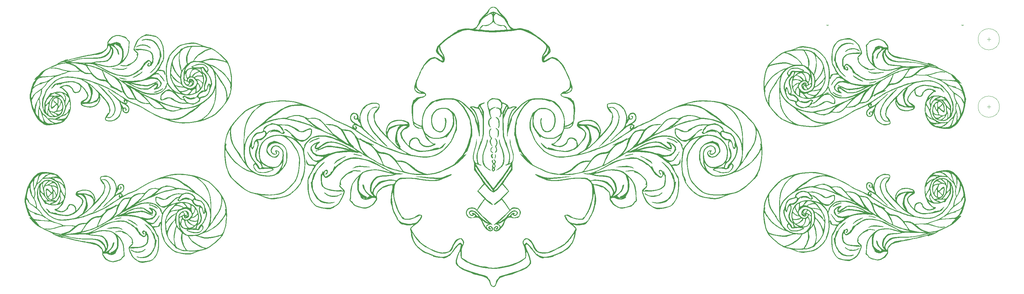
<source format=gbr>
%TF.GenerationSoftware,KiCad,Pcbnew,(6.0.7)*%
%TF.CreationDate,2022-09-06T15:34:49+02:00*%
%TF.ProjectId,rp2040,72703230-3430-42e6-9b69-6361645f7063,Rev1.0*%
%TF.SameCoordinates,Original*%
%TF.FileFunction,Legend,Top*%
%TF.FilePolarity,Positive*%
%FSLAX46Y46*%
G04 Gerber Fmt 4.6, Leading zero omitted, Abs format (unit mm)*
G04 Created by KiCad (PCBNEW (6.0.7)) date 2022-09-06 15:34:49*
%MOMM*%
%LPD*%
G01*
G04 APERTURE LIST*
%ADD10C,0.120000*%
G04 APERTURE END LIST*
%TO.C,G\u002A\u002A\u002A*%
G36*
X201280852Y-87250159D02*
G01*
X201283478Y-87263678D01*
X201186344Y-87342962D01*
X200945360Y-87416480D01*
X200869348Y-87430742D01*
X200511283Y-87503471D01*
X200198698Y-87587916D01*
X200179131Y-87594493D01*
X199871513Y-87682154D01*
X199518134Y-87759742D01*
X199516522Y-87760036D01*
X199196579Y-87823610D01*
X198947063Y-87881960D01*
X198936739Y-87884817D01*
X198776341Y-87883026D01*
X198743478Y-87833453D01*
X198842540Y-87758475D01*
X199105686Y-87653096D01*
X199481860Y-87536890D01*
X199599348Y-87505374D01*
X200295622Y-87336438D01*
X200814469Y-87236657D01*
X201146132Y-87207431D01*
X201280852Y-87250159D01*
G37*
G36*
X203538020Y-87862038D02*
G01*
X203855196Y-87990751D01*
X204268302Y-88176564D01*
X204727896Y-88395986D01*
X205184538Y-88625527D01*
X205588789Y-88841699D01*
X205845343Y-88991782D01*
X206175036Y-89235085D01*
X206440720Y-89496536D01*
X206537535Y-89634326D01*
X206643449Y-89883192D01*
X206642631Y-89991007D01*
X206541237Y-89932502D01*
X206481162Y-89865691D01*
X206317120Y-89721836D01*
X206032180Y-89517673D01*
X205775207Y-89351897D01*
X205366048Y-89095641D01*
X204948815Y-88827442D01*
X204748760Y-88695504D01*
X204378896Y-88474924D01*
X203998368Y-88288085D01*
X203885904Y-88243222D01*
X203605374Y-88117777D01*
X203393875Y-87981997D01*
X203292455Y-87869791D01*
X203342162Y-87815069D01*
X203366214Y-87813913D01*
X203538020Y-87862038D01*
G37*
G36*
X163550100Y-83142311D02*
G01*
X163619676Y-83398890D01*
X163656288Y-83665659D01*
X163729035Y-84045683D01*
X163869354Y-84539206D01*
X164051508Y-85059536D01*
X164123465Y-85239355D01*
X164431476Y-86015638D01*
X164646809Y-86659610D01*
X164783956Y-87232087D01*
X164857411Y-87793882D01*
X164881666Y-88405811D01*
X164881762Y-88421304D01*
X164862078Y-89171154D01*
X164782506Y-89753604D01*
X164626461Y-90217838D01*
X164377358Y-90613041D01*
X164018613Y-90988397D01*
X164015040Y-90991649D01*
X163656471Y-91294362D01*
X163290832Y-91564573D01*
X162957292Y-91778313D01*
X162695018Y-91911611D01*
X162543180Y-91940499D01*
X162520870Y-91906017D01*
X162606050Y-91781771D01*
X162823274Y-91596537D01*
X162982534Y-91484820D01*
X163544311Y-91063719D01*
X163982102Y-90627713D01*
X164264635Y-90211504D01*
X164350416Y-89966932D01*
X164424157Y-89692253D01*
X164509547Y-89527372D01*
X164521215Y-89517915D01*
X164564611Y-89387248D01*
X164596562Y-89090228D01*
X164612186Y-88681274D01*
X164612764Y-88497613D01*
X164583746Y-87870769D01*
X164496783Y-87260776D01*
X164339016Y-86613591D01*
X164097583Y-85875171D01*
X163806212Y-85108261D01*
X163567570Y-84428921D01*
X163433709Y-83866512D01*
X163408012Y-83589783D01*
X163427297Y-83232571D01*
X163480317Y-83085143D01*
X163550100Y-83142311D01*
G37*
G36*
X209505861Y-98138618D02*
G01*
X209421887Y-98279591D01*
X209224713Y-98474509D01*
X208950627Y-98690613D01*
X208635917Y-98895145D01*
X208410395Y-99014117D01*
X207833247Y-99213625D01*
X207177814Y-99329740D01*
X206539817Y-99350817D01*
X206114550Y-99293468D01*
X205775162Y-99184391D01*
X205383154Y-99021069D01*
X205003350Y-98835273D01*
X204700574Y-98658772D01*
X204539653Y-98523338D01*
X204538061Y-98520840D01*
X204501453Y-98369630D01*
X204603886Y-98335550D01*
X204786538Y-98437583D01*
X204789106Y-98439824D01*
X205177515Y-98716569D01*
X205622609Y-98893425D01*
X206180542Y-98986794D01*
X206749790Y-99012439D01*
X207609401Y-98968454D01*
X208290864Y-98813235D01*
X208809330Y-98542405D01*
X209016524Y-98357656D01*
X209239089Y-98169743D01*
X209430650Y-98084770D01*
X209440347Y-98084348D01*
X209505861Y-98138618D01*
G37*
G36*
X114266779Y-98158776D02*
G01*
X114417280Y-98295006D01*
X114824213Y-98603031D01*
X115399806Y-98837115D01*
X116100095Y-98983107D01*
X116689805Y-99026460D01*
X117361331Y-99009558D01*
X117890269Y-98917366D01*
X118347379Y-98731739D01*
X118698117Y-98511455D01*
X118922801Y-98392870D01*
X119056013Y-98402239D01*
X119059702Y-98407432D01*
X119009254Y-98514960D01*
X118809243Y-98681397D01*
X118510693Y-98873189D01*
X118164626Y-99056782D01*
X117898032Y-99171390D01*
X117465887Y-99278711D01*
X116921735Y-99339012D01*
X116370768Y-99345374D01*
X115955353Y-99299130D01*
X115539917Y-99179377D01*
X115122846Y-99010776D01*
X115071875Y-98985466D01*
X114814075Y-98826246D01*
X114544236Y-98619340D01*
X114304012Y-98403879D01*
X114135056Y-98218993D01*
X114079024Y-98103814D01*
X114112657Y-98084348D01*
X114266779Y-98158776D01*
G37*
G36*
X120223247Y-87883034D02*
G01*
X120224348Y-87909624D01*
X120132258Y-88005198D01*
X119896219Y-88146459D01*
X119699783Y-88242139D01*
X119295697Y-88444024D01*
X118810718Y-88715125D01*
X118301564Y-89020474D01*
X117824951Y-89325104D01*
X117437597Y-89594049D01*
X117214861Y-89774131D01*
X117001855Y-89948872D01*
X116864338Y-90017099D01*
X116838454Y-89972477D01*
X116949406Y-89820652D01*
X117091281Y-89620120D01*
X117132174Y-89500860D01*
X117228662Y-89362681D01*
X117498409Y-89155364D01*
X117911844Y-88897195D01*
X118439395Y-88606456D01*
X119051487Y-88301432D01*
X119138757Y-88260262D01*
X119615736Y-88038625D01*
X119928100Y-87901251D01*
X120110423Y-87836973D01*
X120197281Y-87834623D01*
X120223247Y-87883034D01*
G37*
G36*
X112848008Y-82764343D02*
G01*
X112678074Y-82868377D01*
X112310588Y-83008301D01*
X112134890Y-83063526D01*
X111250816Y-83383843D01*
X110445612Y-83805094D01*
X110157400Y-83987939D01*
X109924602Y-84098792D01*
X109797189Y-84073576D01*
X109831850Y-83938651D01*
X110035774Y-83752025D01*
X110369723Y-83534874D01*
X110794459Y-83308376D01*
X111270746Y-83093710D01*
X111759346Y-82912052D01*
X112160087Y-82798231D01*
X112590256Y-82716204D01*
X112819149Y-82709263D01*
X112848008Y-82764343D01*
G37*
G36*
X211399156Y-91853873D02*
G01*
X210807861Y-91079333D01*
X210215631Y-90445314D01*
X209851523Y-90076902D01*
X209558643Y-89772267D01*
X209364555Y-89560708D01*
X209296824Y-89471522D01*
X209298469Y-89470435D01*
X209534129Y-89554753D01*
X209864484Y-89785141D01*
X210256118Y-90127754D01*
X210675612Y-90548744D01*
X211089549Y-91014265D01*
X211464512Y-91490469D01*
X211767082Y-91943510D01*
X211805409Y-92009583D01*
X212005418Y-92323469D01*
X212182381Y-92533254D01*
X212293923Y-92592876D01*
X212391587Y-92667050D01*
X212514964Y-92915097D01*
X212650083Y-93293617D01*
X212782970Y-93759209D01*
X212899651Y-94268471D01*
X212977512Y-94716087D01*
X213028276Y-95027529D01*
X213067706Y-95194866D01*
X213086533Y-95185435D01*
X213150360Y-95021224D01*
X213210435Y-94992174D01*
X213293328Y-95092869D01*
X213315305Y-95374279D01*
X213278334Y-95805387D01*
X213184381Y-96355179D01*
X213099897Y-96735709D01*
X212933641Y-97362858D01*
X212756307Y-97857433D01*
X212530529Y-98306162D01*
X212218943Y-98795768D01*
X212200992Y-98822072D01*
X212017656Y-99120120D01*
X211903731Y-99363129D01*
X211885218Y-99444221D01*
X211808313Y-99606444D01*
X211612325Y-99841095D01*
X211471087Y-99978102D01*
X210997205Y-100391342D01*
X210616140Y-100678056D01*
X210267290Y-100870613D01*
X209890055Y-101001376D01*
X209423833Y-101102714D01*
X209335702Y-101118577D01*
X208821832Y-101205633D01*
X208450718Y-101252562D01*
X208148343Y-101261568D01*
X207840688Y-101234854D01*
X207453735Y-101174623D01*
X207453655Y-101174610D01*
X207078783Y-101090100D01*
X206761144Y-100981691D01*
X206552124Y-100871208D01*
X206503112Y-100780476D01*
X206508936Y-100773383D01*
X206637037Y-100764909D01*
X206916920Y-100796618D01*
X207238933Y-100852450D01*
X208173768Y-100938039D01*
X209101448Y-100839454D01*
X209975227Y-100568329D01*
X210748359Y-100136301D01*
X211033935Y-99907782D01*
X211303648Y-99607919D01*
X211620657Y-99166006D01*
X211947750Y-98644057D01*
X212247719Y-98104086D01*
X212483353Y-97608109D01*
X212593731Y-97308213D01*
X212690450Y-96851287D01*
X212748308Y-96304881D01*
X212766847Y-95733740D01*
X212745608Y-95202609D01*
X212684133Y-94776232D01*
X212613133Y-94567474D01*
X212496684Y-94309698D01*
X212347734Y-93929079D01*
X212215274Y-93556522D01*
X211927200Y-92838696D01*
X212216522Y-92838696D01*
X212271739Y-92893913D01*
X212326957Y-92838696D01*
X212271739Y-92783478D01*
X212216522Y-92838696D01*
X211927200Y-92838696D01*
X211855142Y-92659140D01*
X211399156Y-91853873D01*
G37*
G36*
X162383262Y-82829806D02*
G01*
X162611055Y-83047571D01*
X162809982Y-83398497D01*
X162937722Y-83795284D01*
X162962609Y-84024861D01*
X162911651Y-84328552D01*
X162785069Y-84686099D01*
X162743186Y-84774118D01*
X162613543Y-85055921D01*
X162590596Y-85226137D01*
X162667327Y-85362528D01*
X162687969Y-85385947D01*
X162813204Y-85657031D01*
X162847169Y-86025995D01*
X162784987Y-86387449D01*
X162739208Y-86493425D01*
X162614248Y-86648947D01*
X162436170Y-86799780D01*
X162272476Y-86897782D01*
X162190673Y-86894812D01*
X162189565Y-86885415D01*
X162240564Y-86765939D01*
X162367985Y-86531583D01*
X162419788Y-86442426D01*
X162573004Y-86028132D01*
X162563164Y-85629185D01*
X162394327Y-85311033D01*
X162346894Y-85267005D01*
X162244046Y-85138230D01*
X162332163Y-85016990D01*
X162339630Y-85010896D01*
X162457241Y-84833092D01*
X162573698Y-84530964D01*
X162611364Y-84393753D01*
X162661819Y-84154472D01*
X162671457Y-83951632D01*
X162626972Y-83732592D01*
X162515058Y-83444710D01*
X162322408Y-83035347D01*
X162210033Y-82806015D01*
X162252450Y-82776257D01*
X162383262Y-82829806D01*
G37*
G36*
X160151086Y-83100444D02*
G01*
X160194514Y-83298626D01*
X160200544Y-83479348D01*
X160158163Y-83914081D01*
X160026782Y-84443696D01*
X159796593Y-85101679D01*
X159543858Y-85721538D01*
X159157892Y-86790761D01*
X158955842Y-87768995D01*
X158935466Y-88684117D01*
X159094524Y-89564004D01*
X159207124Y-89910253D01*
X159372005Y-90311087D01*
X159558212Y-90618997D01*
X159814373Y-90890905D01*
X160189116Y-91183735D01*
X160450218Y-91365369D01*
X160765257Y-91586684D01*
X160992479Y-91759236D01*
X161084971Y-91847300D01*
X161085218Y-91848898D01*
X161003056Y-91905466D01*
X160772632Y-91833149D01*
X160418040Y-91641178D01*
X160227206Y-91520075D01*
X159619491Y-91069938D01*
X159193677Y-90617460D01*
X158917158Y-90107684D01*
X158757324Y-89485653D01*
X158696381Y-88940074D01*
X158677095Y-88240166D01*
X158734175Y-87574538D01*
X158879047Y-86883466D01*
X159123134Y-86107221D01*
X159356874Y-85486933D01*
X159562559Y-84934396D01*
X159741420Y-84394399D01*
X159872759Y-83933162D01*
X159932594Y-83645000D01*
X160002062Y-83284799D01*
X160080914Y-83099558D01*
X160151086Y-83100444D01*
G37*
G36*
X128994881Y-73966163D02*
G01*
X129161614Y-74064992D01*
X129134821Y-74138763D01*
X128941793Y-74167216D01*
X128744086Y-74152349D01*
X128162155Y-74179587D01*
X127629497Y-74410701D01*
X127175205Y-74829622D01*
X126970641Y-75131891D01*
X126607251Y-75921428D01*
X126447071Y-76679824D01*
X126483122Y-77443785D01*
X126506960Y-77570570D01*
X126644705Y-78156812D01*
X126814180Y-78701950D01*
X127030161Y-79227377D01*
X127307422Y-79754485D01*
X127660738Y-80304670D01*
X128104884Y-80899323D01*
X128654634Y-81559839D01*
X129324764Y-82307611D01*
X130130047Y-83164033D01*
X130969036Y-84031522D01*
X131462921Y-84547173D01*
X131804588Y-84925260D01*
X131992597Y-85163144D01*
X132025509Y-85258185D01*
X131901883Y-85207744D01*
X131620281Y-85009182D01*
X131415786Y-84850362D01*
X131063955Y-84544136D01*
X130609104Y-84108025D01*
X130086203Y-83579614D01*
X129530217Y-82996491D01*
X128976116Y-82396241D01*
X128458867Y-81816451D01*
X128013438Y-81294708D01*
X127674797Y-80868598D01*
X127553673Y-80699022D01*
X127084373Y-79917466D01*
X126692692Y-79102311D01*
X126397454Y-78303649D01*
X126217485Y-77571568D01*
X126169523Y-77015925D01*
X126245013Y-76253890D01*
X126456170Y-75596666D01*
X126769110Y-75044899D01*
X127216838Y-74509782D01*
X127720198Y-74130276D01*
X128245668Y-73922627D01*
X128759728Y-73903081D01*
X128994881Y-73966163D01*
G37*
G36*
X185434204Y-78740453D02*
G01*
X185516850Y-78549402D01*
X185924053Y-78549402D01*
X186006060Y-78670105D01*
X186297063Y-78764318D01*
X186794262Y-78829714D01*
X187494856Y-78863965D01*
X187943419Y-78868696D01*
X188599152Y-78892129D01*
X189101981Y-78968300D01*
X189446484Y-79076975D01*
X189861473Y-79232556D01*
X190281762Y-79372995D01*
X190405652Y-79409837D01*
X190939141Y-79644016D01*
X191337438Y-80020009D01*
X191621815Y-80562566D01*
X191743829Y-80966957D01*
X191838607Y-81353478D01*
X191875449Y-80918918D01*
X191830013Y-80421791D01*
X191618368Y-79792802D01*
X191614839Y-79784481D01*
X191204439Y-79082712D01*
X190644719Y-78528985D01*
X189957152Y-78131292D01*
X189163208Y-77897626D01*
X188284362Y-77835983D01*
X187342086Y-77954355D01*
X186960021Y-78051626D01*
X186398232Y-78237836D01*
X186053843Y-78404536D01*
X185924053Y-78549402D01*
X185516850Y-78549402D01*
X185565191Y-78437654D01*
X185730308Y-78207822D01*
X185844910Y-78134965D01*
X186019140Y-78083418D01*
X186328821Y-77979771D01*
X186650870Y-77866435D01*
X187321444Y-77684629D01*
X188056229Y-77582674D01*
X188779121Y-77564794D01*
X189414014Y-77635212D01*
X189658883Y-77699517D01*
X190471774Y-78052946D01*
X191111025Y-78526525D01*
X191600454Y-79144611D01*
X191963877Y-79931560D01*
X192026496Y-80120809D01*
X192135242Y-80508070D01*
X192171532Y-80806017D01*
X192139024Y-81123876D01*
X192070837Y-81444755D01*
X191913921Y-82123979D01*
X192959102Y-81028375D01*
X193803556Y-80076020D01*
X194449782Y-79194390D01*
X194904630Y-78372191D01*
X195174951Y-77598132D01*
X195236698Y-77273462D01*
X195300197Y-76550127D01*
X195260224Y-76020911D01*
X195116593Y-75684700D01*
X194949564Y-75561768D01*
X194705292Y-75382469D01*
X194421262Y-75035134D01*
X194675193Y-75035134D01*
X194702063Y-75096850D01*
X194813259Y-75215407D01*
X194877186Y-75191087D01*
X194878261Y-75175648D01*
X194799821Y-75082240D01*
X194750763Y-75048150D01*
X194675193Y-75035134D01*
X194421262Y-75035134D01*
X194420678Y-75034420D01*
X194125786Y-74558217D01*
X193947142Y-74208313D01*
X193827631Y-73795851D01*
X193838243Y-73397608D01*
X193973534Y-73089520D01*
X194031550Y-73030965D01*
X194288576Y-72910301D01*
X194696528Y-72816498D01*
X195186303Y-72757133D01*
X195688802Y-72739787D01*
X196134922Y-72772036D01*
X196233266Y-72789503D01*
X196839996Y-72985173D01*
X197469030Y-73305119D01*
X198052197Y-73705520D01*
X198521327Y-74142551D01*
X198702045Y-74376523D01*
X199021644Y-74972202D01*
X199301672Y-75692336D01*
X199508921Y-76440603D01*
X199598022Y-76975416D01*
X199643226Y-77304739D01*
X199693339Y-77436085D01*
X199757753Y-77392301D01*
X199764577Y-77380543D01*
X199824586Y-77122054D01*
X199808923Y-76964901D01*
X199817287Y-76652552D01*
X199949272Y-76282845D01*
X200167106Y-75949206D01*
X200256198Y-75858636D01*
X200573707Y-75689048D01*
X200998753Y-75598279D01*
X201427263Y-75601867D01*
X201635043Y-75652796D01*
X201903623Y-75868354D01*
X202080069Y-76257002D01*
X202153588Y-76786484D01*
X202142841Y-77170182D01*
X202035042Y-77691281D01*
X201786099Y-78105230D01*
X201360195Y-78466621D01*
X201242600Y-78542385D01*
X200925634Y-78738865D01*
X201281472Y-78922875D01*
X201520860Y-79078287D01*
X201600803Y-79253175D01*
X201589955Y-79429530D01*
X201571319Y-79657210D01*
X201592929Y-79752173D01*
X201593018Y-79752174D01*
X201705881Y-79705423D01*
X201974104Y-79578503D01*
X202356194Y-79391413D01*
X202761065Y-79189162D01*
X203326530Y-78916050D01*
X203931682Y-78642763D01*
X204485534Y-78409633D01*
X204746897Y-78308898D01*
X205706439Y-77904274D01*
X206717161Y-77383259D01*
X207684848Y-76795724D01*
X207964783Y-76605486D01*
X208595017Y-76202566D01*
X209392932Y-75752077D01*
X210315870Y-75273840D01*
X211321175Y-74787670D01*
X212366187Y-74313388D01*
X213408250Y-73870811D01*
X214404705Y-73479758D01*
X215278166Y-73172273D01*
X216219611Y-73172273D01*
X216289950Y-73202036D01*
X216533622Y-73224487D01*
X216903119Y-73235855D01*
X217029638Y-73236541D01*
X217969614Y-73290811D01*
X218945649Y-73441560D01*
X219853535Y-73670749D01*
X220176789Y-73781292D01*
X220502900Y-73930033D01*
X220952635Y-74170832D01*
X221467471Y-74470832D01*
X221988882Y-74797171D01*
X222005878Y-74808240D01*
X222582458Y-75182212D01*
X223204736Y-75582447D01*
X223792045Y-75957227D01*
X224205281Y-76218261D01*
X224745494Y-76592830D01*
X225353643Y-77072430D01*
X225953108Y-77595098D01*
X226219542Y-77847255D01*
X226648665Y-78255501D01*
X227060175Y-78627420D01*
X227409332Y-78923799D01*
X227651395Y-79105427D01*
X227664487Y-79113638D01*
X228183320Y-79469937D01*
X228788604Y-79946874D01*
X229424133Y-80496469D01*
X230033701Y-81070740D01*
X230414013Y-81460817D01*
X231109220Y-82345069D01*
X231633599Y-83313163D01*
X231959098Y-84305597D01*
X232011456Y-84470743D01*
X232047998Y-84442831D01*
X232069018Y-84249086D01*
X232074806Y-83916731D01*
X232065655Y-83472992D01*
X232041858Y-82945090D01*
X232003705Y-82360252D01*
X231951490Y-81745700D01*
X231929225Y-81521640D01*
X231773048Y-80358627D01*
X231560922Y-79318154D01*
X231300215Y-78427717D01*
X230998291Y-77714811D01*
X230833857Y-77433044D01*
X230654796Y-77155551D01*
X230406859Y-76763164D01*
X230136416Y-76329407D01*
X230067725Y-76218261D01*
X229592644Y-75577084D01*
X228963391Y-74914858D01*
X228235176Y-74277050D01*
X227463211Y-73709125D01*
X227024856Y-73448262D01*
X227672177Y-73448262D01*
X227706547Y-73513163D01*
X227817851Y-73627080D01*
X228031299Y-73813767D01*
X228372098Y-74096973D01*
X228737558Y-74396087D01*
X229309725Y-74884503D01*
X229752430Y-75322766D01*
X230123692Y-75777486D01*
X230481528Y-76315277D01*
X230642507Y-76583194D01*
X231100529Y-77404484D01*
X231456216Y-78155257D01*
X231725237Y-78889595D01*
X231923260Y-79661580D01*
X232065954Y-80525296D01*
X232168988Y-81534825D01*
X232200520Y-81960870D01*
X232270334Y-83294208D01*
X232297178Y-84587617D01*
X232282547Y-85812124D01*
X232227936Y-86938755D01*
X232134837Y-87938537D01*
X232004747Y-88782497D01*
X231839159Y-89441660D01*
X231810330Y-89525652D01*
X231777220Y-89656467D01*
X231826417Y-89646648D01*
X231967964Y-89484908D01*
X232211902Y-89159961D01*
X232523082Y-88724601D01*
X232778115Y-88341096D01*
X232973402Y-88004958D01*
X233078620Y-87770197D01*
X233088696Y-87717158D01*
X233151466Y-87553371D01*
X233322885Y-87254812D01*
X233577616Y-86862299D01*
X233890323Y-86416648D01*
X233928201Y-86364732D01*
X234455290Y-85619783D01*
X234856613Y-84984692D01*
X235157555Y-84408266D01*
X235383501Y-83839313D01*
X235559835Y-83226640D01*
X235625807Y-82941216D01*
X235811508Y-81775627D01*
X235829086Y-80751486D01*
X235678612Y-79869386D01*
X235360156Y-79129922D01*
X235134171Y-78809234D01*
X234638459Y-78224335D01*
X234083407Y-77602861D01*
X233503486Y-76980475D01*
X232933162Y-76392839D01*
X232406904Y-75875618D01*
X231959180Y-75464475D01*
X231680318Y-75235611D01*
X231377383Y-75036767D01*
X230954857Y-74797253D01*
X230449571Y-74533934D01*
X229898361Y-74263670D01*
X229338060Y-74003326D01*
X228805502Y-73769763D01*
X228337521Y-73579844D01*
X227970949Y-73450432D01*
X227742622Y-73398389D01*
X227689535Y-73408628D01*
X227672177Y-73448262D01*
X227024856Y-73448262D01*
X226702705Y-73256551D01*
X226193353Y-73027693D01*
X225577419Y-72845785D01*
X224790608Y-72687596D01*
X223882053Y-72557363D01*
X222900884Y-72459318D01*
X221896235Y-72397696D01*
X220917235Y-72376734D01*
X220013019Y-72400663D01*
X219450000Y-72446490D01*
X218976987Y-72511404D01*
X218431526Y-72605820D01*
X217860041Y-72719306D01*
X217308959Y-72841431D01*
X216824705Y-72961766D01*
X216453705Y-73069879D01*
X216242383Y-73155340D01*
X216219611Y-73172273D01*
X215278166Y-73172273D01*
X215312896Y-73160047D01*
X215529565Y-73090972D01*
X216666892Y-72749795D01*
X217648778Y-72486980D01*
X218523646Y-72295895D01*
X219339916Y-72169908D01*
X220146010Y-72102389D01*
X220990349Y-72086705D01*
X221921356Y-72116226D01*
X222431739Y-72145688D01*
X224070541Y-72293043D01*
X225550687Y-72519728D01*
X226923585Y-72836840D01*
X228240646Y-73255478D01*
X229070831Y-73578824D01*
X229944482Y-73951895D01*
X230655255Y-74284260D01*
X231249063Y-74607251D01*
X231771820Y-74952200D01*
X232269439Y-75350439D01*
X232787834Y-75833300D01*
X233372918Y-76432114D01*
X233591553Y-76663808D01*
X234227174Y-77348346D01*
X234733908Y-77913617D01*
X235140074Y-78395499D01*
X235473990Y-78829870D01*
X235763976Y-79252605D01*
X236038351Y-79699583D01*
X236174207Y-79935725D01*
X236577059Y-80672882D01*
X236882693Y-81306938D01*
X237111956Y-81901537D01*
X237285694Y-82520321D01*
X237424752Y-83226933D01*
X237549977Y-84085017D01*
X237560986Y-84169565D01*
X237683717Y-85531624D01*
X237708159Y-86910149D01*
X237638715Y-88265632D01*
X237479784Y-89558564D01*
X237235768Y-90749436D01*
X236911067Y-91798739D01*
X236641938Y-92420249D01*
X236483892Y-92772144D01*
X236387684Y-93057666D01*
X236373162Y-93203239D01*
X236316875Y-93336437D01*
X236119168Y-93589279D01*
X235805770Y-93937036D01*
X235402411Y-94354977D01*
X234934821Y-94818374D01*
X234428731Y-95302495D01*
X233909870Y-95782612D01*
X233403969Y-96233994D01*
X232936758Y-96631912D01*
X232533967Y-96951636D01*
X232298793Y-97119205D01*
X231599616Y-97564854D01*
X231011569Y-97895807D01*
X230475841Y-98138444D01*
X229933623Y-98319150D01*
X229326103Y-98464305D01*
X229278696Y-98474001D01*
X228698379Y-98617689D01*
X228075066Y-98812868D01*
X227529700Y-99021070D01*
X227456522Y-99053583D01*
X226492421Y-99467424D01*
X225665276Y-99759100D01*
X224933714Y-99936765D01*
X224256364Y-100008572D01*
X223591852Y-99982671D01*
X223109265Y-99910221D01*
X222528341Y-99800673D01*
X221882931Y-99679776D01*
X221336027Y-99578020D01*
X220586270Y-99404663D01*
X219925336Y-99166404D01*
X219306328Y-98836220D01*
X218682345Y-98387089D01*
X218006490Y-97791988D01*
X217668181Y-97464670D01*
X217159489Y-96951826D01*
X216779246Y-96539592D01*
X216490953Y-96181695D01*
X216258108Y-95831861D01*
X216044210Y-95443819D01*
X215990858Y-95338299D01*
X215788644Y-94918670D01*
X215631501Y-94564717D01*
X215541953Y-94328569D01*
X215529565Y-94270716D01*
X215487513Y-94092969D01*
X215379972Y-93795853D01*
X215295366Y-93593286D01*
X215123363Y-93054038D01*
X214992481Y-92341936D01*
X214903766Y-91501331D01*
X214858267Y-90576574D01*
X214858002Y-90370059D01*
X215121913Y-90370059D01*
X215193086Y-91623913D01*
X215257113Y-92222281D01*
X215326015Y-92669943D01*
X215417825Y-93036669D01*
X215550575Y-93392232D01*
X215742297Y-93806403D01*
X215773803Y-93870860D01*
X215999374Y-94358406D01*
X216112877Y-94677099D01*
X216120101Y-94844884D01*
X216096812Y-94872424D01*
X216069881Y-94993796D01*
X216179196Y-95252484D01*
X216394048Y-95607216D01*
X216618432Y-95922439D01*
X216916466Y-96300927D01*
X217255317Y-96705741D01*
X217602149Y-97099941D01*
X217924130Y-97446588D01*
X218188425Y-97708741D01*
X218362201Y-97849461D01*
X218399531Y-97863478D01*
X218526415Y-97933091D01*
X218745182Y-98109108D01*
X218858538Y-98211990D01*
X219482616Y-98662627D01*
X220308683Y-99032424D01*
X221332716Y-99320176D01*
X222550689Y-99524675D01*
X223558704Y-99620610D01*
X224150807Y-99658241D01*
X224591016Y-99670313D01*
X224947577Y-99649237D01*
X225288735Y-99587422D01*
X225682732Y-99477279D01*
X226124715Y-99335212D01*
X226533734Y-99197187D01*
X226868359Y-99077193D01*
X227066380Y-98997692D01*
X227083175Y-98989159D01*
X227023227Y-98964987D01*
X226774010Y-98943944D01*
X226367115Y-98927324D01*
X225834135Y-98916420D01*
X225212373Y-98912528D01*
X224193331Y-98897950D01*
X223351673Y-98849660D01*
X222645538Y-98760684D01*
X222033067Y-98624052D01*
X221472397Y-98432790D01*
X220974513Y-98206692D01*
X220641646Y-97994314D01*
X220205070Y-97651145D01*
X219704098Y-97214702D01*
X219178046Y-96722500D01*
X218666229Y-96212057D01*
X218207961Y-95720888D01*
X217842557Y-95286510D01*
X217680993Y-95063845D01*
X217282810Y-94346210D01*
X216957554Y-93499486D01*
X216700375Y-92503728D01*
X216506424Y-91338990D01*
X216370852Y-89985325D01*
X216341886Y-89556603D01*
X216314088Y-89014103D01*
X216314323Y-88906979D01*
X216642551Y-88906979D01*
X216646203Y-89848824D01*
X216741787Y-90948816D01*
X216801562Y-91411429D01*
X216957439Y-92399215D01*
X217138233Y-93214661D01*
X217368166Y-93906293D01*
X217671460Y-94522638D01*
X218072338Y-95112226D01*
X218595020Y-95723582D01*
X219263729Y-96405234D01*
X219323026Y-96463057D01*
X219935270Y-97043974D01*
X220443508Y-97485467D01*
X220889111Y-97814393D01*
X221313452Y-98057607D01*
X221757901Y-98241965D01*
X222263831Y-98394322D01*
X222321304Y-98409324D01*
X223271108Y-98585101D01*
X224380942Y-98670459D01*
X225609331Y-98665413D01*
X226914798Y-98569979D01*
X228119131Y-98407185D01*
X228920618Y-98268449D01*
X229551329Y-98139745D01*
X230059890Y-98005689D01*
X230494927Y-97850899D01*
X230905066Y-97659991D01*
X231338933Y-97417581D01*
X231442321Y-97355857D01*
X232216654Y-96844337D01*
X233030909Y-96213956D01*
X233912739Y-95441971D01*
X234800435Y-94594082D01*
X235544521Y-93757579D01*
X236137974Y-92850815D01*
X236610148Y-91822919D01*
X236896728Y-90961304D01*
X237026638Y-90430065D01*
X237149690Y-89775774D01*
X237259612Y-89051880D01*
X237350129Y-88311828D01*
X237414966Y-87609064D01*
X237447850Y-86997035D01*
X237442506Y-86529187D01*
X237430796Y-86411951D01*
X237365553Y-85935956D01*
X237117612Y-86460804D01*
X236671342Y-87251659D01*
X236069049Y-88092919D01*
X235352778Y-88937249D01*
X234564573Y-89737313D01*
X233746478Y-90445776D01*
X233254348Y-90810240D01*
X232324810Y-91416654D01*
X231524019Y-91863947D01*
X230836227Y-92160044D01*
X230278810Y-92307573D01*
X230039561Y-92377833D01*
X229664312Y-92521992D01*
X229214751Y-92715445D01*
X228953592Y-92836111D01*
X228053240Y-93202302D01*
X227137449Y-93442027D01*
X226137813Y-93569603D01*
X225303044Y-93600233D01*
X224511919Y-93571765D01*
X223889519Y-93467462D01*
X223393405Y-93276244D01*
X222992532Y-92997102D01*
X222761966Y-92825128D01*
X222608001Y-92767655D01*
X222577007Y-92789415D01*
X222494094Y-92761843D01*
X222300503Y-92598281D01*
X222027437Y-92332009D01*
X221706103Y-91996308D01*
X221367703Y-91624458D01*
X221043443Y-91249739D01*
X220764527Y-90905434D01*
X220598274Y-90679032D01*
X220416638Y-90355007D01*
X220220345Y-89915048D01*
X220057478Y-89470703D01*
X219936429Y-89059288D01*
X219867920Y-88704173D01*
X219843964Y-88324727D01*
X219853008Y-87977319D01*
X220185467Y-87977319D01*
X220192236Y-88192023D01*
X220230546Y-88791323D01*
X220294359Y-89242236D01*
X220397341Y-89616928D01*
X220517968Y-89912174D01*
X220693812Y-90250472D01*
X220910938Y-90604858D01*
X221132601Y-90922615D01*
X221322056Y-91151027D01*
X221441695Y-91237391D01*
X221428919Y-91143094D01*
X221356236Y-90897573D01*
X221256238Y-90602391D01*
X221156465Y-90202675D01*
X221071859Y-89642422D01*
X221006322Y-88981674D01*
X220963755Y-88280478D01*
X220948061Y-87598877D01*
X220963141Y-86996916D01*
X220997921Y-86627264D01*
X221185236Y-86080260D01*
X221586484Y-85575302D01*
X222147494Y-85144914D01*
X222713663Y-84890146D01*
X223261949Y-84830412D01*
X223759081Y-84949499D01*
X224171788Y-85231190D01*
X224466798Y-85659270D01*
X224610839Y-86217525D01*
X224618779Y-86349311D01*
X224588887Y-86632244D01*
X224451152Y-86875882D01*
X224222584Y-87109469D01*
X223850212Y-87364155D01*
X223486337Y-87471118D01*
X223168748Y-87445518D01*
X222935235Y-87302519D01*
X222823585Y-87057283D01*
X222871589Y-86724972D01*
X222932581Y-86591870D01*
X222989796Y-86425198D01*
X222894036Y-86378343D01*
X222885252Y-86378261D01*
X222644556Y-86472651D01*
X222448709Y-86697131D01*
X222376522Y-86941266D01*
X222467794Y-87212571D01*
X222700564Y-87510944D01*
X223013264Y-87776576D01*
X223344328Y-87949657D01*
X223440780Y-87975117D01*
X223902791Y-87959177D01*
X224381297Y-87771386D01*
X224810329Y-87444790D01*
X225026913Y-87180552D01*
X225230622Y-86897797D01*
X225411105Y-86686311D01*
X225457839Y-86643548D01*
X225559248Y-86437449D01*
X225557168Y-86109375D01*
X225463612Y-85725610D01*
X225290598Y-85352440D01*
X225199375Y-85217750D01*
X224737782Y-84706671D01*
X224257102Y-84383965D01*
X223705574Y-84219567D01*
X223429663Y-84189798D01*
X222910843Y-84188298D01*
X222527647Y-84268258D01*
X222382990Y-84331873D01*
X222071673Y-84471772D01*
X221801423Y-84560280D01*
X221786074Y-84563458D01*
X221372089Y-84744469D01*
X220972974Y-85099056D01*
X220625258Y-85580991D01*
X220365470Y-86144046D01*
X220271431Y-86480284D01*
X220218463Y-86873319D01*
X220188489Y-87400849D01*
X220185467Y-87977319D01*
X219853008Y-87977319D01*
X219856575Y-87840321D01*
X219870841Y-87586417D01*
X219912778Y-87063714D01*
X219969482Y-86576997D01*
X220031623Y-86200022D01*
X220062074Y-86074877D01*
X220354399Y-85423706D01*
X220820257Y-84861583D01*
X221471142Y-84378953D01*
X222318549Y-83966262D01*
X222818637Y-83783459D01*
X223346609Y-83615627D01*
X223688350Y-83528637D01*
X223861959Y-83519472D01*
X223885536Y-83585114D01*
X223873440Y-83607605D01*
X223929683Y-83685826D01*
X224145222Y-83761294D01*
X224250872Y-83782530D01*
X224707410Y-83916122D01*
X225089561Y-84131533D01*
X225345841Y-84392263D01*
X225426025Y-84615684D01*
X225479108Y-84901807D01*
X225591992Y-85238671D01*
X225606930Y-85273913D01*
X225740258Y-85654153D01*
X225842040Y-86068872D01*
X225849420Y-86111143D01*
X225877044Y-86348265D01*
X225850647Y-86539945D01*
X225744231Y-86745147D01*
X225531801Y-87022833D01*
X225353562Y-87235858D01*
X224890932Y-87726476D01*
X224464095Y-88041353D01*
X224023383Y-88208415D01*
X223539746Y-88255652D01*
X223080803Y-88221010D01*
X222756334Y-88088207D01*
X222491663Y-87813928D01*
X222322298Y-87549484D01*
X222150851Y-87211867D01*
X222104481Y-86968508D01*
X222141676Y-86801542D01*
X222346807Y-86464254D01*
X222677317Y-86264588D01*
X222974059Y-86192815D01*
X223253656Y-86176634D01*
X223363170Y-86263165D01*
X223311902Y-86475992D01*
X223181612Y-86719051D01*
X223065048Y-87004865D01*
X223102111Y-87148024D01*
X223292823Y-87202420D01*
X223582852Y-87154526D01*
X223891881Y-87030561D01*
X224139592Y-86856741D01*
X224195440Y-86791136D01*
X224327243Y-86504627D01*
X224358310Y-86216874D01*
X224282320Y-86014305D01*
X224253913Y-85991739D01*
X224159951Y-85835410D01*
X224143478Y-85717150D01*
X224044283Y-85468041D01*
X223790262Y-85245606D01*
X223446763Y-85094047D01*
X223162281Y-85053456D01*
X222741589Y-85137749D01*
X222288877Y-85359563D01*
X221864363Y-85673497D01*
X221528262Y-86034150D01*
X221340790Y-86396121D01*
X221331948Y-86433478D01*
X221237071Y-86984029D01*
X221209674Y-87446858D01*
X221245658Y-87943196D01*
X221273722Y-88156133D01*
X221495577Y-89062065D01*
X221889066Y-89835784D01*
X222371682Y-90408525D01*
X222609338Y-90628515D01*
X222807726Y-90762484D01*
X223036196Y-90835260D01*
X223364100Y-90871669D01*
X223716673Y-90890031D01*
X224110668Y-90903751D01*
X224418609Y-90894431D01*
X224700176Y-90848595D01*
X225015048Y-90752772D01*
X225422905Y-90593488D01*
X225877964Y-90402088D01*
X226323519Y-90138129D01*
X226774011Y-89749898D01*
X227154580Y-89310002D01*
X227361138Y-88963525D01*
X227530564Y-88431858D01*
X227645104Y-87767777D01*
X227697088Y-87054628D01*
X227678846Y-86375762D01*
X227631711Y-86023321D01*
X227344166Y-85061651D01*
X226868514Y-84212459D01*
X226212030Y-83485221D01*
X225381988Y-82889411D01*
X225114947Y-82745139D01*
X224324035Y-82403607D01*
X223526243Y-82190472D01*
X222644105Y-82088481D01*
X222099556Y-82073525D01*
X221460889Y-82149234D01*
X220822177Y-82391212D01*
X220146137Y-82815203D01*
X219906173Y-82999603D01*
X219590834Y-83291143D01*
X219207832Y-83702386D01*
X218805687Y-84174801D01*
X218432914Y-84649860D01*
X218138033Y-85069032D01*
X218008511Y-85288854D01*
X217821864Y-85616614D01*
X217584475Y-85988248D01*
X217505956Y-86102174D01*
X217313688Y-86431796D01*
X217104334Y-86879452D01*
X216921784Y-87350891D01*
X216914559Y-87372174D01*
X216731711Y-88091891D01*
X216642551Y-88906979D01*
X216314323Y-88906979D01*
X216314966Y-88613552D01*
X216353543Y-88276906D01*
X216438844Y-87926120D01*
X216579894Y-87483150D01*
X216582568Y-87475139D01*
X216746001Y-87017613D01*
X216909867Y-86611575D01*
X217046008Y-86325284D01*
X217080654Y-86267826D01*
X217244846Y-85999801D01*
X217440851Y-85645766D01*
X217519177Y-85494783D01*
X217796795Y-85023015D01*
X218183907Y-84465038D01*
X218629530Y-83886402D01*
X219082685Y-83352661D01*
X219492391Y-82929364D01*
X219567082Y-82861569D01*
X220083909Y-82406639D01*
X219490868Y-82580042D01*
X218608060Y-82890880D01*
X217881364Y-83275143D01*
X217248780Y-83771445D01*
X216768247Y-84275761D01*
X216308765Y-84843257D01*
X215975727Y-85351451D01*
X215733052Y-85874655D01*
X215544661Y-86487180D01*
X215414321Y-87064343D01*
X215180784Y-88682856D01*
X215121913Y-90370059D01*
X214858002Y-90370059D01*
X214857030Y-89612014D01*
X214901103Y-88652002D01*
X214991534Y-87740889D01*
X215129370Y-86923025D01*
X215137001Y-86887766D01*
X215303462Y-86127270D01*
X214974775Y-85378386D01*
X214814738Y-84999332D01*
X214697786Y-84694829D01*
X214646708Y-84524650D01*
X214646087Y-84516263D01*
X214575563Y-84387283D01*
X214388270Y-84145318D01*
X214120626Y-83836495D01*
X214038828Y-83747112D01*
X213339531Y-83132959D01*
X212532640Y-82691366D01*
X211605382Y-82418188D01*
X210544988Y-82309280D01*
X209676522Y-82331333D01*
X208871216Y-82419616D01*
X208081661Y-82576192D01*
X207264674Y-82814647D01*
X206377070Y-83148569D01*
X205375665Y-83591542D01*
X204810196Y-83862370D01*
X204169287Y-84174802D01*
X203557483Y-84471486D01*
X203017562Y-84731796D01*
X202592299Y-84935105D01*
X202332609Y-85057056D01*
X202030315Y-85212944D01*
X201658351Y-85429331D01*
X201258575Y-85678471D01*
X200872844Y-85932619D01*
X200543018Y-86164031D01*
X200310954Y-86344960D01*
X200218510Y-86447661D01*
X200220867Y-86456809D01*
X200342963Y-86450828D01*
X200472072Y-86396934D01*
X200631374Y-86323044D01*
X202719131Y-86323044D01*
X202774348Y-86378261D01*
X202829565Y-86323044D01*
X202774348Y-86267826D01*
X202719131Y-86323044D01*
X200631374Y-86323044D01*
X200674016Y-86303265D01*
X201009868Y-86159331D01*
X201149030Y-86102174D01*
X201946087Y-86102174D01*
X202001304Y-86157391D01*
X202056522Y-86102174D01*
X202001304Y-86046957D01*
X201946087Y-86102174D01*
X201149030Y-86102174D01*
X201326679Y-86029209D01*
X202220320Y-86029209D01*
X202277391Y-86015214D01*
X203489517Y-85617320D01*
X204628973Y-85333170D01*
X205795791Y-85138821D01*
X206087391Y-85103293D01*
X206684010Y-85034269D01*
X207234127Y-84969091D01*
X207684304Y-84914197D01*
X207981107Y-84876022D01*
X208023157Y-84870124D01*
X208407368Y-84885102D01*
X208932912Y-85007060D01*
X209556704Y-85221429D01*
X210235659Y-85513641D01*
X210847208Y-85825063D01*
X211240784Y-86030317D01*
X211574782Y-86185040D01*
X211791718Y-86263198D01*
X211824798Y-86267826D01*
X211975069Y-86325872D01*
X211995652Y-86378261D01*
X211971474Y-86452417D01*
X211880475Y-86473707D01*
X211694958Y-86434112D01*
X211387225Y-86325614D01*
X210929578Y-86140195D01*
X210407509Y-85918473D01*
X209785574Y-85660830D01*
X209302363Y-85486533D01*
X208899821Y-85378620D01*
X208519894Y-85320127D01*
X208300906Y-85302956D01*
X207753106Y-85304786D01*
X207055134Y-85356802D01*
X206269570Y-85449857D01*
X205458993Y-85574806D01*
X204685982Y-85722502D01*
X204013118Y-85883800D01*
X203713044Y-85973469D01*
X202884783Y-86246049D01*
X203610757Y-86256937D01*
X204352209Y-86305058D01*
X205203093Y-86418758D01*
X206068550Y-86581521D01*
X206853721Y-86776834D01*
X207174521Y-86877395D01*
X207568940Y-86997176D01*
X207894726Y-87068364D01*
X208085188Y-87076619D01*
X208091547Y-87074540D01*
X208289455Y-87077374D01*
X208580322Y-87161427D01*
X208660939Y-87194984D01*
X209509130Y-87469882D01*
X210385727Y-87564593D01*
X211229164Y-87474045D01*
X211424991Y-87422651D01*
X211970181Y-87192193D01*
X212419493Y-86870160D01*
X212726281Y-86495991D01*
X212828907Y-86235589D01*
X212905599Y-85955787D01*
X212985399Y-85772977D01*
X212986937Y-85770870D01*
X213013154Y-85567504D01*
X212900616Y-85279690D01*
X212681609Y-84962726D01*
X212388418Y-84671912D01*
X212310339Y-84611962D01*
X211993120Y-84400872D01*
X211782445Y-84297145D01*
X211701254Y-84306568D01*
X211772487Y-84434929D01*
X211818179Y-84487808D01*
X212017957Y-84807375D01*
X212137539Y-85191053D01*
X212155483Y-85547790D01*
X212106948Y-85714043D01*
X211946347Y-85874571D01*
X211656546Y-85934289D01*
X211555515Y-85936522D01*
X211256464Y-85902730D01*
X211057609Y-85818961D01*
X211034835Y-85793352D01*
X210913324Y-85677538D01*
X210647800Y-85468092D01*
X210277444Y-85194763D01*
X209842174Y-84887808D01*
X209359350Y-84559997D01*
X209001243Y-84337795D01*
X208714018Y-84196805D01*
X208443840Y-84112628D01*
X208136872Y-84060865D01*
X207975971Y-84042038D01*
X207068913Y-84037990D01*
X206059312Y-84206980D01*
X204973305Y-84542534D01*
X203837032Y-85038179D01*
X203723705Y-85095250D01*
X203377466Y-85280168D01*
X203021364Y-85483998D01*
X202691500Y-85683779D01*
X202423972Y-85856549D01*
X202254878Y-85979346D01*
X202220320Y-86029209D01*
X201326679Y-86029209D01*
X201408026Y-85995798D01*
X201419902Y-85991023D01*
X201918348Y-85770524D01*
X202446925Y-85505723D01*
X202800337Y-85307336D01*
X204041873Y-84633565D01*
X205226582Y-84153392D01*
X206384450Y-83857323D01*
X207545465Y-83735865D01*
X207777006Y-83731706D01*
X208175644Y-83737685D01*
X208513560Y-83770466D01*
X208827466Y-83846707D01*
X209154071Y-83983068D01*
X209530083Y-84196209D01*
X209992212Y-84502790D01*
X210577168Y-84919470D01*
X210880265Y-85140044D01*
X211203149Y-85341878D01*
X211497899Y-85470372D01*
X211625700Y-85494783D01*
X211794795Y-85492403D01*
X211862286Y-85451740D01*
X211831536Y-85322511D01*
X211705905Y-85054432D01*
X211661294Y-84962365D01*
X211432867Y-84612948D01*
X211139376Y-84312813D01*
X211055269Y-84251405D01*
X210765656Y-84027371D01*
X210668618Y-83868718D01*
X210743698Y-83782509D01*
X210970438Y-83775809D01*
X211328383Y-83855681D01*
X211753050Y-84010460D01*
X212478656Y-84390029D01*
X212992096Y-84829679D01*
X213293162Y-85329204D01*
X213364217Y-85602799D01*
X213396243Y-85943478D01*
X213349067Y-86140258D01*
X213270985Y-86222365D01*
X213125990Y-86395601D01*
X213100000Y-86489900D01*
X213025250Y-86630929D01*
X212827761Y-86872729D01*
X212547676Y-87166901D01*
X212499176Y-87214340D01*
X211898351Y-87796271D01*
X209624171Y-88095127D01*
X210163184Y-88506694D01*
X210493040Y-88727973D01*
X210792426Y-88877374D01*
X210955885Y-88918261D01*
X211183394Y-88961421D01*
X211277826Y-89028696D01*
X211438124Y-89111397D01*
X211721648Y-89125975D01*
X212056675Y-89085121D01*
X212371485Y-89001529D01*
X212594356Y-88887888D01*
X212658261Y-88784410D01*
X212725995Y-88651551D01*
X212904761Y-88404576D01*
X213157910Y-88093603D01*
X213195503Y-88049778D01*
X213504406Y-87664431D01*
X213786486Y-87265798D01*
X213970791Y-86958044D01*
X214122533Y-86683261D01*
X214239679Y-86514307D01*
X214273782Y-86488696D01*
X214325103Y-86569263D01*
X214261982Y-86787311D01*
X214107335Y-87107361D01*
X213884080Y-87493933D01*
X213615135Y-87911546D01*
X213323416Y-88324722D01*
X213031842Y-88697980D01*
X212763328Y-88995840D01*
X212540794Y-89182823D01*
X212528911Y-89190033D01*
X212161625Y-89356625D01*
X211775688Y-89463447D01*
X211758557Y-89466120D01*
X211355810Y-89525652D01*
X211711896Y-89936142D01*
X211935668Y-90178774D01*
X212102987Y-90282353D01*
X212297624Y-90278470D01*
X212490803Y-90229884D01*
X212894413Y-90167922D01*
X213320643Y-90171161D01*
X213365725Y-90176697D01*
X213652281Y-90190194D01*
X213869023Y-90114824D01*
X214050397Y-89917213D01*
X214230847Y-89563989D01*
X214379623Y-89194348D01*
X214590870Y-88642174D01*
X214624919Y-89176293D01*
X214577818Y-89718547D01*
X214357547Y-90127103D01*
X213962242Y-90403506D01*
X213390041Y-90549299D01*
X212937895Y-90574783D01*
X212604134Y-90590406D01*
X212382229Y-90630727D01*
X212326957Y-90670324D01*
X212389632Y-90813482D01*
X212543498Y-91040444D01*
X212573504Y-91079300D01*
X212740051Y-91318242D01*
X212825262Y-91493271D01*
X212827699Y-91508323D01*
X212883636Y-91703274D01*
X213015645Y-92016511D01*
X213192964Y-92387285D01*
X213384829Y-92754847D01*
X213560476Y-93058449D01*
X213689144Y-93237340D01*
X213713355Y-93257261D01*
X213828315Y-93404264D01*
X213964894Y-93694679D01*
X214064216Y-93975144D01*
X214179206Y-94541875D01*
X214236498Y-95266952D01*
X214239686Y-96096526D01*
X214192364Y-96976749D01*
X214098124Y-97853772D01*
X213960563Y-98673745D01*
X213783272Y-99382820D01*
X213684107Y-99670578D01*
X213446989Y-100152505D01*
X213103002Y-100694080D01*
X212706222Y-101220762D01*
X212310726Y-101658014D01*
X212117363Y-101830200D01*
X211676795Y-102090909D01*
X211038061Y-102329785D01*
X210194018Y-102548992D01*
X209137518Y-102750698D01*
X209013913Y-102770959D01*
X208545794Y-102841651D01*
X208227819Y-102869021D01*
X207993011Y-102850263D01*
X207774393Y-102782571D01*
X207611929Y-102712220D01*
X207309076Y-102585388D01*
X207084295Y-102510418D01*
X207032146Y-102501739D01*
X206919902Y-102435801D01*
X206915652Y-102411758D01*
X206825505Y-102312023D01*
X206600749Y-102173671D01*
X206515721Y-102131063D01*
X205752906Y-101655851D01*
X205106482Y-101005806D01*
X204977319Y-100837419D01*
X204714568Y-100413598D01*
X204434236Y-99854871D01*
X204166354Y-99233357D01*
X203940950Y-98621173D01*
X203788054Y-98090437D01*
X203749728Y-97889259D01*
X203722734Y-97594813D01*
X203773186Y-97395988D01*
X203939015Y-97203266D01*
X204100680Y-97060998D01*
X204410198Y-96792151D01*
X204694871Y-96537648D01*
X204778550Y-96460455D01*
X204963751Y-96236826D01*
X205037022Y-96046881D01*
X204990957Y-95940753D01*
X204853436Y-95953508D01*
X204725959Y-95971497D01*
X204743513Y-95842301D01*
X204755531Y-95811999D01*
X204876198Y-95457786D01*
X204885160Y-95185333D01*
X204782352Y-94885817D01*
X204754931Y-94826856D01*
X204387769Y-94250599D01*
X203863764Y-93687999D01*
X203240616Y-93184482D01*
X202576024Y-92785473D01*
X201927689Y-92536396D01*
X201811942Y-92509938D01*
X201594233Y-92417349D01*
X201569868Y-92299495D01*
X201544296Y-92174952D01*
X201343856Y-92102242D01*
X200956670Y-92080075D01*
X200370856Y-92107160D01*
X200047796Y-92134286D01*
X199600281Y-92170880D01*
X199243930Y-92191161D01*
X199029911Y-92192653D01*
X198992004Y-92185337D01*
X199026860Y-92111849D01*
X199233674Y-92032350D01*
X199564097Y-91956563D01*
X199969778Y-91894215D01*
X200402368Y-91855032D01*
X200676087Y-91846589D01*
X201133844Y-91854029D01*
X201472269Y-91893768D01*
X201779565Y-91988577D01*
X202143933Y-92161229D01*
X202380022Y-92286522D01*
X202978788Y-92656891D01*
X203582379Y-93113667D01*
X204138032Y-93610185D01*
X204592980Y-94099783D01*
X204867070Y-94485996D01*
X205031311Y-94866444D01*
X205159790Y-95329241D01*
X205199206Y-95563997D01*
X205212396Y-96113248D01*
X205084005Y-96542542D01*
X204785356Y-96920453D01*
X204546547Y-97124680D01*
X204288673Y-97369755D01*
X204229535Y-97540780D01*
X204369542Y-97629742D01*
X204520213Y-97640918D01*
X204676360Y-97622737D01*
X204630414Y-97556679D01*
X204599720Y-97536488D01*
X204478417Y-97425946D01*
X204563975Y-97377504D01*
X204858387Y-97390821D01*
X205185762Y-97436064D01*
X205728020Y-97477050D01*
X206402261Y-97462131D01*
X207128744Y-97398307D01*
X207827728Y-97292576D01*
X208418001Y-97152383D01*
X208864553Y-96959367D01*
X209317008Y-96674259D01*
X209471571Y-96549781D01*
X209961488Y-96118539D01*
X210096676Y-95030791D01*
X210157760Y-94470143D01*
X210177056Y-94062798D01*
X210154157Y-93745104D01*
X210088654Y-93453404D01*
X210086524Y-93446087D01*
X209941184Y-92949131D01*
X209632707Y-93473696D01*
X209406975Y-93797148D01*
X209177930Y-93966408D01*
X208912365Y-93979421D01*
X208577072Y-93834135D01*
X208138844Y-93528497D01*
X207937174Y-93368877D01*
X207681643Y-93177014D01*
X207511142Y-93077059D01*
X207467746Y-93079780D01*
X207416106Y-93030691D01*
X207276896Y-92826359D01*
X207073573Y-92502479D01*
X206910149Y-92231304D01*
X206588907Y-91728120D01*
X206250652Y-91261763D01*
X205923502Y-90864709D01*
X205635578Y-90569439D01*
X205414999Y-90408428D01*
X205317826Y-90392201D01*
X205181088Y-90345273D01*
X204944590Y-90181937D01*
X204728196Y-89998693D01*
X204406822Y-89750946D01*
X203961119Y-89465610D01*
X203469887Y-89191825D01*
X203292544Y-89103377D01*
X202332609Y-88642174D01*
X200731304Y-88642174D01*
X199917991Y-88653449D01*
X199269829Y-88690338D01*
X198732102Y-88757443D01*
X198301739Y-88846386D01*
X197719297Y-89022800D01*
X196991100Y-89295574D01*
X196160117Y-89646322D01*
X195269315Y-90056655D01*
X194361663Y-90508187D01*
X194105218Y-90642208D01*
X193607997Y-90901736D01*
X192999258Y-91214607D01*
X192365594Y-91536515D01*
X191923952Y-91758284D01*
X191458061Y-91995106D01*
X191078190Y-92196621D01*
X190820309Y-92343115D01*
X190720391Y-92414877D01*
X190720814Y-92417626D01*
X190797015Y-92422074D01*
X190994927Y-92388972D01*
X191333734Y-92313870D01*
X191832618Y-92192317D01*
X192510762Y-92019862D01*
X193153074Y-91853258D01*
X194313367Y-91636187D01*
X195480472Y-91578455D01*
X196609799Y-91676590D01*
X197656759Y-91927119D01*
X198467391Y-92267120D01*
X199044653Y-92640433D01*
X199664928Y-93158664D01*
X200281922Y-93771820D01*
X200849341Y-94429910D01*
X201320892Y-95082943D01*
X201650281Y-95680927D01*
X201668855Y-95724293D01*
X201856508Y-96301244D01*
X202010219Y-97021992D01*
X202117417Y-97810500D01*
X202165530Y-98590734D01*
X202166957Y-98737105D01*
X202180747Y-99217704D01*
X202217528Y-99642246D01*
X202270419Y-99941405D01*
X202293057Y-100007236D01*
X202359796Y-100259345D01*
X202276486Y-100498724D01*
X202235293Y-100564607D01*
X202054534Y-100765195D01*
X201888324Y-100845217D01*
X201743022Y-100906981D01*
X201725218Y-100958120D01*
X201646825Y-101124946D01*
X201447960Y-101372327D01*
X201183092Y-101645986D01*
X200906689Y-101891649D01*
X200673220Y-102055040D01*
X200590593Y-102088712D01*
X200381590Y-102139857D01*
X200018973Y-102234046D01*
X199562085Y-102355725D01*
X199263468Y-102436526D01*
X198642267Y-102590637D01*
X198155893Y-102659998D01*
X197732274Y-102637170D01*
X197299339Y-102514713D01*
X196785019Y-102285189D01*
X196525048Y-102153862D01*
X196057280Y-101894453D01*
X195715276Y-101644146D01*
X195418149Y-101334086D01*
X195146374Y-100980254D01*
X194879667Y-100604440D01*
X194718930Y-100329478D01*
X194637072Y-100079934D01*
X194613545Y-99845599D01*
X194878261Y-99845599D01*
X194943508Y-100016761D01*
X195113995Y-100303239D01*
X195351844Y-100652122D01*
X195619176Y-101010498D01*
X195878112Y-101325456D01*
X196090774Y-101544086D01*
X196099581Y-101551598D01*
X196761970Y-102016660D01*
X197427914Y-102282024D01*
X198141254Y-102357446D01*
X198945834Y-102252686D01*
X199093472Y-102218000D01*
X199830703Y-102020551D01*
X200386407Y-101830924D01*
X200798043Y-101628170D01*
X201103072Y-101391339D01*
X201338954Y-101099482D01*
X201460029Y-100894539D01*
X201633944Y-100649857D01*
X201808291Y-100520169D01*
X201843961Y-100513913D01*
X201924263Y-100488916D01*
X201972692Y-100388489D01*
X201993728Y-100174478D01*
X201991851Y-99808730D01*
X201976894Y-99381957D01*
X201899846Y-98206662D01*
X201765288Y-97212931D01*
X201562286Y-96366425D01*
X201279905Y-95632805D01*
X200907209Y-94977733D01*
X200433263Y-94366869D01*
X200350413Y-94274348D01*
X199746905Y-93611739D01*
X199963018Y-94192706D01*
X200079323Y-94639846D01*
X200156190Y-95211202D01*
X200193575Y-95848572D01*
X200191434Y-96493756D01*
X200149725Y-97088550D01*
X200068403Y-97574755D01*
X199965755Y-97863478D01*
X199790626Y-98194070D01*
X199642255Y-98494710D01*
X199627849Y-98526087D01*
X199474686Y-98779151D01*
X199240505Y-99082426D01*
X199150835Y-99183888D01*
X198984601Y-99374613D01*
X198939101Y-99450935D01*
X198982125Y-99427004D01*
X199159181Y-99362956D01*
X199249215Y-99432242D01*
X199191459Y-99572948D01*
X199156393Y-99604558D01*
X198978697Y-99718634D01*
X198690315Y-99878380D01*
X198554617Y-99948375D01*
X197953769Y-100151301D01*
X197336284Y-100152486D01*
X196673272Y-99950617D01*
X196619946Y-99925442D01*
X197162696Y-99925442D01*
X197252377Y-99937328D01*
X197473478Y-99942981D01*
X197857203Y-99906440D01*
X198211593Y-99805454D01*
X198246522Y-99789441D01*
X198407038Y-99701514D01*
X198392655Y-99685532D01*
X198356957Y-99695518D01*
X198118808Y-99752549D01*
X197766817Y-99819146D01*
X197583913Y-99849058D01*
X197269569Y-99899114D01*
X197162696Y-99925442D01*
X196619946Y-99925442D01*
X196467519Y-99853482D01*
X196108889Y-99690223D01*
X195811948Y-99587460D01*
X195715201Y-99575217D01*
X198633044Y-99575217D01*
X198688261Y-99630435D01*
X198743478Y-99575217D01*
X198688261Y-99520000D01*
X198633044Y-99575217D01*
X195715201Y-99575217D01*
X195651304Y-99567131D01*
X195420738Y-99622909D01*
X195181957Y-99677492D01*
X194962201Y-99757713D01*
X194878261Y-99845599D01*
X194613545Y-99845599D01*
X194606996Y-99780372D01*
X194602063Y-99464783D01*
X194577981Y-99014404D01*
X194517740Y-98581240D01*
X194433110Y-98215836D01*
X194335865Y-97968735D01*
X194237775Y-97890482D01*
X194235545Y-97891087D01*
X194128113Y-97828789D01*
X193909944Y-97643413D01*
X193623096Y-97371370D01*
X193543213Y-97291699D01*
X193120686Y-96905313D01*
X192803914Y-96705313D01*
X192659735Y-96673065D01*
X192419500Y-96632636D01*
X192063017Y-96524285D01*
X191730870Y-96397202D01*
X191297898Y-96233889D01*
X190868017Y-96102051D01*
X190614282Y-96044994D01*
X190160303Y-95971866D01*
X190246385Y-96503542D01*
X190300540Y-96828874D01*
X190381460Y-97303845D01*
X190477513Y-97860585D01*
X190562320Y-98347130D01*
X190697321Y-99204249D01*
X190768052Y-99900823D01*
X190774695Y-100487566D01*
X190717433Y-101015188D01*
X190596450Y-101534402D01*
X190574102Y-101610426D01*
X190449978Y-102054036D01*
X190346585Y-102477589D01*
X190293744Y-102746311D01*
X190206369Y-103054992D01*
X190029315Y-103500396D01*
X189788517Y-104031182D01*
X189509910Y-104596009D01*
X189219429Y-105143535D01*
X188943008Y-105622417D01*
X188706583Y-105981315D01*
X188586464Y-106126111D01*
X188379547Y-106357858D01*
X188262193Y-106537436D01*
X188252174Y-106575350D01*
X188169162Y-106701109D01*
X187967578Y-106875203D01*
X187718601Y-107048049D01*
X187493411Y-107170064D01*
X187365321Y-107193132D01*
X187226835Y-107190939D01*
X186933524Y-107229449D01*
X186545957Y-107300498D01*
X186502615Y-107309439D01*
X186077033Y-107386072D01*
X185714918Y-107412239D01*
X185343516Y-107383570D01*
X184890076Y-107295697D01*
X184442174Y-107185691D01*
X184330358Y-107175353D01*
X184379769Y-107256070D01*
X184534414Y-107394657D01*
X184929848Y-107806715D01*
X185185771Y-108236190D01*
X185269707Y-108603261D01*
X185243093Y-108823751D01*
X185184016Y-108906957D01*
X185129811Y-109006219D01*
X185087579Y-109259329D01*
X185074211Y-109444445D01*
X184995067Y-110049460D01*
X184819761Y-110760453D01*
X184572855Y-111498449D01*
X184278917Y-112184471D01*
X184137620Y-112455584D01*
X183819021Y-112940282D01*
X183413357Y-113442485D01*
X183084697Y-113782326D01*
X182639826Y-114156488D01*
X182122424Y-114533191D01*
X181587710Y-114877534D01*
X181090901Y-115154614D01*
X180687215Y-115329530D01*
X180594345Y-115356429D01*
X180314705Y-115448092D01*
X179943067Y-115599881D01*
X179717808Y-115703365D01*
X179383933Y-115853176D01*
X179119510Y-115951751D01*
X179015689Y-115974783D01*
X178840095Y-116058605D01*
X178787879Y-116122844D01*
X178601167Y-116259281D01*
X178241910Y-116378963D01*
X177758332Y-116471769D01*
X177198657Y-116527575D01*
X176804123Y-116539227D01*
X176413049Y-116552267D01*
X176125588Y-116586706D01*
X175996294Y-116635521D01*
X175993913Y-116643527D01*
X175906545Y-116740693D01*
X175683496Y-116744562D01*
X175383348Y-116666929D01*
X175064684Y-116519592D01*
X174922664Y-116427802D01*
X174619127Y-116229895D01*
X174356334Y-116095183D01*
X174271094Y-116067555D01*
X174127170Y-115969533D01*
X173881506Y-115729674D01*
X173566122Y-115381906D01*
X173213034Y-114960155D01*
X173140063Y-114869100D01*
X172618983Y-114214684D01*
X172216864Y-113713336D01*
X171915367Y-113345120D01*
X171696152Y-113090096D01*
X171540879Y-112928326D01*
X171431207Y-112839873D01*
X171348797Y-112804798D01*
X171275309Y-112803163D01*
X171243702Y-112807498D01*
X171036926Y-112862315D01*
X170970105Y-112900040D01*
X170947173Y-113055072D01*
X170992807Y-113357816D01*
X171091757Y-113751635D01*
X171228777Y-114179892D01*
X171388619Y-114585950D01*
X171470829Y-114760000D01*
X171886069Y-115671880D01*
X172193096Y-116548544D01*
X172372718Y-117333221D01*
X172393345Y-117488881D01*
X172469977Y-118174718D01*
X171885206Y-118817625D01*
X171521726Y-119183149D01*
X171146814Y-119472994D01*
X170684873Y-119740175D01*
X170306522Y-119924753D01*
X169780682Y-120158060D01*
X169233819Y-120380679D01*
X168757743Y-120555850D01*
X168613373Y-120602670D01*
X168233056Y-120737287D01*
X167931605Y-120877385D01*
X167785112Y-120982543D01*
X167626897Y-121074568D01*
X167304217Y-121188919D01*
X166869933Y-121308510D01*
X166551739Y-121381193D01*
X165802605Y-121554426D01*
X165096469Y-121746562D01*
X164473527Y-121944466D01*
X163973973Y-122135005D01*
X163638004Y-122305044D01*
X163567732Y-122356234D01*
X163276285Y-122691798D01*
X162999249Y-123162164D01*
X162783445Y-123683655D01*
X162736568Y-123841602D01*
X162537324Y-124320734D01*
X162253580Y-124649092D01*
X161918978Y-124810881D01*
X161567158Y-124790310D01*
X161231760Y-124571585D01*
X161216204Y-124555355D01*
X161034367Y-124288182D01*
X160869451Y-123928613D01*
X160829416Y-123809920D01*
X160643041Y-123290261D01*
X160410525Y-122862603D01*
X160105576Y-122510252D01*
X159701904Y-122216513D01*
X159173220Y-121964691D01*
X158493231Y-121738090D01*
X157635648Y-121520016D01*
X157006902Y-121382540D01*
X156439025Y-121244597D01*
X156020369Y-121103117D01*
X155784939Y-120969764D01*
X155775224Y-120959996D01*
X155573080Y-120829132D01*
X155230675Y-120686703D01*
X154846562Y-120570247D01*
X153968654Y-120285203D01*
X153119006Y-119890441D01*
X152360529Y-119420102D01*
X151756137Y-118908327D01*
X151725870Y-118876755D01*
X151423578Y-118542945D01*
X151248632Y-118297139D01*
X151167387Y-118076126D01*
X151147854Y-117836969D01*
X151544344Y-117836969D01*
X151663261Y-118277387D01*
X151928145Y-118670056D01*
X152196254Y-118933223D01*
X152532157Y-119167645D01*
X153035296Y-119441833D01*
X153660077Y-119736510D01*
X154360905Y-120032398D01*
X155092185Y-120310219D01*
X155808322Y-120550695D01*
X156446957Y-120730431D01*
X156919995Y-120854797D01*
X157348945Y-120980959D01*
X157659186Y-121086587D01*
X157716957Y-121110485D01*
X158019144Y-121218233D01*
X158423336Y-121328803D01*
X158655652Y-121380456D01*
X159141612Y-121497591D01*
X159580206Y-121638775D01*
X159926072Y-121785541D01*
X160133852Y-121919426D01*
X160172399Y-121997873D01*
X160231850Y-122135223D01*
X160411979Y-122346285D01*
X160509903Y-122439613D01*
X160749194Y-122708056D01*
X160916108Y-123046364D01*
X161038685Y-123480312D01*
X161206601Y-124048557D01*
X161404482Y-124407759D01*
X161643771Y-124568967D01*
X161935913Y-124543230D01*
X162074775Y-124480592D01*
X162272256Y-124272144D01*
X162428892Y-123920961D01*
X162513805Y-123504954D01*
X162520870Y-123354966D01*
X162610340Y-123032263D01*
X162886631Y-122643149D01*
X162961099Y-122560081D01*
X163184728Y-122295138D01*
X163316615Y-122094113D01*
X163331991Y-122013150D01*
X163372211Y-121930243D01*
X163580378Y-121811941D01*
X163910119Y-121676235D01*
X164315060Y-121541121D01*
X164748830Y-121424590D01*
X164971003Y-121377194D01*
X165351313Y-121294673D01*
X165647633Y-121212370D01*
X165782970Y-121155226D01*
X165929865Y-121092826D01*
X166243751Y-120989367D01*
X166677880Y-120859462D01*
X167163404Y-120723700D01*
X167751998Y-120553234D01*
X168345080Y-120362719D01*
X168862498Y-120178820D01*
X169146957Y-120063818D01*
X169628828Y-119851311D01*
X170139134Y-119626828D01*
X170477213Y-119478491D01*
X171184143Y-119094407D01*
X171679950Y-118652845D01*
X171967483Y-118151101D01*
X172004061Y-118028469D01*
X172053973Y-117776937D01*
X172060859Y-117531608D01*
X172017577Y-117233764D01*
X171916988Y-116824686D01*
X171812692Y-116454683D01*
X171652918Y-115946215D01*
X171482176Y-115475626D01*
X171326464Y-115111730D01*
X171255939Y-114980870D01*
X171013056Y-114594348D01*
X171038032Y-115036087D01*
X171049303Y-115428229D01*
X171047662Y-115882601D01*
X171043678Y-116032663D01*
X171027115Y-116306270D01*
X170976845Y-116505591D01*
X170857671Y-116683444D01*
X170634402Y-116892646D01*
X170278913Y-117180393D01*
X169883702Y-117477180D01*
X169501295Y-117734770D01*
X169200977Y-117907187D01*
X169146957Y-117931548D01*
X168783595Y-118085635D01*
X168385408Y-118261749D01*
X168318696Y-118292111D01*
X167254602Y-118710924D01*
X166043468Y-119071591D01*
X164754776Y-119359573D01*
X163458010Y-119560330D01*
X162222651Y-119659321D01*
X161747826Y-119667105D01*
X160789539Y-119621722D01*
X159744010Y-119502531D01*
X158663698Y-119320854D01*
X157601062Y-119088010D01*
X156608561Y-118815318D01*
X155738654Y-118514099D01*
X155121739Y-118237306D01*
X154869509Y-118110468D01*
X154510019Y-117934983D01*
X154238261Y-117804683D01*
X153801578Y-117557645D01*
X153344461Y-117239352D01*
X153108600Y-117045091D01*
X152586330Y-116574264D01*
X152556426Y-115613025D01*
X152540321Y-115183127D01*
X152522729Y-114852221D01*
X152506549Y-114670474D01*
X152500774Y-114650676D01*
X152418490Y-114745519D01*
X152289070Y-115001905D01*
X152132248Y-115370874D01*
X151967758Y-115803466D01*
X151815333Y-116250721D01*
X151704589Y-116626028D01*
X151561438Y-117302087D01*
X151544344Y-117836969D01*
X151147854Y-117836969D01*
X151146198Y-117816696D01*
X151146087Y-117787508D01*
X151194619Y-117345934D01*
X151326525Y-116774730D01*
X151521274Y-116139170D01*
X151758332Y-115504524D01*
X152017168Y-114936066D01*
X152081078Y-114815217D01*
X152376176Y-114140876D01*
X152572130Y-113414521D01*
X152631490Y-112937826D01*
X152548801Y-112844397D01*
X152343962Y-112828435D01*
X152101471Y-112889429D01*
X152002900Y-112941636D01*
X151830194Y-113101240D01*
X151599520Y-113371029D01*
X151460510Y-113554954D01*
X151035051Y-114130296D01*
X150606435Y-114680115D01*
X150199925Y-115174759D01*
X149840788Y-115584580D01*
X149554288Y-115879926D01*
X149365691Y-116031148D01*
X149341641Y-116041584D01*
X149096005Y-116158313D01*
X148801516Y-116347485D01*
X148754396Y-116382472D01*
X148481005Y-116544890D01*
X148168449Y-116666960D01*
X147878675Y-116733517D01*
X147673633Y-116729397D01*
X147612174Y-116662080D01*
X147509190Y-116599491D01*
X147227904Y-116564694D01*
X146921957Y-116560562D01*
X146442757Y-116545403D01*
X145941828Y-116489944D01*
X145471927Y-116404926D01*
X145085811Y-116301095D01*
X144836238Y-116189192D01*
X144774195Y-116123206D01*
X144640066Y-115987722D01*
X144578677Y-115974783D01*
X144414997Y-115931514D01*
X144114363Y-115817635D01*
X143739454Y-115657036D01*
X143709439Y-115643478D01*
X143330270Y-115480160D01*
X143019350Y-115361828D01*
X142839988Y-115312432D01*
X142833678Y-115312174D01*
X142628872Y-115247116D01*
X142297344Y-115071752D01*
X141883187Y-114815793D01*
X141430494Y-114508954D01*
X140983357Y-114180945D01*
X140585871Y-113861481D01*
X140318252Y-113617120D01*
X139742464Y-112914430D01*
X139245996Y-112063014D01*
X138857334Y-111129085D01*
X138604961Y-110178856D01*
X138523281Y-109466935D01*
X138827182Y-109466935D01*
X138831904Y-109514348D01*
X138890241Y-109746496D01*
X138957655Y-110101727D01*
X138996201Y-110345222D01*
X139129324Y-110925694D01*
X139358979Y-111594687D01*
X139651338Y-112262430D01*
X139878647Y-112686915D01*
X140225608Y-113135125D01*
X140742898Y-113618532D01*
X141389757Y-114107345D01*
X142125423Y-114571772D01*
X142909133Y-114982022D01*
X143194783Y-115110542D01*
X144219336Y-115536551D01*
X145082737Y-115860451D01*
X145816232Y-116088610D01*
X146451066Y-116227394D01*
X147018483Y-116283168D01*
X147549731Y-116262301D01*
X148076053Y-116171157D01*
X148222648Y-116134992D01*
X148621707Y-116003442D01*
X148965266Y-115842682D01*
X149128893Y-115729629D01*
X149321863Y-115586893D01*
X149446061Y-115563480D01*
X149448787Y-115565888D01*
X149557764Y-115528545D01*
X149765832Y-115317694D01*
X150059359Y-114949767D01*
X150424715Y-114441196D01*
X150621156Y-114152609D01*
X151024328Y-113598492D01*
X151449425Y-113094973D01*
X151855483Y-112686285D01*
X152201540Y-112416658D01*
X152259416Y-112383592D01*
X152458510Y-112301162D01*
X152607964Y-112337301D01*
X152794079Y-112518276D01*
X152827946Y-112556634D01*
X153019230Y-112751543D01*
X153125855Y-112783772D01*
X153177878Y-112706457D01*
X153248937Y-112240090D01*
X153106918Y-111802204D01*
X152909236Y-111553669D01*
X152683739Y-111337825D01*
X152533216Y-111249765D01*
X152368106Y-111269926D01*
X152102141Y-111377369D01*
X151747573Y-111610057D01*
X151363602Y-111998610D01*
X150988688Y-112488707D01*
X150661290Y-113026026D01*
X150419870Y-113556246D01*
X150323538Y-113889491D01*
X150144534Y-114274562D01*
X149792434Y-114642827D01*
X149314618Y-114964271D01*
X148758463Y-115208873D01*
X148171349Y-115346616D01*
X147998696Y-115362478D01*
X147039811Y-115333321D01*
X146052324Y-115134203D01*
X145012217Y-114757846D01*
X143895468Y-114196976D01*
X143613247Y-114034027D01*
X143249652Y-113831818D01*
X142944773Y-113684856D01*
X142760549Y-113622782D01*
X142753044Y-113622372D01*
X142587867Y-113550936D01*
X142302419Y-113359598D01*
X141936534Y-113080602D01*
X141530045Y-112746195D01*
X141122789Y-112388623D01*
X140754599Y-112040132D01*
X140590393Y-111871709D01*
X140041740Y-111227016D01*
X139483655Y-110463623D01*
X139046781Y-109780909D01*
X138901082Y-109551656D01*
X138827182Y-109466935D01*
X138523281Y-109466935D01*
X138519778Y-109436407D01*
X138493460Y-109129185D01*
X138447173Y-108938485D01*
X138418478Y-108907820D01*
X138364745Y-108809736D01*
X138336783Y-108568273D01*
X138335652Y-108501504D01*
X138364638Y-108239149D01*
X138477657Y-108007108D01*
X138713797Y-107736391D01*
X138838211Y-107614516D01*
X139079840Y-107382015D01*
X139201574Y-107242996D01*
X139182818Y-107188034D01*
X139002975Y-107207708D01*
X138641449Y-107292595D01*
X138313869Y-107374632D01*
X137924768Y-107417129D01*
X137417625Y-107368575D01*
X137115730Y-107311995D01*
X136720373Y-107234703D01*
X136412887Y-107184146D01*
X136253870Y-107170153D01*
X136248059Y-107171264D01*
X136099023Y-107139617D01*
X135857400Y-107027149D01*
X135601394Y-106878359D01*
X135409208Y-106737745D01*
X135353913Y-106662485D01*
X135286033Y-106534401D01*
X135109831Y-106299419D01*
X134912174Y-106064659D01*
X134675947Y-105771219D01*
X134515655Y-105524128D01*
X134470435Y-105402152D01*
X134409853Y-105208038D01*
X134262147Y-104949506D01*
X134243681Y-104923040D01*
X133960212Y-104447703D01*
X133675197Y-103839598D01*
X133423680Y-103183771D01*
X133240707Y-102565273D01*
X133204884Y-102402076D01*
X133109308Y-101968276D01*
X133005586Y-101574256D01*
X132929577Y-101342174D01*
X132832411Y-100900443D01*
X132810959Y-100266155D01*
X132864545Y-99453989D01*
X132878947Y-99344199D01*
X133175350Y-99344199D01*
X133196005Y-99961739D01*
X133309013Y-101219940D01*
X133493215Y-102307703D01*
X133760166Y-103267255D01*
X134121424Y-104140826D01*
X134550197Y-104909968D01*
X134733688Y-105227913D01*
X134846155Y-105472875D01*
X134864386Y-105581892D01*
X134899685Y-105715046D01*
X135075799Y-105921793D01*
X135344219Y-106161974D01*
X135656437Y-106395429D01*
X135963942Y-106582000D01*
X136182174Y-106672847D01*
X136527189Y-106751538D01*
X136985068Y-106834555D01*
X137396957Y-106895687D01*
X137790433Y-106947799D01*
X138093454Y-106989595D01*
X138243362Y-107012423D01*
X138245830Y-107012936D01*
X138381281Y-106996477D01*
X138676024Y-106938151D01*
X139074954Y-106849167D01*
X139225541Y-106813680D01*
X139724766Y-106683826D01*
X140082776Y-106547146D01*
X140358985Y-106360471D01*
X140612806Y-106080631D01*
X140903654Y-105664454D01*
X140991312Y-105530677D01*
X141257275Y-105075322D01*
X141362839Y-104771772D01*
X141307952Y-104619936D01*
X141092564Y-104619726D01*
X140716625Y-104771053D01*
X140595307Y-104833748D01*
X139869459Y-105209243D01*
X139279630Y-105480041D01*
X138776433Y-105661477D01*
X138310483Y-105768892D01*
X137832395Y-105817623D01*
X137404838Y-105824631D01*
X136937678Y-105807855D01*
X136592233Y-105746739D01*
X136316184Y-105609380D01*
X136057212Y-105363872D01*
X135762999Y-104978311D01*
X135577728Y-104710435D01*
X135007628Y-103745147D01*
X134495443Y-102628109D01*
X134064050Y-101425643D01*
X133736329Y-100204071D01*
X133535159Y-99029717D01*
X133502828Y-98695542D01*
X133443438Y-97926301D01*
X133288319Y-98419455D01*
X133203612Y-98823237D01*
X133175350Y-99344199D01*
X132878947Y-99344199D01*
X132992495Y-98478628D01*
X133086955Y-97918696D01*
X133212594Y-97219275D01*
X133298980Y-96709362D01*
X133344091Y-96360754D01*
X133345902Y-96145248D01*
X133302388Y-96034642D01*
X133211527Y-96000733D01*
X133071294Y-96015320D01*
X132951957Y-96037586D01*
X132622708Y-96123171D01*
X132199086Y-96265924D01*
X131875218Y-96392842D01*
X131471949Y-96546710D01*
X131100280Y-96661682D01*
X130884846Y-96706240D01*
X130593369Y-96813758D01*
X130233218Y-97091535D01*
X129990957Y-97329578D01*
X129703798Y-97618201D01*
X129470382Y-97834189D01*
X129336252Y-97935685D01*
X129328701Y-97938244D01*
X129243246Y-98045169D01*
X129123405Y-98300628D01*
X129031562Y-98545635D01*
X128915815Y-98950575D01*
X128899479Y-99228859D01*
X128944842Y-99387153D01*
X129039210Y-99676971D01*
X129025707Y-99950646D01*
X128890094Y-100270423D01*
X128658317Y-100639564D01*
X128285379Y-101160754D01*
X127952553Y-101541092D01*
X127599656Y-101836513D01*
X127166507Y-102102953D01*
X126973262Y-102205694D01*
X126522017Y-102424835D01*
X126125319Y-102571951D01*
X125740764Y-102646513D01*
X125325945Y-102647994D01*
X124838456Y-102575865D01*
X124235891Y-102429599D01*
X123475845Y-102208668D01*
X123316522Y-102160160D01*
X122866378Y-101998545D01*
X122548783Y-101811138D01*
X122277228Y-101543919D01*
X122220522Y-101475767D01*
X121937243Y-101152121D01*
X121648203Y-100859202D01*
X121530305Y-100754387D01*
X121313136Y-100493681D01*
X121221002Y-100222537D01*
X121479400Y-100222537D01*
X121564150Y-100415413D01*
X121754100Y-100513108D01*
X121774808Y-100513913D01*
X121967794Y-100606394D01*
X122046711Y-100735379D01*
X122220260Y-101060013D01*
X122505620Y-101400959D01*
X122823609Y-101671283D01*
X122975426Y-101755020D01*
X123989421Y-102106546D01*
X124916483Y-102293671D01*
X125740931Y-102315368D01*
X126447085Y-102170612D01*
X126803806Y-102005588D01*
X127402237Y-101608824D01*
X127860375Y-101182767D01*
X128254294Y-100653750D01*
X128337147Y-100520757D01*
X128533346Y-100189686D01*
X128673597Y-99937581D01*
X128727820Y-99818534D01*
X128727826Y-99818193D01*
X128630376Y-99762807D01*
X128382378Y-99688486D01*
X128210012Y-99648318D01*
X127903171Y-99597065D01*
X127655811Y-99610067D01*
X127380224Y-99703394D01*
X127053596Y-99860244D01*
X126376791Y-100117263D01*
X125749391Y-100171170D01*
X125140038Y-100024426D01*
X125111582Y-100012745D01*
X124913453Y-99912724D01*
X125768994Y-99912724D01*
X125901731Y-99931025D01*
X126022174Y-99933889D01*
X126249458Y-99925000D01*
X126308121Y-99899974D01*
X126271940Y-99885862D01*
X126006738Y-99865292D01*
X125830201Y-99883633D01*
X125768994Y-99912724D01*
X124913453Y-99912724D01*
X124737671Y-99823984D01*
X124544422Y-99679388D01*
X125118941Y-99679388D01*
X125193913Y-99740870D01*
X125395238Y-99834318D01*
X125470000Y-99847922D01*
X125489755Y-99802352D01*
X125414783Y-99740870D01*
X125213458Y-99647421D01*
X125138696Y-99633817D01*
X125118941Y-99679388D01*
X124544422Y-99679388D01*
X124475504Y-99627821D01*
X124441181Y-99575217D01*
X124862609Y-99575217D01*
X124917826Y-99630435D01*
X124973044Y-99575217D01*
X124917826Y-99520000D01*
X124862609Y-99575217D01*
X124441181Y-99575217D01*
X124364043Y-99456996D01*
X124375240Y-99394052D01*
X124368887Y-99330786D01*
X124549106Y-99330786D01*
X124575976Y-99392502D01*
X124687172Y-99511059D01*
X124751099Y-99486739D01*
X124752174Y-99471300D01*
X124673734Y-99377893D01*
X124624676Y-99343802D01*
X124549106Y-99330786D01*
X124368887Y-99330786D01*
X124360359Y-99245861D01*
X124243825Y-99015396D01*
X124230110Y-98994681D01*
X123896034Y-98477004D01*
X123665164Y-98040529D01*
X123518624Y-97620045D01*
X123437541Y-97150336D01*
X123409879Y-96682009D01*
X123812826Y-96682009D01*
X123867358Y-97223186D01*
X124019689Y-97710283D01*
X124040605Y-97753044D01*
X124280249Y-98097292D01*
X124631185Y-98454513D01*
X125037684Y-98781821D01*
X125444016Y-99036332D01*
X125794453Y-99175161D01*
X125906255Y-99188696D01*
X126058993Y-99250945D01*
X126042751Y-99376368D01*
X125939348Y-99446861D01*
X125927350Y-99489292D01*
X126088103Y-99511282D01*
X126380678Y-99445958D01*
X126633000Y-99296152D01*
X126891099Y-99072304D01*
X126523843Y-98771587D01*
X125923188Y-98222422D01*
X125488056Y-97680266D01*
X125172909Y-97087045D01*
X125139699Y-97006447D01*
X124949300Y-96477850D01*
X124871908Y-96114313D01*
X124904322Y-95893069D01*
X124973044Y-95820435D01*
X125074644Y-95832855D01*
X125083478Y-95875652D01*
X125147497Y-95951044D01*
X125184127Y-95936918D01*
X125260392Y-95994741D01*
X125335855Y-96213045D01*
X125362135Y-96344531D01*
X125542779Y-97045100D01*
X125853757Y-97628370D01*
X126220662Y-98063440D01*
X126834563Y-98611375D01*
X127443211Y-98979783D01*
X127655359Y-99069388D01*
X127861544Y-99136994D01*
X127904544Y-99097434D01*
X127846796Y-98972400D01*
X127704264Y-98767389D01*
X127618410Y-98688607D01*
X127493908Y-98557977D01*
X127312995Y-98310715D01*
X127283551Y-98265699D01*
X128024029Y-98265699D01*
X128170301Y-98664187D01*
X128310636Y-98886299D01*
X128508862Y-99094378D01*
X128654366Y-99099049D01*
X128725353Y-98903596D01*
X128728905Y-98823265D01*
X128775144Y-98588173D01*
X128892370Y-98249586D01*
X128987402Y-98028522D01*
X129355213Y-97472201D01*
X129899790Y-96956763D01*
X130577725Y-96505572D01*
X131345610Y-96141988D01*
X132160036Y-95889374D01*
X132977597Y-95771092D01*
X133192763Y-95765217D01*
X133517386Y-95740855D01*
X133738261Y-95632776D01*
X133958435Y-95388496D01*
X133975124Y-95366722D01*
X134141574Y-95114832D01*
X134172587Y-94944922D01*
X134047565Y-94841611D01*
X133745910Y-94789516D01*
X133247022Y-94773255D01*
X133180046Y-94772995D01*
X132324851Y-94825231D01*
X131453215Y-94973523D01*
X130651622Y-95200022D01*
X130189122Y-95390358D01*
X129567455Y-95778326D01*
X128980195Y-96299291D01*
X128492404Y-96888260D01*
X128221541Y-97355869D01*
X128042486Y-97853247D01*
X128024029Y-98265699D01*
X127283551Y-98265699D01*
X127231173Y-98185621D01*
X127062121Y-97855146D01*
X126975156Y-97490802D01*
X126947428Y-97031777D01*
X127030367Y-96153315D01*
X127312521Y-95348379D01*
X127802395Y-94596096D01*
X128058146Y-94305530D01*
X128382686Y-93975538D01*
X128644023Y-93763034D01*
X128921460Y-93622316D01*
X129294298Y-93507682D01*
X129556087Y-93442266D01*
X130570766Y-93275209D01*
X131599131Y-93225905D01*
X132138716Y-93211841D01*
X132644198Y-93175301D01*
X133075727Y-93122071D01*
X133393456Y-93057933D01*
X133557537Y-92988671D01*
X133560627Y-92941207D01*
X133433313Y-92891891D01*
X133166682Y-92822136D01*
X133025707Y-92790696D01*
X132508340Y-92673897D01*
X131865380Y-92518567D01*
X131183702Y-92346509D01*
X130550181Y-92179529D01*
X130170906Y-92074190D01*
X129003586Y-91853702D01*
X127789630Y-91847689D01*
X126534301Y-92055942D01*
X125876153Y-92245801D01*
X125214419Y-92542195D01*
X124721093Y-92956214D01*
X124359556Y-93523349D01*
X124228389Y-93842722D01*
X124070947Y-94332335D01*
X123946889Y-94817413D01*
X123865101Y-95249160D01*
X123834467Y-95578777D01*
X123863869Y-95757469D01*
X123877393Y-95770593D01*
X123918494Y-95911912D01*
X123875252Y-96183539D01*
X123869207Y-96205173D01*
X123812826Y-96682009D01*
X123409879Y-96682009D01*
X123403038Y-96566191D01*
X123396748Y-96115412D01*
X123399344Y-95490136D01*
X123418661Y-95029718D01*
X123461189Y-94678385D01*
X123533422Y-94380362D01*
X123630355Y-94108696D01*
X123870896Y-93501304D01*
X123586927Y-93832609D01*
X123071692Y-94457863D01*
X122645011Y-95024429D01*
X122331097Y-95498596D01*
X122170976Y-95803915D01*
X122000323Y-96328791D01*
X121852646Y-97002130D01*
X121739628Y-97751814D01*
X121672955Y-98505727D01*
X121660000Y-98957939D01*
X121647557Y-99404927D01*
X121614363Y-99770089D01*
X121566619Y-99995040D01*
X121545945Y-100031620D01*
X121479400Y-100222537D01*
X121221002Y-100222537D01*
X121215175Y-100205389D01*
X121258592Y-99966005D01*
X121290328Y-99926484D01*
X121322043Y-99792777D01*
X121351846Y-99486985D01*
X121375945Y-99057885D01*
X121388411Y-98665687D01*
X121464097Y-97526647D01*
X121650758Y-96541297D01*
X121968671Y-95661935D01*
X122438118Y-94840861D01*
X123079376Y-94030376D01*
X123584598Y-93499876D01*
X124233774Y-92894259D01*
X124794827Y-92452751D01*
X125193913Y-92214310D01*
X126232623Y-91834445D01*
X127382725Y-91625501D01*
X128614333Y-91588629D01*
X129897560Y-91724975D01*
X131046957Y-91989501D01*
X131748793Y-92188274D01*
X132245719Y-92318003D01*
X132543094Y-92377246D01*
X132646276Y-92364565D01*
X132560625Y-92278518D01*
X132291499Y-92117666D01*
X131844256Y-91880569D01*
X131709565Y-91811422D01*
X131137188Y-91515414D01*
X130550273Y-91206141D01*
X130022470Y-90922716D01*
X129666522Y-90726385D01*
X129208685Y-90482517D01*
X128738648Y-90254950D01*
X128354976Y-90091298D01*
X128341304Y-90086193D01*
X127941556Y-89919113D01*
X127468113Y-89694296D01*
X127110080Y-89507209D01*
X126400496Y-89192712D01*
X125545874Y-88935824D01*
X124603289Y-88743626D01*
X123629815Y-88623196D01*
X122682528Y-88581614D01*
X121818501Y-88625962D01*
X121100262Y-88761723D01*
X120337225Y-89055284D01*
X119549715Y-89482327D01*
X118833170Y-89990846D01*
X118810730Y-90009331D01*
X118532725Y-90223215D01*
X118318816Y-90358103D01*
X118236149Y-90384552D01*
X118103676Y-90448097D01*
X117878778Y-90651646D01*
X117596246Y-90954650D01*
X117290872Y-91316558D01*
X116997447Y-91696822D01*
X116750763Y-92054892D01*
X116635218Y-92250443D01*
X116247159Y-92813982D01*
X115757974Y-93298182D01*
X115749412Y-93304969D01*
X115240906Y-93686459D01*
X114855360Y-93915829D01*
X114558963Y-93996540D01*
X114317903Y-93932054D01*
X114098368Y-93725834D01*
X113934208Y-93490839D01*
X113612410Y-92983417D01*
X113493454Y-93425186D01*
X113438281Y-93798811D01*
X113423288Y-94319682D01*
X113445213Y-94843695D01*
X113522895Y-95512001D01*
X113659774Y-96009076D01*
X113878730Y-96381548D01*
X114202640Y-96676048D01*
X114408524Y-96807136D01*
X115005718Y-97072962D01*
X115751017Y-97282066D01*
X116576481Y-97423643D01*
X117414171Y-97486884D01*
X118196148Y-97460982D01*
X118379092Y-97438724D01*
X118730337Y-97402774D01*
X118983637Y-97403773D01*
X119070662Y-97431251D01*
X119027554Y-97523616D01*
X118928091Y-97566223D01*
X118852200Y-97606135D01*
X118996099Y-97628678D01*
X119018768Y-97629798D01*
X119271479Y-97616215D01*
X119357268Y-97533382D01*
X119272514Y-97363297D01*
X119013594Y-97087957D01*
X118885477Y-96967382D01*
X118317018Y-96442033D01*
X118395385Y-95646733D01*
X118486141Y-95075431D01*
X118654868Y-94600212D01*
X118935936Y-94154144D01*
X119363715Y-93670292D01*
X119460488Y-93572484D01*
X120157495Y-92960455D01*
X120941056Y-92445796D01*
X121617215Y-92098841D01*
X122029088Y-91918014D01*
X122348489Y-91823577D01*
X122677213Y-91796830D01*
X123117056Y-91819077D01*
X123133436Y-91820337D01*
X123597088Y-91872360D01*
X124008922Y-91947299D01*
X124324548Y-92033569D01*
X124499574Y-92119585D01*
X124509534Y-92179452D01*
X124383331Y-92192652D01*
X124091311Y-92182969D01*
X123687083Y-92152754D01*
X123505735Y-92135421D01*
X122821314Y-92084263D01*
X122348257Y-92091205D01*
X122084785Y-92156432D01*
X122029121Y-92280129D01*
X122032369Y-92289461D01*
X121969618Y-92409592D01*
X121695153Y-92525816D01*
X121578349Y-92557745D01*
X120823729Y-92845027D01*
X120110124Y-93323348D01*
X119589213Y-93813887D01*
X119144458Y-94318539D01*
X118864256Y-94734151D01*
X118733829Y-95100613D01*
X118738395Y-95457817D01*
X118848884Y-95811999D01*
X118885541Y-95963499D01*
X118780189Y-95963600D01*
X118752651Y-95953508D01*
X118600790Y-95953273D01*
X118566144Y-96081209D01*
X118639436Y-96284427D01*
X118811390Y-96510034D01*
X118858019Y-96554278D01*
X119307384Y-96957375D01*
X119614324Y-97252390D01*
X119796530Y-97483383D01*
X119871690Y-97694411D01*
X119857497Y-97929533D01*
X119771639Y-98232808D01*
X119662208Y-98557179D01*
X119207364Y-99716630D01*
X118693512Y-100664554D01*
X118120983Y-101400485D01*
X117490106Y-101923957D01*
X117153143Y-102105762D01*
X116877617Y-102248546D01*
X116711991Y-102370157D01*
X116690435Y-102408077D01*
X116600456Y-102490634D01*
X116520383Y-102501739D01*
X116318115Y-102549502D01*
X116025469Y-102668305D01*
X115940601Y-102709644D01*
X115721233Y-102809073D01*
X115515124Y-102858320D01*
X115257752Y-102860588D01*
X114884594Y-102819080D01*
X114592174Y-102776584D01*
X114013154Y-102675615D01*
X113353550Y-102539578D01*
X112744655Y-102395784D01*
X112676473Y-102378052D01*
X112203818Y-102247401D01*
X111874133Y-102126723D01*
X111615799Y-101973695D01*
X111357196Y-101745995D01*
X111030564Y-101405424D01*
X110496493Y-100747151D01*
X110074937Y-100021152D01*
X109755293Y-99196129D01*
X109526956Y-98240786D01*
X109379322Y-97123825D01*
X109325624Y-96373457D01*
X109314661Y-95608541D01*
X109357487Y-94917997D01*
X109631605Y-94917997D01*
X109635882Y-95412377D01*
X109656990Y-96027093D01*
X109694515Y-96857588D01*
X109734042Y-97508825D01*
X109780798Y-98022392D01*
X109840010Y-98439877D01*
X109916905Y-98802867D01*
X110016709Y-99152950D01*
X110070531Y-99317485D01*
X110394851Y-100084899D01*
X110812839Y-100774782D01*
X111294368Y-101350261D01*
X111809306Y-101774463D01*
X112253915Y-101989547D01*
X113130632Y-102234576D01*
X113914376Y-102378947D01*
X114699747Y-102438625D01*
X114937019Y-102442352D01*
X115417154Y-102437361D01*
X115768931Y-102403382D01*
X116079531Y-102319442D01*
X116436134Y-102164564D01*
X116755749Y-102004783D01*
X117291600Y-101703595D01*
X117695790Y-101398876D01*
X118049306Y-101027393D01*
X118122644Y-100937535D01*
X118404278Y-100532103D01*
X118710265Y-100006138D01*
X119008305Y-99425041D01*
X119266093Y-98854209D01*
X119451329Y-98359042D01*
X119515999Y-98116567D01*
X119577016Y-97808261D01*
X118087622Y-97794782D01*
X116867279Y-97734849D01*
X115804783Y-97580785D01*
X114910626Y-97336009D01*
X114195298Y-97003940D01*
X113669289Y-96588000D01*
X113436377Y-96278566D01*
X113314557Y-96047810D01*
X113228522Y-95809446D01*
X113168776Y-95512917D01*
X113125823Y-95107667D01*
X113090168Y-94543141D01*
X113082449Y-94394317D01*
X113056471Y-93800834D01*
X113050425Y-93397545D01*
X113065927Y-93154534D01*
X113104595Y-93041887D01*
X113156407Y-93026178D01*
X113279535Y-92948405D01*
X113414633Y-92688931D01*
X113469219Y-92535000D01*
X113590476Y-92222690D01*
X113699134Y-92045604D01*
X113771339Y-92021919D01*
X113783239Y-92169812D01*
X113759046Y-92314131D01*
X113723460Y-92511703D01*
X113754164Y-92512068D01*
X113827242Y-92396957D01*
X114134201Y-91987389D01*
X114450730Y-91743850D01*
X114748896Y-91679390D01*
X115000764Y-91807061D01*
X115026966Y-91836411D01*
X115106271Y-92080022D01*
X115076112Y-92409447D01*
X114957244Y-92732100D01*
X114777136Y-92950808D01*
X114546251Y-93056237D01*
X114431351Y-93007079D01*
X114452861Y-92847874D01*
X114628172Y-92625966D01*
X114832246Y-92398073D01*
X114917765Y-92222681D01*
X114873365Y-92140557D01*
X114757826Y-92160806D01*
X114617738Y-92142367D01*
X114592174Y-92037645D01*
X114572110Y-91925734D01*
X114481284Y-91967432D01*
X114367770Y-92075322D01*
X114147855Y-92427770D01*
X114068376Y-92851456D01*
X114141066Y-93254556D01*
X114202300Y-93370254D01*
X114363604Y-93562875D01*
X114536026Y-93589798D01*
X114672022Y-93547157D01*
X115018424Y-93366066D01*
X115372838Y-93103817D01*
X115672308Y-92815349D01*
X115853877Y-92555602D01*
X115874427Y-92497889D01*
X115998550Y-92286432D01*
X116135436Y-92231304D01*
X116280313Y-92152743D01*
X116433001Y-91900861D01*
X116577413Y-91541087D01*
X116773780Y-91043402D01*
X116928613Y-90760620D01*
X117043126Y-90690952D01*
X117100124Y-90768525D01*
X117202953Y-90773531D01*
X117438061Y-90626747D01*
X117788341Y-90339071D01*
X117823871Y-90307586D01*
X118317149Y-89909819D01*
X118890631Y-89514126D01*
X119505063Y-89140860D01*
X120121187Y-88810373D01*
X120699749Y-88543019D01*
X121201492Y-88359149D01*
X121587160Y-88279118D01*
X121725623Y-88284670D01*
X121937748Y-88281265D01*
X122021608Y-88219960D01*
X122146310Y-88174519D01*
X122450562Y-88172639D01*
X122898402Y-88209533D01*
X123453868Y-88280409D01*
X124080998Y-88380479D01*
X124743831Y-88504951D01*
X125406403Y-88649037D01*
X125610128Y-88697921D01*
X126582541Y-88959099D01*
X127407542Y-89235523D01*
X128158140Y-89556500D01*
X128907345Y-89951332D01*
X129280000Y-90170899D01*
X130045562Y-90620776D01*
X130852242Y-91070701D01*
X131659257Y-91499838D01*
X132425821Y-91887349D01*
X133111151Y-92212397D01*
X133674463Y-92454144D01*
X133938951Y-92551214D01*
X134224895Y-92611609D01*
X134654821Y-92662912D01*
X135151843Y-92696759D01*
X135335460Y-92703136D01*
X135777591Y-92721084D01*
X136121817Y-92748331D01*
X136319304Y-92780336D01*
X136347796Y-92797283D01*
X136245211Y-92873211D01*
X135968569Y-92937781D01*
X135564643Y-92983778D01*
X135080208Y-93003987D01*
X135005321Y-93004348D01*
X134469549Y-93050388D01*
X133890687Y-93170627D01*
X133666299Y-93238603D01*
X133196707Y-93365408D01*
X132603663Y-93462420D01*
X131847815Y-93535348D01*
X131433478Y-93562445D01*
X130641212Y-93617836D01*
X130030082Y-93687763D01*
X129560375Y-93783629D01*
X129192379Y-93916835D01*
X128886383Y-94098782D01*
X128602675Y-94340872D01*
X128553252Y-94389379D01*
X128101395Y-94955557D01*
X127743752Y-95632474D01*
X127499702Y-96360347D01*
X127388621Y-97079394D01*
X127429887Y-97729833D01*
X127446707Y-97803275D01*
X127550151Y-97998518D01*
X127668040Y-97998924D01*
X127733759Y-97811227D01*
X127734992Y-97774135D01*
X127808357Y-97448357D01*
X128004376Y-97019077D01*
X128291369Y-96540797D01*
X128637655Y-96068015D01*
X128903200Y-95764451D01*
X129258394Y-95420460D01*
X129605749Y-95161607D01*
X129994708Y-94966258D01*
X130474716Y-94812777D01*
X131095216Y-94679531D01*
X131568589Y-94598171D01*
X132365304Y-94489407D01*
X132998210Y-94453283D01*
X133512126Y-94489915D01*
X133951866Y-94599419D01*
X133965884Y-94604367D01*
X134242469Y-94690669D01*
X134429040Y-94682892D01*
X134623509Y-94559609D01*
X134778805Y-94426470D01*
X135071542Y-94197613D01*
X135345412Y-94027608D01*
X135415289Y-93995920D01*
X135604569Y-93967109D01*
X135974668Y-93946359D01*
X136485650Y-93934603D01*
X137097578Y-93932773D01*
X137749760Y-93941364D01*
X138619144Y-93965966D01*
X139330307Y-94003159D01*
X139945798Y-94058828D01*
X140528163Y-94138862D01*
X141139951Y-94249147D01*
X141247616Y-94270570D01*
X142283514Y-94451216D01*
X143284801Y-94573452D01*
X144213024Y-94635386D01*
X145029727Y-94635122D01*
X145696456Y-94570769D01*
X145995773Y-94504358D01*
X146367694Y-94384817D01*
X146559460Y-94300377D01*
X146563511Y-94261586D01*
X146372285Y-94278994D01*
X146120993Y-94329635D01*
X145834253Y-94371718D01*
X145650457Y-94356791D01*
X145627137Y-94339894D01*
X145501303Y-94302137D01*
X145197150Y-94260326D01*
X144757062Y-94218987D01*
X144223422Y-94182646D01*
X144083247Y-94175021D01*
X143526825Y-94139925D01*
X143047404Y-94097815D01*
X142689525Y-94053473D01*
X142497726Y-94011682D01*
X142481943Y-94003063D01*
X142327034Y-93953550D01*
X142006851Y-93899399D01*
X141576603Y-93849003D01*
X141320194Y-93826479D01*
X140828889Y-93781699D01*
X140393669Y-93730329D01*
X140081004Y-93680707D01*
X139994977Y-93660264D01*
X139907557Y-93611071D01*
X140008302Y-93580223D01*
X140265280Y-93567633D01*
X140646557Y-93573213D01*
X141120199Y-93596874D01*
X141654274Y-93638528D01*
X141929577Y-93665609D01*
X142403823Y-93710974D01*
X143029097Y-93764182D01*
X143735967Y-93819655D01*
X144454999Y-93871813D01*
X144722003Y-93889938D01*
X145573104Y-93935963D01*
X146257097Y-93943094D01*
X146825413Y-93904465D01*
X147329478Y-93813211D01*
X147820723Y-93662464D01*
X148350574Y-93445359D01*
X148475766Y-93388770D01*
X148803749Y-93247868D01*
X149047778Y-93159970D01*
X149138375Y-93143615D01*
X149281154Y-93120615D01*
X149533181Y-93033243D01*
X149575932Y-93015741D01*
X149833008Y-92932373D01*
X149994254Y-92924238D01*
X150005800Y-92931597D01*
X150001109Y-93054277D01*
X149888682Y-93216173D01*
X149739138Y-93326225D01*
X149692441Y-93335652D01*
X149539568Y-93394270D01*
X149306981Y-93536423D01*
X149291833Y-93547035D01*
X149055702Y-93678798D01*
X148676119Y-93853150D01*
X148218508Y-94040896D01*
X147998696Y-94124130D01*
X147564918Y-94288316D01*
X147214668Y-94429486D01*
X146996377Y-94527669D01*
X146949565Y-94556738D01*
X146820309Y-94612492D01*
X146538184Y-94691423D01*
X146207956Y-94766965D01*
X145616211Y-94844306D01*
X144859164Y-94872221D01*
X143986204Y-94853161D01*
X143046720Y-94789576D01*
X142090101Y-94683916D01*
X141165737Y-94538632D01*
X141009737Y-94509076D01*
X139530030Y-94295526D01*
X137941605Y-94213754D01*
X136292609Y-94256703D01*
X135603814Y-94400063D01*
X134961759Y-94724929D01*
X134559119Y-95064886D01*
X134307909Y-95370970D01*
X134123052Y-95709877D01*
X133993346Y-96123302D01*
X133907590Y-96652942D01*
X133854585Y-97340491D01*
X133836984Y-97753044D01*
X133818823Y-98385031D01*
X133819916Y-98862920D01*
X133846624Y-99253102D01*
X133905305Y-99621971D01*
X134002321Y-100035920D01*
X134085582Y-100348261D01*
X134346578Y-101229246D01*
X134638379Y-102082543D01*
X134948489Y-102881572D01*
X135264413Y-103599756D01*
X135573656Y-104210518D01*
X135863723Y-104687278D01*
X136122118Y-105003459D01*
X136334724Y-105132246D01*
X136521522Y-105220044D01*
X136568696Y-105316732D01*
X136668239Y-105458238D01*
X136939487Y-105541351D01*
X137341362Y-105566914D01*
X137832792Y-105535767D01*
X138372700Y-105448752D01*
X138920012Y-105306709D01*
X139043473Y-105266051D01*
X139468191Y-105084601D01*
X139869342Y-104855965D01*
X140061520Y-104712844D01*
X140363565Y-104491827D01*
X140670902Y-104395682D01*
X140976408Y-104379131D01*
X141408679Y-104414677D01*
X141647914Y-104537845D01*
X141712823Y-104773422D01*
X141622113Y-105146201D01*
X141600066Y-105205511D01*
X141303620Y-105750885D01*
X140835101Y-106323834D01*
X140232371Y-106883302D01*
X139667043Y-107301549D01*
X139285849Y-107574297D01*
X138960297Y-107841895D01*
X138750653Y-108054049D01*
X138728090Y-108085165D01*
X138646882Y-108224767D01*
X138621057Y-108356395D01*
X138664072Y-108527362D01*
X138789380Y-108784978D01*
X139010436Y-109176556D01*
X139065681Y-109272273D01*
X139425678Y-109869202D01*
X139780878Y-110392687D01*
X140175703Y-110900572D01*
X140654574Y-111450700D01*
X141137656Y-111970241D01*
X141541399Y-112370468D01*
X141955463Y-112717954D01*
X142438072Y-113056090D01*
X143047452Y-113428268D01*
X143254382Y-113547724D01*
X143748021Y-113824709D01*
X144174834Y-114054088D01*
X144497894Y-114216779D01*
X144680274Y-114293701D01*
X144704117Y-114296806D01*
X144845615Y-114326285D01*
X145119950Y-114430751D01*
X145403478Y-114557720D01*
X146131876Y-114843507D01*
X146854423Y-115017994D01*
X147504321Y-115067109D01*
X147731500Y-115048138D01*
X148121282Y-114995279D01*
X148480121Y-114951290D01*
X148550870Y-114943556D01*
X148888450Y-114870269D01*
X149136518Y-114772213D01*
X149325506Y-114609521D01*
X149563545Y-114325049D01*
X149806944Y-113982513D01*
X150012012Y-113645626D01*
X150135059Y-113378105D01*
X150152174Y-113291054D01*
X150210780Y-113116943D01*
X150360789Y-112839641D01*
X150481469Y-112650749D01*
X150667862Y-112355528D01*
X150788160Y-112126375D01*
X150812773Y-112047401D01*
X150900372Y-111878502D01*
X151121244Y-111647737D01*
X151418720Y-111405954D01*
X151736128Y-111204003D01*
X151775603Y-111183477D01*
X152289574Y-111023908D01*
X152754958Y-111069645D01*
X153141654Y-111308077D01*
X153419562Y-111726595D01*
X153481044Y-111897972D01*
X153538931Y-112131085D01*
X153544536Y-112338251D01*
X153485932Y-112582770D01*
X153351192Y-112927943D01*
X153237659Y-113189656D01*
X153072836Y-113578461D01*
X152964844Y-113892844D01*
X152901612Y-114200253D01*
X152871067Y-114568139D01*
X152861137Y-115063949D01*
X152860262Y-115298253D01*
X152857826Y-116554331D01*
X154017391Y-117258601D01*
X154511983Y-117547120D01*
X154983163Y-117801034D01*
X155375228Y-117991553D01*
X155618696Y-118086236D01*
X156106656Y-118227687D01*
X156619584Y-118384891D01*
X157108614Y-118541844D01*
X157524880Y-118682540D01*
X157819518Y-118790975D01*
X157937826Y-118845822D01*
X158092502Y-118889484D01*
X158409414Y-118936121D01*
X158830198Y-118977792D01*
X158999574Y-118990297D01*
X159488520Y-119039233D01*
X159938360Y-119112261D01*
X160268668Y-119195613D01*
X160324792Y-119217166D01*
X160686298Y-119313740D01*
X161193463Y-119372460D01*
X161774311Y-119393149D01*
X162356868Y-119375632D01*
X162869160Y-119319731D01*
X163239213Y-119225271D01*
X163241517Y-119224313D01*
X163549714Y-119132154D01*
X163994083Y-119043589D01*
X164490284Y-118974753D01*
X164607829Y-118962949D01*
X164974881Y-118921534D01*
X165337132Y-118860797D01*
X165731599Y-118770612D01*
X166195302Y-118640851D01*
X166765259Y-118461385D01*
X167478487Y-118222087D01*
X168100953Y-118007251D01*
X168435481Y-117863311D01*
X168918769Y-117617000D01*
X169515259Y-117287639D01*
X170189390Y-116894553D01*
X170555000Y-116673711D01*
X170685191Y-116570166D01*
X170760176Y-116420556D01*
X170794685Y-116168134D01*
X170803448Y-115756155D01*
X170803478Y-115716432D01*
X170742263Y-114684927D01*
X170563099Y-113780395D01*
X170296642Y-113083981D01*
X170082079Y-112497611D01*
X170077532Y-112203424D01*
X170332450Y-112203424D01*
X170363027Y-112502091D01*
X170377023Y-112547677D01*
X170491251Y-112875353D01*
X171094531Y-112214847D01*
X171528787Y-112530123D01*
X171938177Y-112883472D01*
X172382555Y-113380610D01*
X172882464Y-114045645D01*
X173146235Y-114428696D01*
X173354285Y-114723614D01*
X173587529Y-115033084D01*
X173816784Y-115321784D01*
X174012865Y-115554396D01*
X174146589Y-115695600D01*
X174188772Y-115710075D01*
X174172785Y-115671087D01*
X174150281Y-115547653D01*
X174256982Y-115564416D01*
X174458580Y-115713090D01*
X174498683Y-115749816D01*
X174764735Y-115914432D01*
X175172759Y-116074678D01*
X175644726Y-116206611D01*
X176102609Y-116286289D01*
X176287894Y-116298819D01*
X176571475Y-116281182D01*
X176983140Y-116227950D01*
X177435164Y-116150523D01*
X177447459Y-116148135D01*
X177964506Y-116016956D01*
X178616129Y-115806792D01*
X179341472Y-115541566D01*
X180079681Y-115245204D01*
X180769903Y-114941629D01*
X181351281Y-114654765D01*
X181594049Y-114517939D01*
X182529482Y-113852884D01*
X183309990Y-113085118D01*
X183919365Y-112237417D01*
X184341399Y-111332555D01*
X184559881Y-110393309D01*
X184565513Y-110342609D01*
X184609490Y-110002571D01*
X184657846Y-109740727D01*
X184673775Y-109683366D01*
X184701553Y-109588302D01*
X184682065Y-109581886D01*
X184598070Y-109686421D01*
X184432328Y-109924209D01*
X184167597Y-110317550D01*
X184066638Y-110468709D01*
X183740332Y-110934474D01*
X183382712Y-111408843D01*
X183060677Y-111803760D01*
X183000601Y-111871954D01*
X182653718Y-112229030D01*
X182245923Y-112605090D01*
X181820554Y-112965010D01*
X181420949Y-113273669D01*
X181090444Y-113495944D01*
X180872471Y-113596693D01*
X180690279Y-113666329D01*
X180368694Y-113821397D01*
X179959205Y-114036217D01*
X179662030Y-114200382D01*
X179046983Y-114540442D01*
X178563187Y-114786470D01*
X178153891Y-114960356D01*
X177762342Y-115083991D01*
X177331787Y-115179266D01*
X176955943Y-115244181D01*
X176220162Y-115340197D01*
X175624618Y-115359936D01*
X175101760Y-115301995D01*
X174684955Y-115197102D01*
X174171609Y-114948306D01*
X173702042Y-114558587D01*
X173336373Y-114088502D01*
X173145798Y-113646778D01*
X172962499Y-113125240D01*
X172693165Y-112620190D01*
X172365347Y-112159074D01*
X172006599Y-111769338D01*
X171644474Y-111478427D01*
X171306524Y-111313789D01*
X171020302Y-111302869D01*
X170878221Y-111387991D01*
X170695983Y-111525401D01*
X170601300Y-111557391D01*
X170468896Y-111654648D01*
X170373510Y-111895467D01*
X170332450Y-112203424D01*
X170077532Y-112203424D01*
X170074068Y-111979272D01*
X170274900Y-111512967D01*
X170568824Y-111183344D01*
X170881377Y-111039466D01*
X171297106Y-111041684D01*
X171760197Y-111182777D01*
X172116974Y-111383616D01*
X172293854Y-111517242D01*
X172452064Y-111671770D01*
X172613309Y-111879857D01*
X172799292Y-112174161D01*
X173031717Y-112587337D01*
X173332287Y-113152044D01*
X173480166Y-113434783D01*
X173807615Y-114025424D01*
X174092286Y-114439961D01*
X174366152Y-114710127D01*
X174661187Y-114867652D01*
X175000000Y-114943115D01*
X175789536Y-115024371D01*
X176427236Y-115040746D01*
X176974847Y-114983616D01*
X177494120Y-114844358D01*
X178046801Y-114614348D01*
X178322485Y-114479129D01*
X178621561Y-114341693D01*
X178832743Y-114270900D01*
X178892231Y-114271652D01*
X179010529Y-114247405D01*
X179275605Y-114125636D01*
X179648909Y-113928972D01*
X180091889Y-113680040D01*
X180565994Y-113401469D01*
X181032672Y-113115887D01*
X181453373Y-112845920D01*
X181789546Y-112614197D01*
X181995259Y-112450319D01*
X182429276Y-112012376D01*
X182891213Y-111489787D01*
X183357393Y-110915721D01*
X183804135Y-110323350D01*
X184207762Y-109745843D01*
X184425286Y-109403913D01*
X184718261Y-109403913D01*
X184773478Y-109459131D01*
X184828696Y-109403913D01*
X184773478Y-109348696D01*
X184718261Y-109403913D01*
X184425286Y-109403913D01*
X184544595Y-109216370D01*
X184790954Y-108768103D01*
X184923162Y-108434211D01*
X184939131Y-108326431D01*
X184851061Y-108141857D01*
X184610649Y-107875324D01*
X184253591Y-107560742D01*
X183815584Y-107232015D01*
X183713530Y-107162256D01*
X183143556Y-106716514D01*
X182641344Y-106204451D01*
X182237672Y-105667680D01*
X181963316Y-105147814D01*
X181864428Y-104748531D01*
X182178261Y-104748531D01*
X182239965Y-104925440D01*
X182400216Y-105219422D01*
X182621720Y-105573392D01*
X182867183Y-105930264D01*
X183099313Y-106232953D01*
X183263427Y-106409597D01*
X183516205Y-106554411D01*
X183915499Y-106701921D01*
X184388004Y-106833332D01*
X184860414Y-106929846D01*
X185259425Y-106972667D01*
X185430258Y-106965206D01*
X185729484Y-106926069D01*
X186133452Y-106880631D01*
X186368954Y-106856770D01*
X186813876Y-106798295D01*
X187249714Y-106716763D01*
X187423913Y-106673979D01*
X187749569Y-106532007D01*
X188095301Y-106303964D01*
X188405075Y-106037361D01*
X188622857Y-105779712D01*
X188693913Y-105597136D01*
X188752951Y-105404522D01*
X188901358Y-105125032D01*
X188974542Y-105011333D01*
X189335840Y-104378568D01*
X189671856Y-103604721D01*
X189952710Y-102769532D01*
X190148520Y-101952741D01*
X190172215Y-101815160D01*
X190311982Y-100810286D01*
X190387880Y-99945119D01*
X190399014Y-99240773D01*
X190344489Y-98718360D01*
X190309379Y-98581304D01*
X190169572Y-98139565D01*
X190085924Y-98802174D01*
X190021322Y-99204578D01*
X189918816Y-99717838D01*
X189789497Y-100298010D01*
X189644454Y-100901153D01*
X189494777Y-101483321D01*
X189351556Y-102000573D01*
X189225882Y-102408965D01*
X189128844Y-102664554D01*
X189097768Y-102717656D01*
X188971030Y-102919585D01*
X188814495Y-103232522D01*
X188747217Y-103385217D01*
X188522996Y-103838594D01*
X188210075Y-104371444D01*
X187860213Y-104902827D01*
X187525170Y-105351805D01*
X187387771Y-105511087D01*
X187233211Y-105660995D01*
X187072158Y-105751333D01*
X186845436Y-105797063D01*
X186493867Y-105813142D01*
X186186395Y-105814783D01*
X185264496Y-105737357D01*
X184356089Y-105495375D01*
X183410738Y-105074274D01*
X183172174Y-104944615D01*
X182692209Y-104705150D01*
X182367107Y-104610970D01*
X182200747Y-104662840D01*
X182178261Y-104748531D01*
X181864428Y-104748531D01*
X181849056Y-104686464D01*
X181847573Y-104639424D01*
X181949856Y-104486065D01*
X182259659Y-104400385D01*
X182656641Y-104380202D01*
X183010796Y-104422812D01*
X183337957Y-104574796D01*
X183595218Y-104761479D01*
X183996577Y-105020999D01*
X184467393Y-105244365D01*
X184677277Y-105317213D01*
X185270919Y-105460361D01*
X185834776Y-105543427D01*
X186330935Y-105566544D01*
X186721485Y-105529842D01*
X186968513Y-105433452D01*
X187037391Y-105309052D01*
X187125525Y-105169005D01*
X187197423Y-105152174D01*
X187408568Y-105049360D01*
X187665271Y-104756434D01*
X187956081Y-104296668D01*
X188269547Y-103693335D01*
X188594219Y-102969709D01*
X188918646Y-102149061D01*
X189231376Y-101254666D01*
X189435031Y-100604433D01*
X189556346Y-100179507D01*
X189640182Y-99819047D01*
X189692783Y-99465314D01*
X189720397Y-99060569D01*
X189729268Y-98547072D01*
X189726098Y-97913573D01*
X189703458Y-97080113D01*
X189646585Y-96429296D01*
X189544978Y-95924175D01*
X189388135Y-95527800D01*
X189165555Y-95203225D01*
X188923691Y-94967762D01*
X189398685Y-94967762D01*
X189442792Y-95116911D01*
X189618388Y-95369867D01*
X189844310Y-95625135D01*
X190066659Y-95739757D01*
X190383664Y-95766850D01*
X190940579Y-95817147D01*
X191587260Y-95947756D01*
X192219539Y-96133287D01*
X192700651Y-96331514D01*
X193230284Y-96659376D01*
X193832156Y-97134544D01*
X194295706Y-97559249D01*
X194492029Y-97833232D01*
X194681206Y-98227875D01*
X194823269Y-98645421D01*
X194878261Y-98984033D01*
X194930481Y-99125822D01*
X195064371Y-99096716D01*
X195245774Y-98913881D01*
X195360897Y-98741461D01*
X195537135Y-98283631D01*
X195521387Y-97802264D01*
X195334507Y-97297265D01*
X194940163Y-96686281D01*
X194398531Y-96099130D01*
X193777862Y-95599947D01*
X193168667Y-95262040D01*
X192712122Y-95109139D01*
X192152327Y-94978414D01*
X191539103Y-94875090D01*
X190922273Y-94804392D01*
X190351658Y-94771547D01*
X189877081Y-94781780D01*
X189548365Y-94840316D01*
X189474724Y-94874602D01*
X189398685Y-94967762D01*
X188923691Y-94967762D01*
X188875518Y-94920864D01*
X188570298Y-94685307D01*
X188266900Y-94510294D01*
X187925162Y-94386743D01*
X187504926Y-94305574D01*
X186966030Y-94257705D01*
X186268315Y-94234056D01*
X185812122Y-94228165D01*
X185061540Y-94226834D01*
X184463697Y-94241229D01*
X183950684Y-94277146D01*
X183454592Y-94340381D01*
X182907513Y-94436727D01*
X182562410Y-94505497D01*
X181710590Y-94654103D01*
X180822959Y-94763706D01*
X179934034Y-94834105D01*
X179078333Y-94865102D01*
X178290374Y-94856494D01*
X177604676Y-94808082D01*
X177055756Y-94719666D01*
X176678133Y-94591046D01*
X176597455Y-94540100D01*
X176444233Y-94463214D01*
X176141517Y-94338719D01*
X175748699Y-94190764D01*
X175658759Y-94158417D01*
X175161042Y-93963593D01*
X174661170Y-93738525D01*
X174208029Y-93508463D01*
X173850507Y-93298656D01*
X173637489Y-93134354D01*
X173610840Y-93100666D01*
X173581211Y-92962943D01*
X173729871Y-92930585D01*
X174060582Y-93004347D01*
X174577105Y-93184984D01*
X175117753Y-93403223D01*
X175689129Y-93629674D01*
X176190993Y-93789944D01*
X176677403Y-93891020D01*
X177202420Y-93939889D01*
X177820104Y-93943535D01*
X178584514Y-93908945D01*
X178884084Y-93889938D01*
X179589167Y-93840563D01*
X180308988Y-93785712D01*
X180974115Y-93730965D01*
X181515116Y-93681899D01*
X181676510Y-93665609D01*
X182232972Y-93614682D01*
X182742027Y-93582024D01*
X183172197Y-93567696D01*
X183492007Y-93571757D01*
X183669979Y-93594267D01*
X183674638Y-93635287D01*
X183604916Y-93661921D01*
X183373115Y-93707326D01*
X182985362Y-93758110D01*
X182506179Y-93806447D01*
X182224481Y-93829343D01*
X181746534Y-93873210D01*
X181347962Y-93925615D01*
X181082699Y-93978623D01*
X181008996Y-94008182D01*
X180858796Y-94049958D01*
X180533116Y-94094839D01*
X180077198Y-94137904D01*
X179536285Y-94174234D01*
X179431176Y-94179790D01*
X178887367Y-94212974D01*
X178427833Y-94251726D01*
X178095122Y-94291663D01*
X177931781Y-94328401D01*
X177923046Y-94335190D01*
X177794664Y-94363532D01*
X177532538Y-94337392D01*
X177415638Y-94314141D01*
X177073928Y-94249595D01*
X176933590Y-94248511D01*
X176988007Y-94300030D01*
X177230559Y-94393294D01*
X177516627Y-94479821D01*
X178302826Y-94620073D01*
X179270210Y-94649872D01*
X180421486Y-94569075D01*
X181759360Y-94377537D01*
X182675218Y-94204841D01*
X183281326Y-94101060D01*
X183963832Y-94024458D01*
X184769116Y-93971094D01*
X185743556Y-93937024D01*
X185856540Y-93934429D01*
X186632824Y-93919705D01*
X187225359Y-93918787D01*
X187671149Y-93938391D01*
X188007200Y-93985230D01*
X188270517Y-94066020D01*
X188498106Y-94187475D01*
X188726972Y-94356311D01*
X188880226Y-94483087D01*
X189080196Y-94639348D01*
X189242430Y-94697873D01*
X189452958Y-94668082D01*
X189742749Y-94577520D01*
X190023362Y-94497897D01*
X190298222Y-94458134D01*
X190629483Y-94456445D01*
X191079298Y-94491043D01*
X191435373Y-94528858D01*
X192004539Y-94603532D01*
X192572514Y-94696693D01*
X193052419Y-94793348D01*
X193237970Y-94839915D01*
X193922149Y-95138810D01*
X194560289Y-95619678D01*
X195115841Y-96243824D01*
X195552260Y-96972555D01*
X195764398Y-97514759D01*
X195872797Y-97850246D01*
X195945459Y-98002257D01*
X196008939Y-97999219D01*
X196089786Y-97869561D01*
X196091975Y-97865475D01*
X196197714Y-97469496D01*
X196186273Y-96945088D01*
X196070516Y-96342352D01*
X195863310Y-95711383D01*
X195577519Y-95102279D01*
X195253555Y-94600748D01*
X194983855Y-94294491D01*
X194677724Y-94057691D01*
X194300817Y-93879133D01*
X193818789Y-93747604D01*
X193197294Y-93651890D01*
X192401989Y-93580779D01*
X192062174Y-93558781D01*
X191219962Y-93493377D01*
X190567621Y-93408078D01*
X190074694Y-93298437D01*
X189908696Y-93244359D01*
X189386580Y-93104667D01*
X188738593Y-93008313D01*
X188503251Y-92990777D01*
X190179027Y-92990777D01*
X190264934Y-93063499D01*
X190553782Y-93125083D01*
X191050923Y-93178647D01*
X191761706Y-93227310D01*
X192062174Y-93243773D01*
X192894059Y-93294589D01*
X193543766Y-93356844D01*
X194049985Y-93441881D01*
X194451407Y-93561040D01*
X194786725Y-93725666D01*
X195094628Y-93947100D01*
X195398432Y-94221808D01*
X195993435Y-94909746D01*
X196385028Y-95641913D01*
X196590545Y-96455098D01*
X196625332Y-96825688D01*
X196620018Y-97426320D01*
X196509894Y-97904912D01*
X196265221Y-98340588D01*
X195892811Y-98774565D01*
X195668426Y-99020449D01*
X195591474Y-99146739D01*
X195674146Y-99157115D01*
X195928632Y-99055258D01*
X196275234Y-98889995D01*
X196858692Y-98525255D01*
X197376752Y-98053151D01*
X197794565Y-97518816D01*
X198077283Y-96967383D01*
X198190058Y-96443984D01*
X198190689Y-96409250D01*
X198228900Y-96138650D01*
X198319850Y-95961274D01*
X198423746Y-95938021D01*
X198516707Y-95911222D01*
X198529609Y-95854561D01*
X198566840Y-95830218D01*
X198639881Y-95967658D01*
X198675438Y-96180326D01*
X198625016Y-96477075D01*
X198479117Y-96910235D01*
X198459487Y-96961572D01*
X198272725Y-97386251D01*
X198051285Y-97738035D01*
X197741684Y-98091572D01*
X197441830Y-98381964D01*
X196707838Y-99066102D01*
X196969512Y-99293051D01*
X197184106Y-99434760D01*
X197396831Y-99513278D01*
X197551203Y-99520481D01*
X197590737Y-99448248D01*
X197546708Y-99376052D01*
X197518251Y-99274604D01*
X197646809Y-99186557D01*
X197928961Y-99097914D01*
X198334394Y-98930403D01*
X198751617Y-98626536D01*
X199019588Y-98374817D01*
X199345430Y-98027441D01*
X199540656Y-97749181D01*
X199646838Y-97470821D01*
X199686774Y-97263909D01*
X199721207Y-96818487D01*
X199709675Y-96358936D01*
X199698117Y-96253563D01*
X199676380Y-95961961D01*
X199698560Y-95787347D01*
X199722716Y-95765217D01*
X199752972Y-95668171D01*
X199728031Y-95409835D01*
X199659592Y-95039415D01*
X199559353Y-94606119D01*
X199439013Y-94159153D01*
X199310269Y-93747723D01*
X199184820Y-93421035D01*
X199146244Y-93340415D01*
X198772921Y-92854208D01*
X198210165Y-92458513D01*
X197472322Y-92158647D01*
X196573735Y-91959922D01*
X195528748Y-91867654D01*
X195154348Y-91861473D01*
X194520494Y-91872429D01*
X194022834Y-91912883D01*
X193577452Y-91994013D01*
X193100433Y-92126994D01*
X193056087Y-92140937D01*
X192529924Y-92297387D01*
X191899150Y-92470222D01*
X191275067Y-92629298D01*
X191085446Y-92674599D01*
X190594634Y-92799445D01*
X190290711Y-92903798D01*
X190179027Y-92990777D01*
X188503251Y-92990777D01*
X188332583Y-92978060D01*
X187801270Y-92936977D01*
X187422551Y-92872731D01*
X187230057Y-92791075D01*
X187228236Y-92789196D01*
X187179573Y-92702742D01*
X187282512Y-92677715D01*
X187544026Y-92701395D01*
X188309804Y-92725647D01*
X189131639Y-92632948D01*
X189912409Y-92438827D01*
X190392840Y-92245852D01*
X190750925Y-92074777D01*
X191029929Y-91951126D01*
X191172599Y-91900192D01*
X191175669Y-91900000D01*
X191303911Y-91847556D01*
X191585398Y-91704049D01*
X191982892Y-91490221D01*
X192459155Y-91226811D01*
X192976950Y-90934560D01*
X193499039Y-90634208D01*
X193988185Y-90346496D01*
X194270870Y-90176059D01*
X195429069Y-89559311D01*
X196711053Y-89052870D01*
X198142859Y-88648132D01*
X199750522Y-88336496D01*
X199916018Y-88311017D01*
X200607465Y-88213867D01*
X201102696Y-88161871D01*
X201421526Y-88154204D01*
X201583770Y-88190041D01*
X201614783Y-88240338D01*
X201706182Y-88294919D01*
X201876705Y-88285389D01*
X202183308Y-88306227D01*
X202625172Y-88441015D01*
X203162772Y-88668673D01*
X203756583Y-88968119D01*
X204367082Y-89318273D01*
X204954743Y-89698052D01*
X205480042Y-90086378D01*
X205838913Y-90398682D01*
X206101894Y-90636469D01*
X206290126Y-90778565D01*
X206363458Y-90794730D01*
X206363478Y-90793794D01*
X206452378Y-90696167D01*
X206521196Y-90685217D01*
X206622382Y-90748291D01*
X206747843Y-90951982D01*
X206907919Y-91317998D01*
X207112951Y-91868045D01*
X207192462Y-92094285D01*
X207305650Y-92204657D01*
X207354508Y-92204720D01*
X207482846Y-92269657D01*
X207606060Y-92441262D01*
X207797183Y-92699190D01*
X208097040Y-92994151D01*
X208441464Y-93273677D01*
X208766287Y-93485296D01*
X208992385Y-93574868D01*
X209239211Y-93528075D01*
X209426976Y-93316479D01*
X209533680Y-93097880D01*
X209543741Y-92886424D01*
X209461153Y-92579327D01*
X209456202Y-92564274D01*
X209317426Y-92255096D01*
X209153235Y-92035906D01*
X209102861Y-91998935D01*
X208949128Y-91947133D01*
X208929511Y-92033314D01*
X208878304Y-92146003D01*
X208820652Y-92148478D01*
X208696771Y-92188680D01*
X208712863Y-92391774D01*
X208749641Y-92498359D01*
X208886864Y-92650687D01*
X208970511Y-92673044D01*
X209097660Y-92754117D01*
X209115497Y-92921658D01*
X209022756Y-93054100D01*
X208886012Y-93026959D01*
X208719227Y-92856350D01*
X208566763Y-92606764D01*
X208472982Y-92342695D01*
X208461739Y-92238498D01*
X208540447Y-91899829D01*
X208746129Y-91714127D01*
X209033127Y-91696588D01*
X209355779Y-91862411D01*
X209420926Y-91919250D01*
X209600812Y-92128993D01*
X209676515Y-92298207D01*
X209676522Y-92299255D01*
X209740866Y-92471566D01*
X209771004Y-92497532D01*
X209822002Y-92450685D01*
X209810209Y-92266766D01*
X209793413Y-92060735D01*
X209842436Y-92029109D01*
X209933013Y-92144628D01*
X210040882Y-92380031D01*
X210116239Y-92610606D01*
X210222043Y-92897871D01*
X210333099Y-93064512D01*
X210379866Y-93082798D01*
X210437401Y-93152855D01*
X210473022Y-93399020D01*
X210488021Y-93836833D01*
X210485710Y-94358345D01*
X210458922Y-95081771D01*
X210391988Y-95630492D01*
X210268677Y-96049373D01*
X210072757Y-96383280D01*
X209787995Y-96677078D01*
X209589045Y-96836755D01*
X209223753Y-97062399D01*
X208756667Y-97284608D01*
X208374262Y-97426613D01*
X207726352Y-97587113D01*
X206942772Y-97717028D01*
X206107695Y-97807058D01*
X205305292Y-97847904D01*
X204679348Y-97834837D01*
X204306424Y-97812261D01*
X204039083Y-97802927D01*
X203933973Y-97808788D01*
X203933913Y-97809122D01*
X203977308Y-97973118D01*
X204094056Y-98287856D01*
X204263998Y-98703980D01*
X204466977Y-99172132D01*
X204682835Y-99642956D01*
X204683047Y-99643404D01*
X205137733Y-100479120D01*
X205637472Y-101134600D01*
X206218956Y-101650319D01*
X206847490Y-102030965D01*
X207249967Y-102226949D01*
X207569516Y-102346495D01*
X207889960Y-102408714D01*
X208295117Y-102432720D01*
X208627391Y-102436803D01*
X209621113Y-102379781D01*
X210641129Y-102187251D01*
X210670435Y-102179976D01*
X211175770Y-102046477D01*
X211527045Y-101926627D01*
X211786549Y-101789618D01*
X212016570Y-101604643D01*
X212199743Y-101423596D01*
X212711066Y-100833867D01*
X213119762Y-100209429D01*
X213434284Y-99520708D01*
X213663084Y-98738127D01*
X213814614Y-97832113D01*
X213897326Y-96773088D01*
X213919673Y-95531479D01*
X213918997Y-95407662D01*
X213907734Y-94806049D01*
X213880984Y-94387433D01*
X213834176Y-94114215D01*
X213762743Y-93948793D01*
X213737814Y-93916793D01*
X213617866Y-93739061D01*
X213430863Y-93414189D01*
X213205760Y-92993944D01*
X213042169Y-92673044D01*
X212750112Y-92114788D01*
X212434298Y-91556040D01*
X212115373Y-91028426D01*
X211813984Y-90563568D01*
X211550778Y-90193092D01*
X211346402Y-89948622D01*
X211221503Y-89861783D01*
X211209070Y-89865324D01*
X211079059Y-89830452D01*
X210845626Y-89673814D01*
X210582076Y-89449703D01*
X210054750Y-88999102D01*
X209436580Y-88532793D01*
X208787497Y-88091181D01*
X208167430Y-87714673D01*
X207636306Y-87443677D01*
X207557224Y-87410215D01*
X206767379Y-87146906D01*
X205844791Y-86949703D01*
X204756396Y-86812338D01*
X204154783Y-86765121D01*
X203625329Y-86729780D01*
X203137497Y-86696094D01*
X202759358Y-86668819D01*
X202608696Y-86657118D01*
X202334876Y-86657938D01*
X201910248Y-86686012D01*
X201402467Y-86736090D01*
X201072176Y-86776330D01*
X200449560Y-86845300D01*
X200025088Y-86862932D01*
X199806460Y-86828969D01*
X199792033Y-86819522D01*
X199618763Y-86800973D01*
X199315907Y-86937284D01*
X199175074Y-87023398D01*
X198455638Y-87475229D01*
X197744790Y-87905170D01*
X197095082Y-88282252D01*
X196559063Y-88575506D01*
X196424348Y-88644477D01*
X196022345Y-88860945D01*
X195538872Y-89143135D01*
X195074766Y-89432081D01*
X195050278Y-89447993D01*
X194536568Y-89755300D01*
X193860355Y-90117972D01*
X193065899Y-90513699D01*
X192197457Y-90920171D01*
X191620435Y-91176883D01*
X191154412Y-91354444D01*
X190512151Y-91562812D01*
X189734416Y-91791641D01*
X188861971Y-92030589D01*
X187935579Y-92269310D01*
X186996006Y-92497461D01*
X186084014Y-92704697D01*
X185240369Y-92880674D01*
X184505833Y-93015047D01*
X184178609Y-93065315D01*
X182804639Y-93193160D01*
X181393233Y-93205275D01*
X179993072Y-93106849D01*
X178652834Y-92903073D01*
X178586527Y-92886710D01*
X181791739Y-92886710D01*
X182730435Y-92889579D01*
X183257104Y-92870008D01*
X183899228Y-92815087D01*
X184556032Y-92734498D01*
X184891394Y-92681988D01*
X185620706Y-92553066D01*
X186166979Y-92444284D01*
X186565524Y-92342514D01*
X186851652Y-92234634D01*
X187042993Y-92118271D01*
X187447193Y-92118271D01*
X187450251Y-92118684D01*
X187581016Y-92090984D01*
X187886292Y-92016030D01*
X188327230Y-91903663D01*
X188864978Y-91763721D01*
X189182456Y-91680013D01*
X189755304Y-91523035D01*
X190250064Y-91377484D01*
X190628306Y-91255451D01*
X190851595Y-91169030D01*
X190894195Y-91141453D01*
X191031345Y-91053798D01*
X191304701Y-90949966D01*
X191454162Y-90905992D01*
X191952048Y-90759296D01*
X192311162Y-90603321D01*
X192574079Y-90395446D01*
X192731174Y-90168468D01*
X193000870Y-90168468D01*
X193027428Y-90231093D01*
X193135682Y-90217260D01*
X193368499Y-90115111D01*
X193585052Y-90006885D01*
X193879659Y-89844871D01*
X194293989Y-89601484D01*
X194762552Y-89315680D01*
X195043913Y-89139131D01*
X195514916Y-88845814D01*
X195972582Y-88570738D01*
X196350797Y-88353193D01*
X196511934Y-88266703D01*
X196925750Y-87999520D01*
X197407556Y-87600787D01*
X197897537Y-87127687D01*
X198446717Y-87127687D01*
X198450437Y-87151304D01*
X198564464Y-87095152D01*
X198821780Y-86943449D01*
X199180687Y-86721324D01*
X199485067Y-86527742D01*
X199890325Y-86261173D01*
X200219738Y-86032997D01*
X200432494Y-85872176D01*
X200490636Y-85814096D01*
X200599709Y-85703439D01*
X200827531Y-85539118D01*
X200905454Y-85489531D01*
X201128857Y-85321875D01*
X201228287Y-85186435D01*
X201224653Y-85157640D01*
X201266061Y-85036552D01*
X201436353Y-84827570D01*
X201611693Y-84656175D01*
X202140210Y-84088643D01*
X202701686Y-83310525D01*
X203298021Y-82319046D01*
X203629990Y-81703943D01*
X203896804Y-81178115D01*
X204056220Y-80825122D01*
X204114537Y-80628440D01*
X204078054Y-80571546D01*
X204060237Y-80575392D01*
X203858296Y-80619144D01*
X203511711Y-80675802D01*
X203095273Y-80733145D01*
X203092609Y-80733480D01*
X202542227Y-80828619D01*
X202083297Y-80978878D01*
X201691865Y-81209071D01*
X201343974Y-81544016D01*
X201015670Y-82008529D01*
X200682997Y-82627426D01*
X200321999Y-83425524D01*
X200188694Y-83741765D01*
X199958888Y-84302548D01*
X199762891Y-84797151D01*
X199615335Y-85187333D01*
X199530855Y-85434853D01*
X199516522Y-85498297D01*
X199454609Y-85673287D01*
X199301686Y-85925694D01*
X199261493Y-85981315D01*
X199026971Y-86295196D01*
X198761012Y-86650653D01*
X198696212Y-86737174D01*
X198527642Y-86978402D01*
X198446717Y-87127687D01*
X197897537Y-87127687D01*
X197902733Y-87122670D01*
X198356665Y-86617332D01*
X198667526Y-86207934D01*
X199022335Y-85654134D01*
X199281971Y-85179823D01*
X199432022Y-84814837D01*
X199458076Y-84589010D01*
X199454611Y-84578466D01*
X199465452Y-84401377D01*
X199553592Y-84096573D01*
X199677925Y-83782058D01*
X199817742Y-83444807D01*
X199903148Y-83196623D01*
X199916410Y-83096990D01*
X199778751Y-83102081D01*
X199500415Y-83209847D01*
X199123924Y-83399585D01*
X198691799Y-83650592D01*
X198412768Y-83829115D01*
X198067416Y-84048780D01*
X197787235Y-84209242D01*
X197627357Y-84279177D01*
X197619171Y-84280000D01*
X197468814Y-84328870D01*
X197187705Y-84456649D01*
X196856197Y-84625486D01*
X196175618Y-85088473D01*
X195512791Y-85745343D01*
X194861763Y-86603561D01*
X194216581Y-87670589D01*
X193822400Y-88429120D01*
X193550315Y-88984589D01*
X193316290Y-89470478D01*
X193136480Y-89852578D01*
X193027045Y-90096681D01*
X193000870Y-90168468D01*
X192731174Y-90168468D01*
X192783372Y-90093049D01*
X192981613Y-89653506D01*
X193147886Y-89210319D01*
X193350828Y-88687832D01*
X193564580Y-88199028D01*
X193759601Y-87808608D01*
X193871772Y-87624835D01*
X194119409Y-87276487D01*
X194245495Y-87076522D01*
X194258135Y-86994514D01*
X194165434Y-87000037D01*
X194026173Y-87045205D01*
X193773324Y-87105610D01*
X193375362Y-87171818D01*
X192907325Y-87231784D01*
X192780000Y-87245210D01*
X192073533Y-87360735D01*
X191446365Y-87570254D01*
X190867698Y-87895630D01*
X190306732Y-88358728D01*
X189732669Y-88981411D01*
X189114710Y-89785540D01*
X189025218Y-89910635D01*
X188674477Y-90398415D01*
X188312271Y-90892175D01*
X187991327Y-91320465D01*
X187836773Y-91521047D01*
X187615951Y-91816204D01*
X187476803Y-92029640D01*
X187447193Y-92118271D01*
X187042993Y-92118271D01*
X187060676Y-92107517D01*
X187227907Y-91948041D01*
X187377889Y-91757798D01*
X187687702Y-91329466D01*
X188011598Y-90871664D01*
X188325065Y-90420314D01*
X188603591Y-90011338D01*
X188822664Y-89680657D01*
X188957773Y-89464195D01*
X188988718Y-89397124D01*
X188873926Y-89394950D01*
X188591575Y-89413333D01*
X188193636Y-89448568D01*
X188011153Y-89466817D01*
X187209187Y-89600895D01*
X186529102Y-89842472D01*
X185895986Y-90225376D01*
X185368667Y-90660080D01*
X184638433Y-91299855D01*
X184018473Y-91798030D01*
X183520264Y-92145893D01*
X183169291Y-92329543D01*
X182820806Y-92465534D01*
X182413673Y-92629485D01*
X182288696Y-92680885D01*
X181791739Y-92886710D01*
X178586527Y-92886710D01*
X177421199Y-92599136D01*
X176435652Y-92239807D01*
X175752857Y-91932210D01*
X175018764Y-91586431D01*
X174279799Y-91225708D01*
X173582386Y-90873276D01*
X172972951Y-90552372D01*
X172497917Y-90286232D01*
X172336789Y-90188261D01*
X171997235Y-89944383D01*
X171597061Y-89611878D01*
X171163792Y-89219192D01*
X170724958Y-88794769D01*
X170308083Y-88367053D01*
X169940696Y-87964489D01*
X169650323Y-87615522D01*
X169464492Y-87348596D01*
X169410729Y-87192156D01*
X169420243Y-87174492D01*
X169528615Y-87208422D01*
X169729184Y-87375704D01*
X169935994Y-87593044D01*
X170371359Y-88090000D01*
X169897201Y-87301541D01*
X169625826Y-86880279D01*
X169432705Y-86652136D01*
X169309161Y-86607187D01*
X169297035Y-86614857D01*
X169244616Y-86647220D01*
X169194090Y-86635486D01*
X169134950Y-86554221D01*
X169056689Y-86377990D01*
X168948801Y-86081359D01*
X168800776Y-85638894D01*
X168602109Y-85025160D01*
X168469345Y-84611304D01*
X168294263Y-84039466D01*
X168141156Y-83492294D01*
X168026122Y-83030506D01*
X167965262Y-82714816D01*
X167964209Y-82706304D01*
X167909721Y-82400761D01*
X167841512Y-82211664D01*
X167806357Y-82181739D01*
X167749883Y-82078666D01*
X167723374Y-81794037D01*
X167724138Y-81364738D01*
X167749484Y-80827656D01*
X167762762Y-80656750D01*
X168161829Y-80656750D01*
X168186678Y-81287969D01*
X168244381Y-81882221D01*
X168332023Y-82390328D01*
X168446690Y-82763114D01*
X168543954Y-82919730D01*
X168655894Y-83137675D01*
X168705112Y-83443354D01*
X168705218Y-83457106D01*
X168765914Y-83868618D01*
X168945532Y-84453527D01*
X169240359Y-85201531D01*
X169646688Y-86102328D01*
X169692476Y-86198666D01*
X169897240Y-86603323D01*
X170110966Y-86960933D01*
X170367056Y-87315835D01*
X170698907Y-87712368D01*
X171139921Y-88194869D01*
X171415910Y-88486526D01*
X171838286Y-88938389D01*
X172200814Y-89342799D01*
X172477958Y-89669922D01*
X172644183Y-89889926D01*
X172680870Y-89964381D01*
X172777634Y-90079565D01*
X173048535Y-90266519D01*
X173464490Y-90510502D01*
X173996415Y-90796774D01*
X174615223Y-91110595D01*
X175291831Y-91437224D01*
X175997155Y-91761921D01*
X176702109Y-92069946D01*
X177377609Y-92346557D01*
X177393566Y-92352824D01*
X177630176Y-92420831D01*
X178025425Y-92509776D01*
X178519402Y-92608659D01*
X179052198Y-92706481D01*
X179563902Y-92792243D01*
X179994604Y-92854947D01*
X180284395Y-92883592D01*
X180284580Y-92883599D01*
X180500272Y-92853941D01*
X180862622Y-92765833D01*
X181310278Y-92635094D01*
X181554580Y-92556125D01*
X182419216Y-92231782D01*
X183129793Y-91891638D01*
X183657673Y-91549979D01*
X183779565Y-91446153D01*
X184687822Y-90648896D01*
X185489675Y-90035744D01*
X186192253Y-89601343D01*
X186329469Y-89531537D01*
X186743909Y-89338886D01*
X187073077Y-89222077D01*
X187402642Y-89162412D01*
X187818274Y-89141191D01*
X188127345Y-89139131D01*
X189120485Y-89139131D01*
X189695062Y-88478524D01*
X190054519Y-88101463D01*
X190447750Y-87744373D01*
X190790473Y-87483710D01*
X190794715Y-87480978D01*
X191248720Y-87244020D01*
X191818767Y-87022941D01*
X192421144Y-86843848D01*
X192972135Y-86732846D01*
X193268369Y-86709565D01*
X193657334Y-86672245D01*
X194031132Y-86546405D01*
X194421103Y-86311230D01*
X194858589Y-85945902D01*
X195374933Y-85429606D01*
X195662196Y-85119626D01*
X195947372Y-84802820D01*
X196092789Y-84625198D01*
X196109361Y-84564448D01*
X196008004Y-84598261D01*
X195887838Y-84658422D01*
X195637155Y-84768298D01*
X195480447Y-84800431D01*
X195465808Y-84793924D01*
X195499575Y-84695771D01*
X195719945Y-84545367D01*
X196102542Y-84355814D01*
X196622989Y-84140212D01*
X196821298Y-84065408D01*
X197481951Y-83806942D01*
X198086991Y-83542737D01*
X198597524Y-83291855D01*
X198974657Y-83073357D01*
X199174944Y-82911944D01*
X199325820Y-82779763D01*
X199451765Y-82734207D01*
X199486762Y-82790860D01*
X199461304Y-82844348D01*
X199465968Y-82946291D01*
X199502815Y-82954783D01*
X199794338Y-82886460D01*
X200105934Y-82668290D01*
X200460584Y-82280471D01*
X200772676Y-81860622D01*
X201068036Y-81458328D01*
X201345613Y-81113776D01*
X201564272Y-80876568D01*
X201643688Y-80810362D01*
X201940083Y-80676816D01*
X202384600Y-80543497D01*
X202905052Y-80426392D01*
X203429254Y-80341484D01*
X203885020Y-80304760D01*
X203928741Y-80304348D01*
X204262208Y-80283110D01*
X204530184Y-80194971D01*
X204821276Y-80003290D01*
X204996222Y-79862924D01*
X205378857Y-79576565D01*
X205787718Y-79315304D01*
X206016149Y-79193174D01*
X206389384Y-79066051D01*
X206910887Y-78950043D01*
X207508062Y-78855538D01*
X208108307Y-78792922D01*
X208639025Y-78772583D01*
X208879105Y-78783560D01*
X209290000Y-78821806D01*
X208979115Y-78955685D01*
X208709439Y-79024261D01*
X208308689Y-79072540D01*
X207891040Y-79089565D01*
X207466595Y-79103398D01*
X207112771Y-79159050D01*
X206745176Y-79277750D01*
X206279418Y-79480726D01*
X206213198Y-79511625D01*
X205730209Y-79760245D01*
X205324808Y-80030137D01*
X204968558Y-80354224D01*
X204633019Y-80765430D01*
X204289752Y-81296679D01*
X203910318Y-81980893D01*
X203657826Y-82469947D01*
X203369469Y-83025426D01*
X203093796Y-83533327D01*
X202855370Y-83950015D01*
X202678753Y-84231858D01*
X202625803Y-84303286D01*
X202522282Y-84437493D01*
X202519560Y-84485496D01*
X202640895Y-84439664D01*
X202909546Y-84292364D01*
X203233194Y-84103958D01*
X203648312Y-83853082D01*
X204011535Y-83621007D01*
X204264313Y-83445607D01*
X204320435Y-83400639D01*
X204508503Y-83254426D01*
X204534052Y-83236090D01*
X205259131Y-83236090D01*
X205353158Y-83216876D01*
X205611430Y-83118618D01*
X205998228Y-82956076D01*
X206477836Y-82744011D01*
X206750000Y-82620009D01*
X207513471Y-82346655D01*
X208422814Y-82146812D01*
X209413263Y-82027548D01*
X210420051Y-81995930D01*
X211378411Y-82059028D01*
X211602656Y-82090400D01*
X212405969Y-82304579D01*
X213188052Y-82672822D01*
X213872903Y-83154962D01*
X214178433Y-83451739D01*
X214553117Y-83893380D01*
X214855676Y-84300877D01*
X215063146Y-84638829D01*
X215152566Y-84871833D01*
X215144240Y-84940674D01*
X215141336Y-85100821D01*
X215215218Y-85362581D01*
X215232331Y-85405913D01*
X215382401Y-85770870D01*
X215566547Y-85417192D01*
X215717519Y-85178609D01*
X215970785Y-84830105D01*
X216283999Y-84428681D01*
X216464791Y-84208014D01*
X216760102Y-83846869D01*
X216988386Y-83553532D01*
X217121295Y-83365299D01*
X217142587Y-83316210D01*
X217016220Y-83332833D01*
X216737465Y-83448334D01*
X216342863Y-83647183D01*
X216265310Y-83689019D01*
X216023931Y-83788376D01*
X215769822Y-83797534D01*
X215437049Y-83730192D01*
X214877926Y-83506620D01*
X214296574Y-83136324D01*
X213761509Y-82673949D01*
X213341250Y-82174136D01*
X213208570Y-81952974D01*
X213081966Y-81608791D01*
X212999157Y-81190396D01*
X212963820Y-80762169D01*
X212979627Y-80388493D01*
X213002956Y-80304348D01*
X213245502Y-80304348D01*
X213270355Y-80884131D01*
X213286896Y-81241252D01*
X213301825Y-81516067D01*
X213308039Y-81604424D01*
X213394956Y-81788921D01*
X213605004Y-82051229D01*
X213898829Y-82356536D01*
X214237079Y-82670028D01*
X214580402Y-82956895D01*
X214889445Y-83182321D01*
X215124856Y-83311495D01*
X215242365Y-83315607D01*
X215388603Y-83277065D01*
X215669982Y-83266718D01*
X215802947Y-83272042D01*
X216181065Y-83259298D01*
X216555823Y-83161331D01*
X216957389Y-82960466D01*
X217415929Y-82639025D01*
X217961611Y-82179332D01*
X218474105Y-81706842D01*
X219065323Y-81158308D01*
X219531019Y-80753919D01*
X219896183Y-80476176D01*
X220185807Y-80307581D01*
X220424882Y-80230634D01*
X220593194Y-80223044D01*
X220796565Y-80270896D01*
X220792506Y-80358718D01*
X220587841Y-80472820D01*
X220442337Y-80525738D01*
X220138064Y-80668016D01*
X219774166Y-80896934D01*
X219408779Y-81168173D01*
X219100035Y-81437416D01*
X218906069Y-81660342D01*
X218875779Y-81720010D01*
X218767623Y-81898066D01*
X218555156Y-82165216D01*
X218357604Y-82384978D01*
X217903913Y-82864303D01*
X218345652Y-82675457D01*
X218867080Y-82481671D01*
X219538851Y-82275254D01*
X220292752Y-82075450D01*
X221060569Y-81901504D01*
X221161739Y-81881018D01*
X221680255Y-81797350D01*
X222173676Y-81768990D01*
X222739685Y-81792830D01*
X223054731Y-81820805D01*
X223615982Y-81888049D01*
X224058229Y-81979552D01*
X224477277Y-82122883D01*
X224968934Y-82345611D01*
X225097774Y-82408703D01*
X225932822Y-82889263D01*
X226595120Y-83436472D01*
X227131850Y-84096656D01*
X227534487Y-84801208D01*
X227711007Y-85165371D01*
X227829206Y-85450325D01*
X227900615Y-85716608D01*
X227936764Y-86024755D01*
X227949185Y-86435302D01*
X227949495Y-86979925D01*
X227940321Y-87605219D01*
X227912402Y-88067301D01*
X227858622Y-88423521D01*
X227771868Y-88731232D01*
X227712880Y-88887353D01*
X227480248Y-89463837D01*
X227785383Y-89306046D01*
X228026863Y-89101317D01*
X228258960Y-88776506D01*
X228323424Y-88652768D01*
X228510247Y-88206124D01*
X228611555Y-87804963D01*
X228627744Y-87391366D01*
X228559211Y-86907417D01*
X228406351Y-86295199D01*
X228341100Y-86067560D01*
X228139638Y-85283917D01*
X228042749Y-84645021D01*
X228047169Y-84102862D01*
X228149634Y-83609433D01*
X228169757Y-83547047D01*
X228201474Y-83403688D01*
X228134756Y-83344961D01*
X227920633Y-83349158D01*
X227761338Y-83365994D01*
X227485244Y-83383018D01*
X227266762Y-83340912D01*
X227033921Y-83211122D01*
X226714750Y-82965095D01*
X226680378Y-82937130D01*
X226283030Y-82558693D01*
X225946077Y-82140105D01*
X225813208Y-81921530D01*
X225461010Y-81401412D01*
X225026255Y-81015111D01*
X224585218Y-80813540D01*
X224395524Y-80769840D01*
X224412454Y-80796386D01*
X224557609Y-80872816D01*
X224746046Y-81002547D01*
X224806087Y-81094267D01*
X224749936Y-81177437D01*
X224564625Y-81127343D01*
X224364348Y-81022174D01*
X224100141Y-80933392D01*
X223717143Y-80874380D01*
X223446451Y-80860435D01*
X223046608Y-80881016D01*
X222676158Y-80963630D01*
X222249457Y-81131477D01*
X221984357Y-81256509D01*
X221577378Y-81450718D01*
X221313765Y-81556169D01*
X221139678Y-81583572D01*
X221001278Y-81543639D01*
X220886820Y-81474833D01*
X220711703Y-81304770D01*
X220631796Y-81142576D01*
X221095065Y-81142576D01*
X221238409Y-81284845D01*
X221468867Y-81246284D01*
X221757723Y-81034123D01*
X221834126Y-80956489D01*
X222224305Y-80663640D01*
X222746308Y-80439743D01*
X223314084Y-80317508D01*
X223549779Y-80304348D01*
X224074567Y-80375919D01*
X224652957Y-80565637D01*
X225181837Y-80836004D01*
X225363550Y-80963918D01*
X225755361Y-81272796D01*
X225766916Y-81252662D01*
X226141738Y-81252662D01*
X226161144Y-81601985D01*
X226301545Y-81973714D01*
X226406474Y-82135135D01*
X226706875Y-82431005D01*
X227105935Y-82697184D01*
X227535983Y-82900319D01*
X227929347Y-83007054D01*
X228165797Y-83002278D01*
X228438667Y-82993671D01*
X228696695Y-83145778D01*
X228745946Y-83189754D01*
X229029709Y-83548421D01*
X229268479Y-84018594D01*
X229417152Y-84499523D01*
X229444348Y-84749808D01*
X229506139Y-85068013D01*
X229636658Y-85303370D01*
X229781140Y-85445696D01*
X229849478Y-85409477D01*
X229892845Y-85256848D01*
X229909609Y-85035252D01*
X229867597Y-84936963D01*
X229833158Y-84800316D01*
X229871446Y-84552313D01*
X229875834Y-84536619D01*
X229917222Y-84057593D01*
X229818183Y-83491537D01*
X229600634Y-82901186D01*
X229286490Y-82349269D01*
X228982629Y-81979861D01*
X228701495Y-81724585D01*
X228428857Y-81566602D01*
X228075310Y-81462671D01*
X227808207Y-81411885D01*
X227367315Y-81314167D01*
X226963749Y-81188278D01*
X226722636Y-81081041D01*
X226447617Y-80955633D01*
X226279178Y-80977638D01*
X226253288Y-80999582D01*
X226141738Y-81252662D01*
X225766916Y-81252662D01*
X225938197Y-80954224D01*
X226145790Y-80714683D01*
X226349874Y-80635652D01*
X226499520Y-80618592D01*
X226512042Y-80526397D01*
X226419650Y-80331957D01*
X226001290Y-79760015D01*
X225438094Y-79323839D01*
X224771378Y-79040320D01*
X224042454Y-78926346D01*
X223292639Y-78998809D01*
X223208884Y-79019350D01*
X222744642Y-79172419D01*
X222328053Y-79366430D01*
X222001792Y-79574802D01*
X221808538Y-79770951D01*
X221780939Y-79908777D01*
X221743654Y-80079678D01*
X221613187Y-80188717D01*
X221396538Y-80378483D01*
X221208866Y-80660369D01*
X221096130Y-80949765D01*
X221095065Y-81142576D01*
X220631796Y-81142576D01*
X220617119Y-81112785D01*
X220615746Y-80961126D01*
X220720267Y-80912039D01*
X220775218Y-80927020D01*
X220875984Y-80946555D01*
X220933358Y-80874909D01*
X220965870Y-80664804D01*
X220984829Y-80392215D01*
X221064257Y-80221811D01*
X221261339Y-79957805D01*
X221526308Y-79664854D01*
X222056528Y-79125713D01*
X221027958Y-79146305D01*
X220491534Y-79167558D01*
X220070643Y-79219483D01*
X219670873Y-79321904D01*
X219197809Y-79494646D01*
X219011156Y-79569796D01*
X218553909Y-79774206D01*
X218155136Y-79984997D01*
X217874537Y-80169176D01*
X217797766Y-80240313D01*
X217570942Y-80440283D01*
X217232018Y-80664505D01*
X216996497Y-80792661D01*
X216287388Y-81037296D01*
X215583941Y-81064154D01*
X214877709Y-80872428D01*
X214259565Y-80530668D01*
X213932354Y-80374026D01*
X213597870Y-80305211D01*
X213586881Y-80305076D01*
X213245502Y-80304348D01*
X213002956Y-80304348D01*
X213050255Y-80133746D01*
X213101364Y-80074755D01*
X213395671Y-80004302D01*
X213848398Y-80072794D01*
X214448352Y-80277707D01*
X214914037Y-80483840D01*
X215348666Y-80682170D01*
X215653065Y-80791996D01*
X215892098Y-80828364D01*
X216130626Y-80806315D01*
X216224784Y-80787838D01*
X216520374Y-80693656D01*
X216677942Y-80578091D01*
X216689131Y-80541499D01*
X216784108Y-80428904D01*
X217041444Y-80251916D01*
X217419746Y-80031399D01*
X217877622Y-79788213D01*
X218373677Y-79543223D01*
X218866520Y-79317290D01*
X219314756Y-79131276D01*
X219676994Y-79006046D01*
X219794397Y-78976413D01*
X220151619Y-78927846D01*
X220651308Y-78892996D01*
X221215261Y-78876260D01*
X221564005Y-78876926D01*
X222440207Y-78861245D01*
X223133024Y-78781631D01*
X223421246Y-78716640D01*
X223980009Y-78585599D01*
X224362965Y-78543224D01*
X224559807Y-78590126D01*
X224585218Y-78647826D01*
X224678261Y-78735823D01*
X224819250Y-78758261D01*
X225042281Y-78818571D01*
X225376509Y-78974376D01*
X225756934Y-79187988D01*
X226118554Y-79421717D01*
X226396370Y-79637875D01*
X226476608Y-79719231D01*
X226619992Y-79992203D01*
X226658098Y-80176371D01*
X226765649Y-80586468D01*
X227043956Y-80862080D01*
X227499779Y-81009683D01*
X227533060Y-81014629D01*
X228153487Y-81130285D01*
X228611263Y-81290952D01*
X228963660Y-81521225D01*
X229155990Y-81711586D01*
X229663992Y-82375090D01*
X229989404Y-83032585D01*
X230108671Y-83443341D01*
X230228300Y-83875315D01*
X230396979Y-84364415D01*
X230501599Y-84625114D01*
X230731491Y-85399413D01*
X230769565Y-85855872D01*
X230680988Y-86662759D01*
X230433957Y-87519376D01*
X230056526Y-88357140D01*
X229576748Y-89107465D01*
X229309131Y-89426377D01*
X228991168Y-89768841D01*
X229272975Y-89953488D01*
X229505927Y-90223727D01*
X229575844Y-90592070D01*
X229493212Y-91019963D01*
X229268516Y-91468854D01*
X228912242Y-91900193D01*
X228690452Y-92095328D01*
X228387506Y-92320597D01*
X228128461Y-92459801D01*
X227833644Y-92541466D01*
X227423377Y-92594116D01*
X227254132Y-92609544D01*
X226610431Y-92636019D01*
X226077177Y-92599223D01*
X225892175Y-92562708D01*
X225620474Y-92479477D01*
X225242185Y-92347549D01*
X224813218Y-92188469D01*
X224389484Y-92023785D01*
X224026891Y-91875042D01*
X223781351Y-91763788D01*
X223711619Y-91722364D01*
X223741669Y-91623736D01*
X224082790Y-91623736D01*
X224159297Y-91691209D01*
X224343638Y-91774812D01*
X224676254Y-91898855D01*
X225093317Y-92042169D01*
X225530999Y-92183587D01*
X225925473Y-92301940D01*
X226212909Y-92376059D01*
X226241739Y-92381845D01*
X226509698Y-92399164D01*
X226918688Y-92389145D01*
X227391111Y-92355810D01*
X227849366Y-92303180D01*
X227898261Y-92295980D01*
X228201821Y-92204252D01*
X228487094Y-92001470D01*
X228813588Y-91645217D01*
X228816979Y-91641081D01*
X229143552Y-91154210D01*
X229282409Y-90727227D01*
X229229032Y-90376849D01*
X229180344Y-90296547D01*
X229064460Y-90159400D01*
X228959792Y-90156074D01*
X228789377Y-90295045D01*
X228735422Y-90345555D01*
X228541734Y-90582979D01*
X228451313Y-90803091D01*
X228450435Y-90820176D01*
X228373599Y-91030843D01*
X228185843Y-91271360D01*
X228158222Y-91297882D01*
X227796428Y-91499643D01*
X227343393Y-91570504D01*
X226891558Y-91502224D01*
X226717569Y-91426322D01*
X226481451Y-91358644D01*
X226079265Y-91333835D01*
X225487180Y-91350645D01*
X225384226Y-91356459D01*
X224753886Y-91404585D01*
X224333832Y-91463270D01*
X224113616Y-91535368D01*
X224082790Y-91623736D01*
X223741669Y-91623736D01*
X223742497Y-91621018D01*
X223866779Y-91458938D01*
X223994164Y-91302045D01*
X223953166Y-91244885D01*
X223746464Y-91236775D01*
X223128492Y-91140233D01*
X222911962Y-91046152D01*
X225174296Y-91046152D01*
X225196632Y-91115065D01*
X225368601Y-91090643D01*
X225627361Y-91050533D01*
X225871203Y-91033473D01*
X227161178Y-91033473D01*
X227271417Y-91196470D01*
X227500776Y-91237391D01*
X227680816Y-91189893D01*
X227807836Y-91012419D01*
X227890170Y-90779109D01*
X228076849Y-90391408D01*
X228430697Y-89939769D01*
X228728925Y-89629659D01*
X229332369Y-88931828D01*
X229818242Y-88160256D01*
X230171842Y-87354750D01*
X230378465Y-86555112D01*
X230423410Y-85801147D01*
X230337784Y-85273913D01*
X230281786Y-85100521D01*
X230242952Y-85111426D01*
X230193013Y-85322047D01*
X230185900Y-85356739D01*
X230090778Y-85608670D01*
X229959470Y-85715416D01*
X229953268Y-85715652D01*
X229780820Y-85796882D01*
X229747440Y-85853696D01*
X229679170Y-85878402D01*
X229571522Y-85734318D01*
X229444896Y-85465278D01*
X229319696Y-85115115D01*
X229216324Y-84727665D01*
X229210299Y-84699649D01*
X229076370Y-84171106D01*
X228944148Y-83862365D01*
X228813131Y-83772369D01*
X228776198Y-83786468D01*
X228678477Y-83772306D01*
X228671304Y-83734344D01*
X228632119Y-83605467D01*
X228536967Y-83646118D01*
X228419457Y-83823934D01*
X228324087Y-84068696D01*
X228247335Y-84444699D01*
X228273491Y-84809080D01*
X228325904Y-85032346D01*
X228422535Y-85345063D01*
X228512337Y-85557528D01*
X228545781Y-85602563D01*
X228682940Y-85798976D01*
X228811115Y-86155073D01*
X228918418Y-86609687D01*
X228992960Y-87101651D01*
X229022852Y-87569798D01*
X228999249Y-87935685D01*
X228869875Y-88367632D01*
X228646908Y-88809283D01*
X228373937Y-89191282D01*
X228094556Y-89444269D01*
X228029259Y-89479035D01*
X227734461Y-89704460D01*
X227458230Y-90078755D01*
X227247891Y-90531800D01*
X227193156Y-90717905D01*
X227161178Y-91033473D01*
X225871203Y-91033473D01*
X226005716Y-91024062D01*
X226269348Y-91018030D01*
X226627899Y-91009735D01*
X226818204Y-90973167D01*
X226892761Y-90887524D01*
X226904348Y-90766408D01*
X226955743Y-90514228D01*
X227084209Y-90187291D01*
X227137205Y-90081834D01*
X227370061Y-89647375D01*
X226993220Y-89978246D01*
X226470192Y-90386642D01*
X225960036Y-90693406D01*
X225550478Y-90854495D01*
X225302895Y-90948068D01*
X225174296Y-91046152D01*
X222911962Y-91046152D01*
X222525562Y-90878263D01*
X221996733Y-90488862D01*
X221601063Y-90010029D01*
X221484706Y-89781611D01*
X221372300Y-89548892D01*
X221315231Y-89511259D01*
X221315367Y-89649497D01*
X221374577Y-89944391D01*
X221443632Y-90204000D01*
X221754216Y-91053286D01*
X222173255Y-91755321D01*
X222739264Y-92372355D01*
X222841552Y-92463454D01*
X223279973Y-92811777D01*
X223703806Y-93062850D01*
X224154790Y-93225150D01*
X224674666Y-93307152D01*
X225305175Y-93317332D01*
X226088057Y-93264166D01*
X226549788Y-93216466D01*
X227743966Y-92989554D01*
X228804398Y-92588370D01*
X229549814Y-92126179D01*
X230167382Y-92126179D01*
X230772169Y-91917179D01*
X231221234Y-91736525D01*
X231714932Y-91500665D01*
X231984348Y-91353871D01*
X232320518Y-91146847D01*
X232583782Y-90964866D01*
X232702174Y-90862586D01*
X232838918Y-90742930D01*
X233112296Y-90537606D01*
X233474250Y-90282074D01*
X233664096Y-90152832D01*
X234086260Y-89848274D01*
X234472489Y-89533627D01*
X234758351Y-89262569D01*
X234823661Y-89186792D01*
X235026727Y-88928659D01*
X235319899Y-88557330D01*
X235655945Y-88132587D01*
X235849565Y-87888246D01*
X236189105Y-87432122D01*
X236503683Y-86960524D01*
X236746231Y-86546124D01*
X236828457Y-86376915D01*
X236987116Y-86014460D01*
X237123478Y-85713025D01*
X237188027Y-85578056D01*
X237229493Y-85327715D01*
X237188271Y-84961618D01*
X237178139Y-84915447D01*
X237098641Y-84551534D01*
X237074193Y-84361633D01*
X237104564Y-84305916D01*
X237174783Y-84335217D01*
X237266334Y-84314321D01*
X237294874Y-84120677D01*
X237268117Y-83790774D01*
X237193774Y-83361107D01*
X237079561Y-82868165D01*
X236933188Y-82348440D01*
X236762370Y-81838425D01*
X236574820Y-81374609D01*
X236527488Y-81272789D01*
X236089604Y-80359565D01*
X236079185Y-81243044D01*
X236032299Y-82215772D01*
X235904156Y-83077014D01*
X235676494Y-83882040D01*
X235331046Y-84686119D01*
X234849551Y-85544522D01*
X234455242Y-86157391D01*
X234154071Y-86612955D01*
X233896312Y-87012292D01*
X233708158Y-87314170D01*
X233615796Y-87477351D01*
X233613556Y-87482609D01*
X233534166Y-87615004D01*
X233353711Y-87887736D01*
X233099597Y-88261474D01*
X232799225Y-88696891D01*
X232480002Y-89154658D01*
X232169329Y-89595445D01*
X231894612Y-89979925D01*
X231683255Y-90268769D01*
X231574379Y-90409131D01*
X231456630Y-90565734D01*
X231276895Y-90820959D01*
X231218600Y-90906087D01*
X230975924Y-91228941D01*
X230675653Y-91584884D01*
X230561585Y-91709394D01*
X230167382Y-92126179D01*
X229549814Y-92126179D01*
X229735035Y-92011334D01*
X229904993Y-91875469D01*
X230410570Y-91420400D01*
X230795667Y-90977996D01*
X231100549Y-90486316D01*
X231365481Y-89883422D01*
X231558754Y-89331501D01*
X231711096Y-88851314D01*
X231814639Y-88465713D01*
X231878591Y-88108845D01*
X231912163Y-87714855D01*
X231924566Y-87217889D01*
X231925453Y-86709565D01*
X231874231Y-85521775D01*
X231716564Y-84494722D01*
X231437516Y-83588120D01*
X231022151Y-82761684D01*
X230455534Y-81975130D01*
X229970422Y-81436509D01*
X228689691Y-80257597D01*
X227324319Y-79275585D01*
X225882517Y-78495263D01*
X224372492Y-77921424D01*
X223591304Y-77712705D01*
X222637128Y-77511787D01*
X221834333Y-77391308D01*
X221129302Y-77349490D01*
X220468416Y-77384560D01*
X219798059Y-77494741D01*
X219450000Y-77575581D01*
X218875140Y-77713527D01*
X218276835Y-77847322D01*
X217752470Y-77955518D01*
X217572609Y-77989073D01*
X217149848Y-78082212D01*
X216597474Y-78230049D01*
X215963000Y-78417081D01*
X215293941Y-78627808D01*
X214637812Y-78846728D01*
X214042127Y-79058338D01*
X213554399Y-79247137D01*
X213222144Y-79397623D01*
X213175050Y-79423801D01*
X212938593Y-79544847D01*
X212544038Y-79726813D01*
X212038445Y-79948798D01*
X211468872Y-80189900D01*
X211207289Y-80297812D01*
X209885270Y-80850084D01*
X208705444Y-81366556D01*
X207683927Y-81839709D01*
X206836836Y-82262023D01*
X206180288Y-82625981D01*
X206060589Y-82698987D01*
X205698603Y-82928679D01*
X205421675Y-83112162D01*
X205273012Y-83220477D01*
X205259131Y-83236090D01*
X204534052Y-83236090D01*
X204826553Y-83026169D01*
X205219769Y-82754789D01*
X205417996Y-82621383D01*
X205957607Y-82220235D01*
X206392920Y-81850435D01*
X206971108Y-81850435D01*
X207069356Y-81808262D01*
X207329852Y-81693367D01*
X207713213Y-81523189D01*
X208180057Y-81315166D01*
X208190642Y-81310441D01*
X208713913Y-81076012D01*
X209208093Y-80853085D01*
X209612699Y-80669032D01*
X209842174Y-80563049D01*
X210228141Y-80357501D01*
X210718710Y-80060881D01*
X211044484Y-79849729D01*
X211710654Y-79849729D01*
X211842338Y-79833515D01*
X211995652Y-79752174D01*
X212099142Y-79666408D01*
X211999674Y-79643804D01*
X211974561Y-79643430D01*
X211774883Y-79699704D01*
X211719565Y-79752174D01*
X211710654Y-79849729D01*
X211044484Y-79849729D01*
X211268356Y-79704625D01*
X211381728Y-79627234D01*
X212288173Y-79627234D01*
X212389528Y-79608385D01*
X212582695Y-79513266D01*
X212821468Y-79347906D01*
X212940354Y-79226939D01*
X213081132Y-79140391D01*
X213392801Y-79003502D01*
X213834931Y-78830175D01*
X214367092Y-78634312D01*
X214948855Y-78429817D01*
X215539791Y-78230593D01*
X216099469Y-78050542D01*
X216587461Y-77903567D01*
X216963337Y-77803571D01*
X217186667Y-77764457D01*
X217193566Y-77764348D01*
X217524012Y-77730277D01*
X217804608Y-77665916D01*
X218062899Y-77596496D01*
X218461584Y-77500419D01*
X218924776Y-77395811D01*
X219039461Y-77370945D01*
X219954139Y-77174404D01*
X219205113Y-76849678D01*
X218378761Y-76567510D01*
X217569851Y-76460330D01*
X216717174Y-76524499D01*
X216081720Y-76663992D01*
X215694338Y-76771280D01*
X215399477Y-76873513D01*
X215148560Y-77001507D01*
X214893007Y-77186081D01*
X214584238Y-77458053D01*
X214173676Y-77848240D01*
X214093913Y-77925029D01*
X213657950Y-78341091D01*
X213238132Y-78735002D01*
X212881174Y-79063342D01*
X212633795Y-79282689D01*
X212626810Y-79288607D01*
X212367208Y-79520942D01*
X212288173Y-79627234D01*
X211381728Y-79627234D01*
X211831554Y-79320171D01*
X212362780Y-78938957D01*
X212816506Y-78592419D01*
X213147209Y-78311995D01*
X213247796Y-78211310D01*
X213487923Y-77971541D01*
X213676342Y-77830133D01*
X213751444Y-77812665D01*
X213884839Y-77783986D01*
X214034102Y-77658990D01*
X214158218Y-77508995D01*
X214115285Y-77480868D01*
X213976375Y-77513338D01*
X213804017Y-77528242D01*
X213798765Y-77463885D01*
X213775904Y-77352442D01*
X213579055Y-77274183D01*
X213252713Y-77229914D01*
X212841375Y-77220438D01*
X212389536Y-77246562D01*
X211941690Y-77309091D01*
X211542335Y-77408828D01*
X211502595Y-77422345D01*
X211072879Y-77598594D01*
X210686900Y-77822050D01*
X210307425Y-78124021D01*
X209897214Y-78535816D01*
X209419034Y-79088743D01*
X209196307Y-79361500D01*
X208779375Y-79866110D01*
X208334196Y-80385374D01*
X207918402Y-80853048D01*
X207631430Y-81160217D01*
X207333177Y-81468505D01*
X207105598Y-81705772D01*
X206982998Y-81836159D01*
X206971108Y-81850435D01*
X206392920Y-81850435D01*
X206588838Y-81684002D01*
X207269475Y-81053304D01*
X207957307Y-80368760D01*
X208610119Y-79670991D01*
X209185699Y-79000615D01*
X209203130Y-78979131D01*
X209655890Y-78433231D01*
X210019553Y-78032591D01*
X210332850Y-77742349D01*
X210634507Y-77527640D01*
X210963253Y-77353604D01*
X211055177Y-77311936D01*
X211623330Y-77131104D01*
X212286238Y-77026949D01*
X212950078Y-77007613D01*
X213521029Y-77081236D01*
X213568706Y-77093829D01*
X213820059Y-77153994D01*
X214027653Y-77159487D01*
X214259046Y-77096224D01*
X214581798Y-76950122D01*
X214812481Y-76834548D01*
X215223250Y-76645072D01*
X215595915Y-76505474D01*
X215858020Y-76442404D01*
X215881961Y-76441196D01*
X216130144Y-76397612D01*
X216256064Y-76314662D01*
X216402438Y-76252576D01*
X216747538Y-76227745D01*
X217300328Y-76239614D01*
X217394539Y-76244160D01*
X218008999Y-76291662D01*
X218510964Y-76377648D01*
X219008267Y-76525110D01*
X219394783Y-76670638D01*
X219927534Y-76860608D01*
X220374104Y-76978359D01*
X220680387Y-77009736D01*
X220688332Y-77009055D01*
X221088378Y-77011013D01*
X221649052Y-77068329D01*
X222320054Y-77170830D01*
X223051087Y-77308345D01*
X223791854Y-77470701D01*
X224492055Y-77647726D01*
X225101393Y-77829249D01*
X225531693Y-77988552D01*
X226072982Y-78220576D01*
X225805893Y-77936272D01*
X225615246Y-77766694D01*
X225303747Y-77524130D01*
X224916451Y-77239959D01*
X224498412Y-76945557D01*
X224094684Y-76672301D01*
X223750322Y-76451567D01*
X223510380Y-76314732D01*
X223436393Y-76286110D01*
X223294516Y-76212192D01*
X223037181Y-76035273D01*
X222719155Y-75793091D01*
X222707826Y-75784078D01*
X221942364Y-75200377D01*
X221267861Y-74750995D01*
X220628220Y-74405456D01*
X219967342Y-74133285D01*
X219265590Y-73914048D01*
X217855541Y-73626108D01*
X216470608Y-73553680D01*
X215094695Y-73697725D01*
X213711706Y-74059204D01*
X213110856Y-74281723D01*
X212393255Y-74585006D01*
X211605948Y-74942554D01*
X210792632Y-75332270D01*
X209997003Y-75732057D01*
X209262759Y-76119819D01*
X208633596Y-76473460D01*
X208153212Y-76770882D01*
X208055428Y-76838153D01*
X207716562Y-77071149D01*
X207445262Y-77243728D01*
X207292669Y-77323637D01*
X207282385Y-77325681D01*
X207147996Y-77389152D01*
X206908001Y-77547149D01*
X206760589Y-77655007D01*
X206466449Y-77837567D01*
X206034604Y-78056985D01*
X205536254Y-78278415D01*
X205269719Y-78384597D01*
X204501747Y-78698298D01*
X203651817Y-79081276D01*
X202781126Y-79503139D01*
X201950869Y-79933499D01*
X201222243Y-80341966D01*
X200786522Y-80610927D01*
X200369619Y-80882754D01*
X199841611Y-81225887D01*
X199277023Y-81591942D01*
X198853913Y-81865662D01*
X198328551Y-82208565D01*
X197796756Y-82561516D01*
X197326600Y-82879031D01*
X197031739Y-83083220D01*
X196559905Y-83387085D01*
X195931622Y-83748943D01*
X195195405Y-84144484D01*
X194399768Y-84549400D01*
X193593228Y-84939383D01*
X192824297Y-85290123D01*
X192141491Y-85577313D01*
X191786087Y-85711586D01*
X191153018Y-85938292D01*
X190443572Y-86195352D01*
X189774416Y-86440397D01*
X189522174Y-86533732D01*
X188629458Y-86847528D01*
X187741462Y-87119550D01*
X186811541Y-87361069D01*
X185793049Y-87583354D01*
X184639340Y-87797676D01*
X183547778Y-87977256D01*
X182415579Y-88135838D01*
X181457637Y-88224715D01*
X180638775Y-88244325D01*
X179923812Y-88195104D01*
X179277571Y-88077492D01*
X179104832Y-88032554D01*
X178286740Y-87756777D01*
X177472569Y-87394086D01*
X176720849Y-86975913D01*
X176090112Y-86533692D01*
X175762336Y-86237519D01*
X175381357Y-85843314D01*
X174949105Y-85397274D01*
X174614670Y-85053044D01*
X174090230Y-84435047D01*
X173597092Y-83711256D01*
X173191178Y-82969547D01*
X172998276Y-82513044D01*
X172838769Y-82092645D01*
X172660237Y-81654448D01*
X172485723Y-81251278D01*
X172338274Y-80935960D01*
X172240935Y-80761321D01*
X172227442Y-80746087D01*
X172158177Y-80587187D01*
X172095104Y-80266032D01*
X172043627Y-79841236D01*
X172009151Y-79371410D01*
X172002920Y-79135961D01*
X172366299Y-79135961D01*
X172449004Y-80015102D01*
X172631450Y-80800837D01*
X172734398Y-81077686D01*
X172938514Y-81572766D01*
X173149558Y-82108341D01*
X173281058Y-82457826D01*
X173735164Y-83419176D01*
X174384968Y-84366812D01*
X174905281Y-84962480D01*
X175274085Y-85350171D01*
X175658604Y-85756474D01*
X175956927Y-86073540D01*
X176447875Y-86496126D01*
X177101932Y-86911893D01*
X177862268Y-87293781D01*
X178672053Y-87614731D01*
X179474457Y-87847684D01*
X179833000Y-87919098D01*
X180400964Y-87966408D01*
X181150636Y-87955394D01*
X182051269Y-87888123D01*
X183072117Y-87766661D01*
X183849567Y-87649227D01*
X184516260Y-87532884D01*
X185003994Y-87428111D01*
X185353494Y-87323619D01*
X185605484Y-87208116D01*
X185726959Y-87128726D01*
X185758127Y-87107789D01*
X186264348Y-87107789D01*
X186323509Y-87146074D01*
X186518196Y-87130743D01*
X186874215Y-87057772D01*
X187368696Y-86935692D01*
X188176439Y-86701700D01*
X189038898Y-86408034D01*
X189846336Y-86093304D01*
X190184783Y-85944874D01*
X190510334Y-85815009D01*
X190959069Y-85661065D01*
X191440257Y-85513955D01*
X191495237Y-85498407D01*
X191944293Y-85346487D01*
X192534181Y-85108992D01*
X193219288Y-84808024D01*
X193954003Y-84465689D01*
X194692714Y-84104091D01*
X195389808Y-83745334D01*
X195999673Y-83411521D01*
X196476698Y-83124758D01*
X196675505Y-82987977D01*
X197064589Y-82708195D01*
X197461865Y-82439384D01*
X197694348Y-82292712D01*
X197955892Y-82130808D01*
X198350138Y-81880082D01*
X198825571Y-81573563D01*
X199330678Y-81244280D01*
X199377980Y-81213247D01*
X199877244Y-80881910D01*
X200213991Y-80645754D01*
X200412626Y-80482297D01*
X200497551Y-80369060D01*
X200493171Y-80283561D01*
X200448724Y-80226861D01*
X200323371Y-79968205D01*
X200339614Y-79662195D01*
X200486931Y-79414795D01*
X200532747Y-79380697D01*
X200726199Y-79321283D01*
X200824639Y-79388863D01*
X200769207Y-79536486D01*
X200751551Y-79555232D01*
X200634946Y-79747540D01*
X200647495Y-79906291D01*
X200781419Y-79955551D01*
X200792355Y-79953532D01*
X200949763Y-79862952D01*
X200974657Y-79807391D01*
X201063927Y-79654676D01*
X201152419Y-79574883D01*
X201263687Y-79375526D01*
X201244932Y-79258839D01*
X201162187Y-79142656D01*
X200994795Y-79106925D01*
X200678957Y-79138590D01*
X200666406Y-79140462D01*
X200239619Y-79235549D01*
X199824941Y-79402266D01*
X199387120Y-79662808D01*
X198890901Y-80039372D01*
X198301032Y-80554153D01*
X198044026Y-80791531D01*
X197599368Y-81201159D01*
X197186946Y-81570631D01*
X196845299Y-81866150D01*
X196612965Y-82053924D01*
X196568450Y-82085441D01*
X196354928Y-82251802D01*
X196040917Y-82528119D01*
X195680204Y-82866289D01*
X195517152Y-83025656D01*
X195190725Y-83337867D01*
X194923536Y-83572185D01*
X194752263Y-83697562D01*
X194711136Y-83707948D01*
X194756465Y-83603765D01*
X194947062Y-83371576D01*
X195263777Y-83030851D01*
X195687461Y-82601066D01*
X196198964Y-82101692D01*
X196779138Y-81552204D01*
X197339009Y-81035624D01*
X197785874Y-80612916D01*
X198188289Y-80203907D01*
X198509194Y-79848297D01*
X198711532Y-79585784D01*
X198743711Y-79530849D01*
X198877333Y-79201958D01*
X199185218Y-79201958D01*
X199265766Y-79272416D01*
X199464477Y-79238081D01*
X199716951Y-79118471D01*
X199903044Y-78984377D01*
X200134750Y-78820648D01*
X200465191Y-78626638D01*
X200620870Y-78545104D01*
X201246241Y-78156078D01*
X201674558Y-77720803D01*
X201899881Y-77251676D01*
X201916269Y-76761095D01*
X201717784Y-76261456D01*
X201716210Y-76258905D01*
X201502157Y-75992808D01*
X201262861Y-75892304D01*
X201169233Y-75886957D01*
X200703038Y-75968313D01*
X200381040Y-76192869D01*
X200225444Y-76531356D01*
X200258451Y-76954503D01*
X200289583Y-77046569D01*
X200451002Y-77276636D01*
X200660322Y-77297075D01*
X200849182Y-77147989D01*
X200937313Y-76957465D01*
X200862704Y-76762966D01*
X200747313Y-76541258D01*
X200786446Y-76453050D01*
X200979783Y-76459058D01*
X201195709Y-76573150D01*
X201255139Y-76802879D01*
X201154185Y-77104212D01*
X201050332Y-77257915D01*
X200841101Y-77468774D01*
X200616186Y-77525805D01*
X200443012Y-77507673D01*
X200181495Y-77490913D01*
X200051916Y-77576726D01*
X200005767Y-77689273D01*
X199873704Y-77963001D01*
X199737616Y-78150870D01*
X199547121Y-78411274D01*
X199362479Y-78732263D01*
X199227701Y-79030096D01*
X199185218Y-79201958D01*
X198877333Y-79201958D01*
X198927952Y-79077368D01*
X199090377Y-78511332D01*
X199217557Y-77903093D01*
X199296069Y-77322999D01*
X199312485Y-76841402D01*
X199292455Y-76655500D01*
X199186579Y-76213209D01*
X199038011Y-75737858D01*
X198866215Y-75276903D01*
X198690658Y-74877796D01*
X198530802Y-74587993D01*
X198406114Y-74454947D01*
X198388346Y-74451304D01*
X198265556Y-74375053D01*
X198062934Y-74182270D01*
X197960162Y-74069954D01*
X197678081Y-73815115D01*
X197286975Y-73542047D01*
X196951984Y-73352128D01*
X196525678Y-73160267D01*
X196152980Y-73057623D01*
X195723008Y-73018931D01*
X195475203Y-73015652D01*
X195031706Y-73030697D01*
X194639423Y-73070154D01*
X194382848Y-73125502D01*
X194381816Y-73125893D01*
X194190425Y-73230491D01*
X194120426Y-73397641D01*
X194126148Y-73650458D01*
X194168671Y-73922764D01*
X194258280Y-74027425D01*
X194381304Y-74027186D01*
X194877059Y-73951552D01*
X195224446Y-73928671D01*
X195490427Y-73962139D01*
X195741961Y-74055549D01*
X195844136Y-74105696D01*
X196410562Y-74515050D01*
X196865423Y-75094133D01*
X197191389Y-75812914D01*
X197371129Y-76641364D01*
X197384553Y-76774933D01*
X197366503Y-77465508D01*
X197198081Y-78256828D01*
X196874211Y-79170290D01*
X196743890Y-79476087D01*
X196526169Y-79891905D01*
X196212505Y-80393442D01*
X195843943Y-80924030D01*
X195461524Y-81427001D01*
X195106292Y-81845686D01*
X194836621Y-82109486D01*
X194563416Y-82354770D01*
X194378151Y-82562078D01*
X194326087Y-82664839D01*
X194250107Y-82805099D01*
X194043416Y-83049953D01*
X193737886Y-83370063D01*
X193365392Y-83736091D01*
X192957805Y-84118700D01*
X192547000Y-84488552D01*
X192164848Y-84816308D01*
X191843224Y-85072631D01*
X191614000Y-85228184D01*
X191510981Y-85256029D01*
X191573596Y-85169719D01*
X191769400Y-84948552D01*
X192077056Y-84615488D01*
X192475226Y-84193482D01*
X192942573Y-83705493D01*
X193187944Y-83451739D01*
X194067607Y-82528473D01*
X194796441Y-81723018D01*
X195391773Y-81009987D01*
X195870932Y-80363991D01*
X196251245Y-79759640D01*
X196550040Y-79171547D01*
X196784646Y-78574323D01*
X196972390Y-77942578D01*
X196987014Y-77885400D01*
X197121681Y-77173656D01*
X197120782Y-76559102D01*
X196975033Y-75957720D01*
X196706520Y-75346791D01*
X196311691Y-74748456D01*
X195838733Y-74349986D01*
X195295871Y-74156208D01*
X194701943Y-74169932D01*
X194322022Y-74241206D01*
X194753413Y-74760386D01*
X195023407Y-75109134D01*
X195258442Y-75453238D01*
X195364688Y-75636575D01*
X195490626Y-75954609D01*
X195581735Y-76310314D01*
X195629373Y-76642460D01*
X195624899Y-76889817D01*
X195559672Y-76991154D01*
X195555880Y-76991304D01*
X195474613Y-77092288D01*
X195433095Y-77360521D01*
X195430435Y-77468588D01*
X195368906Y-78025348D01*
X195204057Y-78579282D01*
X194965497Y-79045826D01*
X194811312Y-79236831D01*
X194610024Y-79471575D01*
X194352237Y-79816705D01*
X194114945Y-80165468D01*
X193925073Y-80415683D01*
X193600686Y-80794262D01*
X193165529Y-81275497D01*
X192643346Y-81833683D01*
X192057879Y-82443111D01*
X191432873Y-83078075D01*
X191325001Y-83186106D01*
X190648767Y-83860623D01*
X190101986Y-84400468D01*
X189658454Y-84827664D01*
X189291967Y-85164239D01*
X188976322Y-85432218D01*
X188685315Y-85653626D01*
X188392742Y-85850490D01*
X188072400Y-86044834D01*
X187698084Y-86258684D01*
X187611940Y-86307137D01*
X187126868Y-86582604D01*
X186719330Y-86819629D01*
X186423937Y-86997646D01*
X186275302Y-87096093D01*
X186264348Y-87107789D01*
X185758127Y-87107789D01*
X186015362Y-86934994D01*
X186412873Y-86691619D01*
X186829673Y-86453396D01*
X187322722Y-86139795D01*
X187700525Y-85813097D01*
X187928706Y-85506876D01*
X187980796Y-85329131D01*
X188029408Y-85186173D01*
X188155308Y-84898224D01*
X188253225Y-84690953D01*
X188650395Y-84690953D01*
X188694394Y-84669186D01*
X188825605Y-84449787D01*
X188918991Y-84271751D01*
X189049673Y-83978863D01*
X189112811Y-83762369D01*
X189111987Y-83712047D01*
X189054485Y-83742100D01*
X188943577Y-83933343D01*
X188838947Y-84162036D01*
X188697336Y-84520199D01*
X188650395Y-84690953D01*
X188253225Y-84690953D01*
X188335390Y-84517027D01*
X188422535Y-84339736D01*
X188613912Y-83946598D01*
X188739122Y-83643927D01*
X188812043Y-83364607D01*
X188846556Y-83041524D01*
X188856541Y-82607560D01*
X188856471Y-82241475D01*
X188844754Y-81608185D01*
X188798755Y-81137420D01*
X188696615Y-80771184D01*
X188516479Y-80451483D01*
X188236487Y-80120322D01*
X187947218Y-79828961D01*
X187653232Y-79549834D01*
X187439225Y-79393849D01*
X187228036Y-79328939D01*
X186942501Y-79323036D01*
X186751380Y-79332005D01*
X186098696Y-79365652D01*
X186805629Y-79862609D01*
X187210973Y-80182351D01*
X187537175Y-80505104D01*
X187711493Y-80746087D01*
X187868033Y-81029381D01*
X188000324Y-81234929D01*
X188019246Y-81258673D01*
X188051252Y-81427715D01*
X188022944Y-81729082D01*
X187949208Y-82087430D01*
X187844929Y-82427411D01*
X187746088Y-82641268D01*
X187460614Y-83068189D01*
X187094986Y-83548768D01*
X186675410Y-84055431D01*
X186228095Y-84560606D01*
X185779247Y-85036720D01*
X185355075Y-85456201D01*
X184981787Y-85791475D01*
X184685590Y-86014970D01*
X184492692Y-86099113D01*
X184463330Y-86095011D01*
X184251291Y-86102071D01*
X184036965Y-86195575D01*
X183791521Y-86315680D01*
X183423583Y-86454845D01*
X183116957Y-86551944D01*
X182784284Y-86637704D01*
X182484639Y-86682228D01*
X182150577Y-86687729D01*
X181714654Y-86656422D01*
X181294783Y-86611758D01*
X179950957Y-86439863D01*
X178784617Y-86249039D01*
X177803210Y-86041327D01*
X177014184Y-85818766D01*
X176424986Y-85583397D01*
X176043063Y-85337260D01*
X175890746Y-85131355D01*
X175744077Y-84886394D01*
X175518907Y-84629280D01*
X175508674Y-84619663D01*
X175309309Y-84386608D01*
X175221139Y-84185726D01*
X175262397Y-84069869D01*
X175315285Y-84059131D01*
X175431442Y-84134085D01*
X175652286Y-84332256D01*
X175933735Y-84613608D01*
X175984881Y-84667299D01*
X176253996Y-84930572D01*
X176542405Y-85179925D01*
X176814302Y-85389847D01*
X177033882Y-85534828D01*
X177165338Y-85589358D01*
X177172867Y-85527927D01*
X177159116Y-85503904D01*
X177182939Y-85416700D01*
X177329373Y-85383584D01*
X177504755Y-85413815D01*
X177581041Y-85462201D01*
X177732863Y-85514790D01*
X178011804Y-85547655D01*
X178091301Y-85550902D01*
X178427571Y-85604046D01*
X178695642Y-85720747D01*
X178726582Y-85745348D01*
X178953614Y-85874389D01*
X179297496Y-85991888D01*
X179477119Y-86033257D01*
X180470589Y-86208937D01*
X181289870Y-86319219D01*
X181971943Y-86363438D01*
X182553789Y-86340930D01*
X183072389Y-86251029D01*
X183564723Y-86093071D01*
X183887331Y-85953982D01*
X184442665Y-85686154D01*
X184825947Y-85470672D01*
X185068767Y-85274366D01*
X185202718Y-85064068D01*
X185259391Y-84806609D01*
X185270435Y-84501823D01*
X185251346Y-84089210D01*
X185176402Y-83804716D01*
X185019085Y-83557548D01*
X184981193Y-83511463D01*
X184553518Y-83121409D01*
X184102676Y-82909451D01*
X183664182Y-82871605D01*
X183273553Y-83003892D01*
X182966302Y-83302331D01*
X182778953Y-83758328D01*
X182568709Y-84236415D01*
X182187011Y-84662226D01*
X181682437Y-85002650D01*
X181103571Y-85224575D01*
X180523807Y-85295412D01*
X180024228Y-85258508D01*
X179504197Y-85171327D01*
X179012015Y-85048086D01*
X178595986Y-84902999D01*
X178304412Y-84750282D01*
X178186044Y-84607419D01*
X178168601Y-84353621D01*
X178256946Y-84256524D01*
X178479934Y-84257948D01*
X178829541Y-84187602D01*
X179242058Y-83921775D01*
X179703656Y-83472096D01*
X180200509Y-82850195D01*
X180270940Y-82751683D01*
X180527003Y-82398416D01*
X180744473Y-82115376D01*
X180885067Y-81951914D01*
X180904499Y-81934952D01*
X180954542Y-81860737D01*
X180925814Y-81852126D01*
X180794450Y-81910100D01*
X180538640Y-82063830D01*
X180213348Y-82280249D01*
X180207988Y-82283965D01*
X179665972Y-82612412D01*
X179129029Y-82822305D01*
X178525244Y-82933638D01*
X177782703Y-82966408D01*
X177753753Y-82966379D01*
X176904196Y-82918478D01*
X176187576Y-82769119D01*
X175533720Y-82503625D01*
X175528425Y-82500928D01*
X175274457Y-82379613D01*
X175171422Y-82363549D01*
X175177992Y-82449277D01*
X175186489Y-82472303D01*
X175193978Y-82605685D01*
X175100424Y-82603481D01*
X174955443Y-82486295D01*
X174726060Y-82222653D01*
X174442558Y-81854862D01*
X174135219Y-81425228D01*
X173834324Y-80976058D01*
X173570154Y-80549658D01*
X173375722Y-80193913D01*
X173199346Y-79858510D01*
X173044971Y-79606531D01*
X172962161Y-79507438D01*
X172913503Y-79363008D01*
X172878639Y-79019113D01*
X172858946Y-78496809D01*
X172855429Y-77873017D01*
X172856999Y-77267114D01*
X172851714Y-76857548D01*
X172836814Y-76619821D01*
X172809540Y-76529439D01*
X172767133Y-76561907D01*
X172719134Y-76663011D01*
X172501113Y-77387426D01*
X172383585Y-78235906D01*
X172366299Y-79135961D01*
X172002920Y-79135961D01*
X171997077Y-78915170D01*
X172012810Y-78531126D01*
X172018439Y-78478882D01*
X172106141Y-77941465D01*
X172237318Y-77370699D01*
X172397866Y-76807444D01*
X172573681Y-76292561D01*
X172750660Y-75866909D01*
X172914699Y-75571349D01*
X173051696Y-75446742D01*
X173065543Y-75445217D01*
X173219046Y-75374344D01*
X173460362Y-75193356D01*
X173614869Y-75055972D01*
X174184383Y-74602895D01*
X174773421Y-74321437D01*
X175432622Y-74196758D01*
X176212622Y-74214022D01*
X176412278Y-74236241D01*
X177280231Y-74441941D01*
X178017869Y-74824340D01*
X178619632Y-75379465D01*
X179079961Y-76103344D01*
X179108039Y-76163044D01*
X179284646Y-76740642D01*
X179362526Y-77441364D01*
X179342110Y-78190973D01*
X179223831Y-78915231D01*
X179089515Y-79350722D01*
X178763060Y-79974441D01*
X178325621Y-80485654D01*
X177812925Y-80860631D01*
X177260699Y-81075642D01*
X176704672Y-81106959D01*
X176505101Y-81067228D01*
X176047377Y-80829958D01*
X175662519Y-80405742D01*
X175363010Y-79820090D01*
X175161333Y-79098512D01*
X175069973Y-78266518D01*
X175066462Y-78127396D01*
X175073715Y-77665144D01*
X175117929Y-77367901D01*
X175208949Y-77181474D01*
X175245849Y-77140057D01*
X175422948Y-77004795D01*
X175498061Y-77059131D01*
X175472957Y-77306513D01*
X175426531Y-77492301D01*
X175348916Y-78062125D01*
X175388319Y-78702899D01*
X175528613Y-79348996D01*
X175753671Y-79934789D01*
X176047366Y-80394650D01*
X176170573Y-80520068D01*
X176543002Y-80770128D01*
X176922951Y-80842806D01*
X177367715Y-80743237D01*
X177595218Y-80647795D01*
X178164345Y-80272037D01*
X178593436Y-79732760D01*
X178884615Y-79026024D01*
X179040005Y-78147888D01*
X179055721Y-77939046D01*
X179023709Y-77027843D01*
X178811787Y-76243413D01*
X178420682Y-75587124D01*
X177851122Y-75060347D01*
X177380007Y-74785348D01*
X177037437Y-74648128D01*
X176660550Y-74566940D01*
X176173776Y-74528328D01*
X175896942Y-74521229D01*
X175417324Y-74519622D01*
X175091334Y-74541984D01*
X174851937Y-74602702D01*
X174632100Y-74716163D01*
X174461793Y-74829255D01*
X173954782Y-75228690D01*
X173605487Y-75642275D01*
X173377852Y-76131689D01*
X173235821Y-76758612D01*
X173204949Y-76979279D01*
X173145559Y-77942420D01*
X173235578Y-78804239D01*
X173484601Y-79634396D01*
X173611546Y-79931338D01*
X173849973Y-80340019D01*
X174204879Y-80814039D01*
X174628079Y-81300856D01*
X175071388Y-81747927D01*
X175486621Y-82102713D01*
X175773044Y-82288262D01*
X176530763Y-82565614D01*
X177400947Y-82705788D01*
X178145640Y-82709917D01*
X178642119Y-82657673D01*
X179050759Y-82553390D01*
X179480023Y-82364738D01*
X179707799Y-82244260D01*
X180333099Y-81869692D01*
X180803799Y-81493936D01*
X181145241Y-81074690D01*
X181382770Y-80569647D01*
X181541727Y-79936505D01*
X181568545Y-79732687D01*
X181846957Y-79732687D01*
X181943832Y-79807955D01*
X182189120Y-79840510D01*
X182514812Y-79831754D01*
X182852903Y-79783088D01*
X183110765Y-79706661D01*
X183442197Y-79520165D01*
X183748804Y-79268932D01*
X183972584Y-79008576D01*
X184055652Y-78800680D01*
X183980280Y-78752667D01*
X183753123Y-78862485D01*
X183649595Y-78930040D01*
X183327858Y-79119901D01*
X183026659Y-79253382D01*
X182959378Y-79273244D01*
X182702582Y-79353569D01*
X182564783Y-79420870D01*
X182381052Y-79504668D01*
X182150652Y-79573398D01*
X181931244Y-79652731D01*
X181846957Y-79732687D01*
X181568545Y-79732687D01*
X181647457Y-79132958D01*
X181661346Y-78983304D01*
X181708710Y-78382797D01*
X181724841Y-77932316D01*
X181707036Y-77562868D01*
X181652596Y-77205460D01*
X181578731Y-76873011D01*
X181280585Y-75865347D01*
X180898128Y-75017711D01*
X180401813Y-74276162D01*
X179796737Y-73619669D01*
X179472576Y-73328729D01*
X179111868Y-73034605D01*
X178747045Y-72759419D01*
X178410543Y-72525297D01*
X178134796Y-72354364D01*
X177952239Y-72268743D01*
X177895306Y-72290559D01*
X177916799Y-72337312D01*
X177952296Y-72418844D01*
X177907859Y-72449490D01*
X177752038Y-72423748D01*
X177453382Y-72336113D01*
X176980441Y-72181083D01*
X176932609Y-72165094D01*
X176543720Y-72042820D01*
X176198376Y-71959063D01*
X175837402Y-71906471D01*
X175401626Y-71877690D01*
X174831875Y-71865367D01*
X174503044Y-71863177D01*
X173793314Y-71866454D01*
X173253356Y-71894557D01*
X172832196Y-71964891D01*
X172478861Y-72094865D01*
X172142378Y-72301882D01*
X171771773Y-72603350D01*
X171428682Y-72913001D01*
X170675973Y-73709731D01*
X169988063Y-74637695D01*
X169423411Y-75613698D01*
X169222521Y-76052609D01*
X169047780Y-76450865D01*
X168886375Y-76781928D01*
X168770445Y-76980319D01*
X168761787Y-76991304D01*
X168658069Y-77189709D01*
X168551691Y-77504598D01*
X168461543Y-77859260D01*
X168406511Y-78176985D01*
X168405482Y-78381060D01*
X168414239Y-78402862D01*
X168419213Y-78556596D01*
X168365613Y-78841560D01*
X168313562Y-79033047D01*
X168222356Y-79480112D01*
X168172751Y-80037739D01*
X168161829Y-80656750D01*
X167762762Y-80656750D01*
X167796720Y-80219677D01*
X167863155Y-79577686D01*
X167946097Y-78938571D01*
X168042854Y-78339218D01*
X168112571Y-77985217D01*
X168386655Y-77050206D01*
X168805437Y-76054098D01*
X169334133Y-75058852D01*
X169937959Y-74126423D01*
X170582132Y-73318770D01*
X170937402Y-72953607D01*
X171252009Y-72648338D01*
X171481880Y-72408684D01*
X171596858Y-72267061D01*
X171598824Y-72242609D01*
X171472939Y-72301522D01*
X171211620Y-72459590D01*
X170860024Y-72688802D01*
X170652072Y-72829858D01*
X170180738Y-73191742D01*
X169670999Y-73647859D01*
X169146167Y-74170073D01*
X168629553Y-74730251D01*
X168144472Y-75300259D01*
X167714234Y-75851962D01*
X167362153Y-76357226D01*
X167111540Y-76787918D01*
X166985709Y-77115903D01*
X166981579Y-77259526D01*
X166973827Y-77472475D01*
X166899658Y-77818734D01*
X166774761Y-78226572D01*
X166762478Y-78261304D01*
X166588078Y-78785171D01*
X166406827Y-79391059D01*
X166231188Y-80029837D01*
X166073622Y-80652372D01*
X165946593Y-81209532D01*
X165862563Y-81652185D01*
X165833913Y-81922074D01*
X165800610Y-82172637D01*
X165718601Y-82290636D01*
X165706855Y-82292174D01*
X165659093Y-82228133D01*
X165631272Y-82022439D01*
X165622829Y-81654734D01*
X165633201Y-81104660D01*
X165656603Y-80473517D01*
X165716171Y-79586522D01*
X165944348Y-79586522D01*
X165999565Y-79641739D01*
X166054783Y-79586522D01*
X165999565Y-79531304D01*
X165944348Y-79586522D01*
X165716171Y-79586522D01*
X165737641Y-79266817D01*
X165880350Y-78199081D01*
X166099055Y-77193537D01*
X166408077Y-76173417D01*
X166516645Y-75863861D01*
X166733847Y-75390755D01*
X167024350Y-74931788D01*
X167344613Y-74544272D01*
X167651099Y-74285519D01*
X167755964Y-74232465D01*
X167900714Y-74165198D01*
X167860744Y-74116082D01*
X167679246Y-74063590D01*
X167346481Y-74055722D01*
X167182289Y-74148619D01*
X166961826Y-74263403D01*
X166624685Y-74361144D01*
X166465725Y-74389823D01*
X166178646Y-74456156D01*
X165942182Y-74583216D01*
X165734366Y-74801163D01*
X165533227Y-75140157D01*
X165316798Y-75630359D01*
X165063109Y-76301927D01*
X165053427Y-76328696D01*
X164674348Y-77377826D01*
X164701095Y-79513966D01*
X164716406Y-80350714D01*
X164741463Y-81014244D01*
X164780236Y-81552134D01*
X164836695Y-82011959D01*
X164914808Y-82441298D01*
X164963681Y-82661357D01*
X165082017Y-83112016D01*
X165203294Y-83479838D01*
X165308816Y-83711759D01*
X165351064Y-83760922D01*
X165486721Y-83916409D01*
X165502609Y-83986808D01*
X165535534Y-84136492D01*
X165626019Y-84454241D01*
X165761631Y-84898634D01*
X165929936Y-85428251D01*
X165999565Y-85642283D01*
X166203307Y-86280136D01*
X166342960Y-86768436D01*
X166430076Y-87165139D01*
X166476210Y-87528205D01*
X166492915Y-87915591D01*
X166493887Y-88122050D01*
X166481524Y-88619601D01*
X166451047Y-89084087D01*
X166408383Y-89432530D01*
X166395894Y-89494446D01*
X166300535Y-89904979D01*
X166602998Y-89748569D01*
X166997860Y-89424051D01*
X167261682Y-88942633D01*
X167308787Y-88782729D01*
X167341770Y-88417243D01*
X167313413Y-87899397D01*
X167232395Y-87286304D01*
X167107399Y-86635081D01*
X166947106Y-86002842D01*
X166830476Y-85635896D01*
X166672196Y-85119005D01*
X166543188Y-84574843D01*
X166449876Y-84049374D01*
X166398683Y-83588561D01*
X166396036Y-83238368D01*
X166448357Y-83044761D01*
X166466078Y-83028816D01*
X166530967Y-83094150D01*
X166590096Y-83353764D01*
X166637571Y-83781068D01*
X166640094Y-83813756D01*
X166705488Y-84331134D01*
X166814213Y-84857039D01*
X166938022Y-85263999D01*
X167282200Y-86307200D01*
X167484526Y-87298578D01*
X167542391Y-88208498D01*
X167453188Y-89007323D01*
X167308140Y-89469698D01*
X167209102Y-89855722D01*
X167172787Y-90408634D01*
X167178653Y-90798909D01*
X167211969Y-91740861D01*
X166667597Y-92455431D01*
X166172933Y-93106917D01*
X165791628Y-93615443D01*
X165501477Y-94012421D01*
X165280274Y-94329262D01*
X165105812Y-94597377D01*
X164955887Y-94848178D01*
X164876219Y-94989438D01*
X164540603Y-95594094D01*
X165408127Y-96625885D01*
X165742223Y-97030462D01*
X166016640Y-97376518D01*
X166203659Y-97628111D01*
X166275561Y-97749299D01*
X166275652Y-97750760D01*
X166198556Y-97875673D01*
X166007576Y-98067984D01*
X165950840Y-98117156D01*
X165726944Y-98326810D01*
X165415362Y-98645570D01*
X165072522Y-99015165D01*
X164964185Y-99136053D01*
X164302343Y-99881638D01*
X164826155Y-100529009D01*
X165137420Y-100941801D01*
X165489253Y-101451080D01*
X165815315Y-101960063D01*
X165875540Y-102059929D01*
X166112020Y-102444595D01*
X166311007Y-102744549D01*
X166443771Y-102917618D01*
X166477470Y-102943478D01*
X166588879Y-102861042D01*
X166688572Y-102727717D01*
X166958050Y-102489737D01*
X167376492Y-102350296D01*
X167889794Y-102321059D01*
X168306398Y-102378899D01*
X168749253Y-102510799D01*
X169052085Y-102705918D01*
X169292739Y-103025130D01*
X169409726Y-103241690D01*
X169541083Y-103553856D01*
X169572061Y-103830407D01*
X169497691Y-104147176D01*
X169323558Y-104557395D01*
X169116131Y-104932793D01*
X168898963Y-105151571D01*
X168700767Y-105247612D01*
X168393300Y-105318286D01*
X168005883Y-105359040D01*
X167605734Y-105369283D01*
X167260072Y-105348424D01*
X167036114Y-105295874D01*
X166993478Y-105262609D01*
X166822346Y-105172795D01*
X166516660Y-105160871D01*
X166147374Y-105223797D01*
X165891203Y-105309843D01*
X165633254Y-105465692D01*
X165408708Y-105726856D01*
X165176924Y-106134955D01*
X165005959Y-106490293D01*
X164884705Y-106774112D01*
X164840000Y-106922041D01*
X164774185Y-107094743D01*
X164600868Y-107384575D01*
X164356243Y-107740931D01*
X164076502Y-108113204D01*
X163797839Y-108450790D01*
X163586023Y-108675381D01*
X163210691Y-108938665D01*
X162808988Y-109068675D01*
X162427224Y-109071008D01*
X162111710Y-108951260D01*
X161908755Y-108715028D01*
X161858261Y-108466588D01*
X161938913Y-108111773D01*
X162146331Y-107822870D01*
X162428708Y-107632558D01*
X162734238Y-107573516D01*
X163011114Y-107678422D01*
X163050957Y-107714261D01*
X163172620Y-107958460D01*
X163138810Y-108223371D01*
X162987906Y-108444047D01*
X162758291Y-108555544D01*
X162567458Y-108532405D01*
X162420962Y-108410937D01*
X162462451Y-108288885D01*
X162631304Y-108244348D01*
X162814577Y-108167646D01*
X162852174Y-108015381D01*
X162790635Y-107843673D01*
X162632416Y-107836246D01*
X162417115Y-107983568D01*
X162266340Y-108156422D01*
X162125493Y-108384362D01*
X162128127Y-108540620D01*
X162185333Y-108625770D01*
X162431650Y-108775307D01*
X162737998Y-108763218D01*
X163053255Y-108618740D01*
X163326300Y-108371109D01*
X163506011Y-108049562D01*
X163546901Y-107847076D01*
X163536320Y-107646796D01*
X163437322Y-107500191D01*
X163202000Y-107353383D01*
X163034507Y-107270817D01*
X162715274Y-107127835D01*
X162523046Y-107080883D01*
X162389858Y-107122212D01*
X162307985Y-107187991D01*
X162089262Y-107343188D01*
X161979546Y-107319566D01*
X161968696Y-107255932D01*
X162048513Y-107146149D01*
X162217712Y-106977280D01*
X163126276Y-106977280D01*
X163305643Y-107076197D01*
X163384215Y-107115422D01*
X163701335Y-107361593D01*
X163813932Y-107614223D01*
X163849087Y-107767606D01*
X163891593Y-107831312D01*
X163961454Y-107782915D01*
X164078677Y-107599987D01*
X164263266Y-107260100D01*
X164453488Y-106897233D01*
X164638756Y-106535579D01*
X164775560Y-106255033D01*
X164838480Y-106108029D01*
X164840000Y-106100016D01*
X164757981Y-106129102D01*
X164542178Y-106259731D01*
X164237971Y-106464287D01*
X164214301Y-106480827D01*
X163854070Y-106705884D01*
X163522956Y-106866491D01*
X163303214Y-106926193D01*
X163129699Y-106937168D01*
X163126276Y-106977280D01*
X162217712Y-106977280D01*
X162264512Y-106930571D01*
X162581517Y-106642757D01*
X162694091Y-106546135D01*
X163183478Y-106546135D01*
X163246970Y-106584101D01*
X163452823Y-106505629D01*
X163663396Y-106394565D01*
X163942825Y-106208312D01*
X164147637Y-106018897D01*
X164156045Y-106008044D01*
X164333599Y-105851297D01*
X164445538Y-105814783D01*
X164638846Y-105732811D01*
X164918770Y-105515340D01*
X165241384Y-105205030D01*
X165562762Y-104844545D01*
X165563219Y-104843936D01*
X166002674Y-104843936D01*
X166085370Y-104852439D01*
X166277217Y-104786475D01*
X166505677Y-104665954D01*
X166606693Y-104544822D01*
X166606957Y-104539822D01*
X166699682Y-104343528D01*
X166931515Y-104128773D01*
X167232939Y-103949621D01*
X167468135Y-103870069D01*
X167716464Y-103843024D01*
X167813062Y-103910237D01*
X167821739Y-103978804D01*
X167766138Y-104134419D01*
X167711304Y-104158261D01*
X167614517Y-104248204D01*
X167600870Y-104331248D01*
X167672797Y-104456652D01*
X167902533Y-104469292D01*
X168166553Y-104341037D01*
X168335612Y-104079617D01*
X168364713Y-103767011D01*
X168338936Y-103674227D01*
X168184317Y-103546600D01*
X167898866Y-103496869D01*
X167558339Y-103524795D01*
X167238491Y-103630134D01*
X167156094Y-103677994D01*
X166844073Y-103914324D01*
X166513157Y-104207202D01*
X166227860Y-104495541D01*
X166052696Y-104718259D01*
X166047283Y-104727860D01*
X166002674Y-104843936D01*
X165563219Y-104843936D01*
X165838979Y-104476549D01*
X165866524Y-104434654D01*
X166210171Y-104017284D01*
X166650473Y-103643071D01*
X167126097Y-103352853D01*
X167575707Y-103187470D01*
X167774352Y-103164348D01*
X168147933Y-103242987D01*
X168467229Y-103445198D01*
X168668148Y-103720420D01*
X168705218Y-103898684D01*
X168614973Y-104213324D01*
X168388307Y-104498989D01*
X168091319Y-104695308D01*
X167790112Y-104741908D01*
X167783329Y-104740677D01*
X167499983Y-104618800D01*
X167330427Y-104464111D01*
X167154635Y-104317296D01*
X167010528Y-104370451D01*
X166939941Y-104602909D01*
X166938261Y-104657849D01*
X167028011Y-104928875D01*
X167265934Y-105100118D01*
X167605042Y-105175211D01*
X167998346Y-105157790D01*
X168398858Y-105051487D01*
X168759589Y-104859936D01*
X169033551Y-104586773D01*
X169090802Y-104491377D01*
X169249782Y-104048629D01*
X169233485Y-103618540D01*
X169108078Y-103255211D01*
X168990791Y-103023062D01*
X168850974Y-102874007D01*
X168633493Y-102778843D01*
X168283209Y-102708365D01*
X167998349Y-102667411D01*
X167564153Y-102658707D01*
X167155036Y-102735823D01*
X166826617Y-102878523D01*
X166634519Y-103066567D01*
X166606957Y-103173678D01*
X166515174Y-103367483D01*
X166405262Y-103434349D01*
X166256212Y-103537898D01*
X165997650Y-103773266D01*
X165665392Y-104105953D01*
X165295253Y-104501456D01*
X165279772Y-104518530D01*
X164857883Y-104970421D01*
X164422203Y-105413575D01*
X164028506Y-105792475D01*
X163769728Y-106021569D01*
X163477467Y-106267882D01*
X163267411Y-106455573D01*
X163183585Y-106545249D01*
X163183478Y-106546135D01*
X162694091Y-106546135D01*
X162879783Y-106386757D01*
X163302242Y-106021622D01*
X163822853Y-105555418D01*
X164382376Y-105042030D01*
X164921573Y-104535347D01*
X165046717Y-104415595D01*
X166302564Y-103208670D01*
X165717802Y-102330639D01*
X165385889Y-101840162D01*
X165026294Y-101321181D01*
X164704723Y-100868258D01*
X164636010Y-100773751D01*
X164138980Y-100094893D01*
X163373272Y-100753919D01*
X162860474Y-101177513D01*
X162477557Y-101449825D01*
X162204686Y-101581954D01*
X162022023Y-101584997D01*
X161960872Y-101544177D01*
X161975064Y-101411764D01*
X162175647Y-101183512D01*
X162553984Y-100867253D01*
X163101441Y-100470820D01*
X163274578Y-100352773D01*
X163584701Y-100120594D01*
X163833587Y-99894215D01*
X163910932Y-99802943D01*
X164048731Y-99637692D01*
X164306414Y-99356330D01*
X164647069Y-98998304D01*
X165031929Y-98604935D01*
X165994194Y-97634652D01*
X165665575Y-97314039D01*
X165421479Y-97057851D01*
X165112178Y-96709081D01*
X164840000Y-96385924D01*
X164587274Y-96085951D01*
X164388669Y-95866778D01*
X164284404Y-95772621D01*
X164281402Y-95771820D01*
X164187825Y-95849971D01*
X164016132Y-96057035D01*
X163894880Y-96220772D01*
X163562339Y-96661051D01*
X163227992Y-97059286D01*
X162925629Y-97379279D01*
X162689044Y-97584835D01*
X162567510Y-97642609D01*
X162380827Y-97725311D01*
X162333096Y-97780652D01*
X162087699Y-98013322D01*
X161789449Y-98093646D01*
X161588094Y-98040798D01*
X160780084Y-97481646D01*
X160126521Y-96794073D01*
X160038669Y-96677057D01*
X159740658Y-96270811D01*
X159521884Y-96019333D01*
X159338768Y-95923851D01*
X159147734Y-95985589D01*
X158905203Y-96205775D01*
X158567597Y-96585635D01*
X158449216Y-96721785D01*
X157635388Y-97655751D01*
X158547708Y-98615484D01*
X159139270Y-99228879D01*
X159659823Y-99750967D01*
X160092155Y-100165475D01*
X160419057Y-100456125D01*
X160623317Y-100606642D01*
X160671938Y-100624348D01*
X160828549Y-100695363D01*
X161066031Y-100871079D01*
X161321349Y-101095500D01*
X161531468Y-101312630D01*
X161633353Y-101466475D01*
X161635401Y-101480217D01*
X161566496Y-101609003D01*
X161365226Y-101585148D01*
X161048776Y-101418550D01*
X160634330Y-101119105D01*
X160139071Y-100696712D01*
X159916706Y-100490346D01*
X159466021Y-100062819D01*
X158915381Y-100812931D01*
X158573627Y-101289778D01*
X158191884Y-101839520D01*
X157848813Y-102348762D01*
X157827056Y-102381824D01*
X157289369Y-103200605D01*
X157917293Y-103785075D01*
X158215321Y-104075467D01*
X158436781Y-104316001D01*
X158541722Y-104462636D01*
X158545218Y-104477253D01*
X158627712Y-104603954D01*
X158832894Y-104785750D01*
X158904131Y-104838148D01*
X159148357Y-105027781D01*
X159493640Y-105317689D01*
X159879994Y-105656989D01*
X160036087Y-105798330D01*
X160435278Y-106162903D01*
X160828208Y-106520901D01*
X161148386Y-106811769D01*
X161232050Y-106887496D01*
X161458867Y-107113475D01*
X161583965Y-107280423D01*
X161591640Y-107332997D01*
X161473617Y-107316869D01*
X161322541Y-107210108D01*
X161186894Y-107108109D01*
X161044665Y-107087519D01*
X160824568Y-107152598D01*
X160578645Y-107254557D01*
X160260937Y-107405827D01*
X160033439Y-107541966D01*
X159969013Y-107600924D01*
X159933447Y-107847244D01*
X160050386Y-108141833D01*
X160275866Y-108432043D01*
X160565926Y-108665224D01*
X160876605Y-108788729D01*
X160967339Y-108796522D01*
X161271714Y-108727925D01*
X161398759Y-108534649D01*
X161339086Y-108235465D01*
X161293143Y-108144984D01*
X161110342Y-107915389D01*
X160925318Y-107820123D01*
X160790514Y-107871790D01*
X160753913Y-108015381D01*
X160827902Y-108205372D01*
X160974783Y-108244348D01*
X161162831Y-108302661D01*
X161177093Y-108432539D01*
X161084229Y-108521046D01*
X160851367Y-108554354D01*
X160609550Y-108436514D01*
X160422492Y-108224952D01*
X160353906Y-107977091D01*
X160373863Y-107880785D01*
X160561051Y-107665487D01*
X160858889Y-107564390D01*
X161174159Y-107606717D01*
X161204142Y-107620503D01*
X161520549Y-107869100D01*
X161691329Y-108190606D01*
X161711728Y-108528366D01*
X161576991Y-108825724D01*
X161320866Y-109011270D01*
X160847071Y-109096468D01*
X160371281Y-108962406D01*
X159897098Y-108610622D01*
X159599798Y-108276611D01*
X159326738Y-107909870D01*
X159090137Y-107559199D01*
X158948998Y-107315153D01*
X158819744Y-107043204D01*
X158636325Y-106653909D01*
X158437794Y-106230159D01*
X158432198Y-106218179D01*
X158379309Y-106125769D01*
X158731804Y-106125769D01*
X158817091Y-106324942D01*
X158961750Y-106602373D01*
X159179407Y-107000010D01*
X159387589Y-107385757D01*
X159491600Y-107581739D01*
X159694175Y-107968261D01*
X159755682Y-107637529D01*
X159888139Y-107343780D01*
X160188692Y-107125203D01*
X160202725Y-107118268D01*
X160440279Y-106997075D01*
X160491797Y-106942428D01*
X160370782Y-106926169D01*
X160295663Y-106924435D01*
X160049537Y-106860991D01*
X159709782Y-106701862D01*
X159422484Y-106528429D01*
X159102743Y-106314109D01*
X158852244Y-106147749D01*
X158738190Y-106073628D01*
X158731804Y-106125769D01*
X158379309Y-106125769D01*
X158122162Y-105676467D01*
X157781043Y-105338343D01*
X157382736Y-105186580D01*
X156901133Y-105203950D01*
X156896475Y-105204797D01*
X156079815Y-105323258D01*
X155438007Y-105340888D01*
X154946528Y-105251893D01*
X154580853Y-105050479D01*
X154316458Y-104730853D01*
X154237148Y-104576548D01*
X154054962Y-104040655D01*
X154051334Y-103675503D01*
X154311441Y-103675503D01*
X154324814Y-104103403D01*
X154540981Y-104548782D01*
X154627804Y-104668994D01*
X154997648Y-104998729D01*
X155317105Y-105114472D01*
X155640755Y-105166494D01*
X155908956Y-105164276D01*
X156247826Y-105105143D01*
X156301553Y-105093591D01*
X156531527Y-104950576D01*
X156631381Y-104705659D01*
X156568030Y-104449993D01*
X156545863Y-104420456D01*
X156423769Y-104316343D01*
X156306191Y-104380477D01*
X156233043Y-104466310D01*
X155988037Y-104664261D01*
X155797027Y-104744555D01*
X155508020Y-104717241D01*
X155244275Y-104533359D01*
X155037283Y-104250376D01*
X154918532Y-103925760D01*
X154918623Y-103897208D01*
X155148970Y-103897208D01*
X155224593Y-104138579D01*
X155400073Y-104344783D01*
X155625187Y-104464648D01*
X155849712Y-104447004D01*
X155928186Y-104389901D01*
X155969245Y-104254345D01*
X155833630Y-104111345D01*
X155688173Y-103987347D01*
X155720693Y-103917814D01*
X155813940Y-103877485D01*
X156101563Y-103867704D01*
X156439499Y-103993958D01*
X156743633Y-104217032D01*
X156867091Y-104368463D01*
X157095585Y-104670772D01*
X157305180Y-104803631D01*
X157417146Y-104819179D01*
X157503073Y-104765034D01*
X157454259Y-104627609D01*
X157267195Y-104383380D01*
X156962350Y-104082878D01*
X156607280Y-103789969D01*
X156449993Y-103678241D01*
X156124149Y-103542636D01*
X155749805Y-103500712D01*
X155413914Y-103552921D01*
X155223429Y-103671842D01*
X155148970Y-103897208D01*
X154918623Y-103897208D01*
X154919511Y-103616978D01*
X155056668Y-103393396D01*
X155442090Y-103207466D01*
X155903906Y-103194990D01*
X156406171Y-103339254D01*
X156912940Y-103623547D01*
X157388268Y-104031154D01*
X157796211Y-104545363D01*
X157898223Y-104714606D01*
X158153927Y-105048820D01*
X158530052Y-105397699D01*
X158759325Y-105567213D01*
X159090565Y-105797501D01*
X159353401Y-105993728D01*
X159483913Y-106106641D01*
X159666170Y-106251264D01*
X159939875Y-106411557D01*
X160210229Y-106536921D01*
X160367391Y-106578219D01*
X160357275Y-106519912D01*
X160205563Y-106372988D01*
X160091304Y-106281194D01*
X159902418Y-106118069D01*
X159608464Y-105842403D01*
X159237949Y-105483071D01*
X158819377Y-105068950D01*
X158381255Y-104628913D01*
X157952088Y-104191838D01*
X157560380Y-103786600D01*
X157234639Y-103442074D01*
X157003369Y-103187135D01*
X156895076Y-103050661D01*
X156890554Y-103038888D01*
X156799614Y-102951170D01*
X156576408Y-102821606D01*
X156507148Y-102787588D01*
X156214131Y-102683882D01*
X155882775Y-102655364D01*
X155440142Y-102692179D01*
X155056462Y-102749267D01*
X154820730Y-102827016D01*
X154660896Y-102965704D01*
X154504910Y-103205607D01*
X154496747Y-103219565D01*
X154311441Y-103675503D01*
X154051334Y-103675503D01*
X154050409Y-103582398D01*
X154227343Y-103143090D01*
X154342675Y-102969315D01*
X154587760Y-102679432D01*
X154852382Y-102508371D01*
X155235133Y-102393379D01*
X155254362Y-102389042D01*
X155787303Y-102327822D01*
X156282581Y-102374553D01*
X156682027Y-102517401D01*
X156917331Y-102727423D01*
X157081480Y-102916349D01*
X157219301Y-102888551D01*
X157332778Y-102695000D01*
X157508095Y-102356282D01*
X157779712Y-101906863D01*
X158106425Y-101408890D01*
X158447030Y-100924510D01*
X158760323Y-100515868D01*
X158843150Y-100416959D01*
X159306734Y-99878912D01*
X158307220Y-98813938D01*
X157307706Y-97748963D01*
X157502010Y-97447308D01*
X157663144Y-97227663D01*
X157925346Y-96901994D01*
X158241566Y-96528122D01*
X158365350Y-96386297D01*
X159034386Y-95626942D01*
X158659887Y-94950645D01*
X158450115Y-94606072D01*
X158142394Y-94144044D01*
X157775337Y-93620695D01*
X157387557Y-93092162D01*
X157319578Y-93002178D01*
X156353767Y-91730009D01*
X156353275Y-90942225D01*
X156688449Y-90942225D01*
X156735334Y-91225464D01*
X156915298Y-91645745D01*
X157213106Y-92176448D01*
X157613524Y-92790947D01*
X158101319Y-93462622D01*
X158215988Y-93611739D01*
X158595314Y-94113048D01*
X159002012Y-94670955D01*
X159364379Y-95186577D01*
X159457241Y-95323478D01*
X159681610Y-95631371D01*
X159979551Y-96003191D01*
X160320705Y-96405454D01*
X160674712Y-96804678D01*
X161011215Y-97167382D01*
X161299854Y-97460081D01*
X161510270Y-97649293D01*
X161612105Y-97701537D01*
X161612873Y-97700912D01*
X161600992Y-97590509D01*
X161590067Y-97556865D01*
X161968696Y-97556865D01*
X162040623Y-97561507D01*
X162227546Y-97446579D01*
X162486178Y-97246557D01*
X162773230Y-96995916D01*
X163045415Y-96729130D01*
X163146147Y-96619124D01*
X163330038Y-96392099D01*
X163604566Y-96031410D01*
X163934172Y-95584664D01*
X164283297Y-95099464D01*
X164321111Y-95046147D01*
X164706386Y-94503394D01*
X165109227Y-93938072D01*
X165480312Y-93419279D01*
X165755677Y-93036375D01*
X166167610Y-92457165D01*
X166461577Y-92017537D01*
X166655995Y-91683342D01*
X166769282Y-91420430D01*
X166819855Y-91194652D01*
X166827826Y-91048463D01*
X166820554Y-90912373D01*
X166787537Y-90858370D01*
X166711971Y-90905597D01*
X166577053Y-91073200D01*
X166365980Y-91380324D01*
X166061950Y-91846115D01*
X165880613Y-92127707D01*
X165520275Y-92680038D01*
X165165717Y-93208834D01*
X164849498Y-93666530D01*
X164604177Y-94005560D01*
X164527786Y-94104017D01*
X164285844Y-94411273D01*
X164091102Y-94671817D01*
X164011739Y-94788257D01*
X163895037Y-94949999D01*
X163674045Y-95232475D01*
X163386821Y-95587535D01*
X163226209Y-95782117D01*
X162763712Y-96353448D01*
X162392078Y-96842984D01*
X162127790Y-97227458D01*
X161987336Y-97483604D01*
X161968696Y-97556865D01*
X161590067Y-97556865D01*
X161535879Y-97389988D01*
X161427698Y-97200575D01*
X161207990Y-96882970D01*
X160906787Y-96478525D01*
X160554120Y-96028589D01*
X160483658Y-95941229D01*
X160138242Y-95510664D01*
X159849481Y-95142459D01*
X159642905Y-94869800D01*
X159544044Y-94725872D01*
X159539131Y-94713458D01*
X159473586Y-94604392D01*
X159300477Y-94373599D01*
X159055089Y-94067809D01*
X159014565Y-94018768D01*
X158682316Y-93593017D01*
X158317475Y-93087168D01*
X158002171Y-92615563D01*
X157705899Y-92151454D01*
X157391797Y-91665691D01*
X157126245Y-91260910D01*
X157118693Y-91249542D01*
X156906316Y-90938013D01*
X156783532Y-90792402D01*
X156721564Y-90792154D01*
X156691635Y-90916714D01*
X156688449Y-90942225D01*
X156353275Y-90942225D01*
X156353113Y-90683048D01*
X156327216Y-89983599D01*
X156253306Y-89440402D01*
X156183685Y-89194348D01*
X156037162Y-88571315D01*
X156028173Y-87819494D01*
X156158043Y-86927789D01*
X156428095Y-85885105D01*
X156664574Y-85163478D01*
X156789026Y-84714655D01*
X156892004Y-84179643D01*
X156939952Y-83790347D01*
X156987110Y-83318383D01*
X157031284Y-83055582D01*
X157068560Y-83004486D01*
X157095026Y-83167640D01*
X157106770Y-83547585D01*
X157106931Y-83681812D01*
X157092877Y-84165281D01*
X157044315Y-84585442D01*
X156946057Y-85017262D01*
X156782916Y-85535710D01*
X156661338Y-85881304D01*
X156540017Y-86299966D01*
X156422340Y-86843653D01*
X156327969Y-87417107D01*
X156302879Y-87617910D01*
X156251437Y-88281081D01*
X156276300Y-88778061D01*
X156390366Y-89154232D01*
X156606534Y-89454975D01*
X156893039Y-89694397D01*
X157244957Y-89944985D01*
X157180490Y-89514449D01*
X157093217Y-88862198D01*
X157050148Y-88305254D01*
X157057522Y-87793655D01*
X157121579Y-87277439D01*
X157248557Y-86706642D01*
X157444697Y-86031303D01*
X157716236Y-85201457D01*
X157720750Y-85188067D01*
X157877469Y-84710016D01*
X158003144Y-84301344D01*
X158082840Y-84012224D01*
X158103478Y-83902274D01*
X158191600Y-83730239D01*
X158250099Y-83695193D01*
X158342844Y-83567862D01*
X158458615Y-83279867D01*
X158576014Y-82886899D01*
X158604672Y-82772291D01*
X158677723Y-82428282D01*
X158732354Y-82062970D01*
X158771066Y-81637569D01*
X158796355Y-81113290D01*
X158810719Y-80451346D01*
X158816657Y-79612948D01*
X158816964Y-79476087D01*
X158815899Y-78612100D01*
X158804099Y-77927296D01*
X158773841Y-77380010D01*
X158717404Y-76928577D01*
X158627065Y-76531332D01*
X158495102Y-76146609D01*
X158313793Y-75732742D01*
X158075417Y-75248067D01*
X158009059Y-75116978D01*
X157829431Y-74781597D01*
X157672629Y-74587894D01*
X157464571Y-74479070D01*
X157131181Y-74398325D01*
X157050586Y-74382078D01*
X156697900Y-74294041D01*
X156445387Y-74198335D01*
X156358439Y-74130534D01*
X156229509Y-74036701D01*
X156003893Y-74013666D01*
X155794751Y-74063323D01*
X155729131Y-74120000D01*
X155751958Y-74216324D01*
X155821608Y-74230435D01*
X156017096Y-74322006D01*
X156270945Y-74565507D01*
X156545169Y-74914121D01*
X156801784Y-75321030D01*
X156956941Y-75629735D01*
X157114162Y-76044066D01*
X157291993Y-76603978D01*
X157471134Y-77237818D01*
X157632287Y-77873932D01*
X157756150Y-78440669D01*
X157819995Y-78833958D01*
X157843272Y-79101410D01*
X157873123Y-79533551D01*
X157905981Y-80074437D01*
X157938280Y-80668120D01*
X157943630Y-80773696D01*
X157966792Y-81428751D01*
X157963722Y-81907081D01*
X157936899Y-82200884D01*
X157888802Y-82302361D01*
X157821907Y-82203711D01*
X157738695Y-81897133D01*
X157680489Y-81601957D01*
X157482692Y-80585614D01*
X157286250Y-79750767D01*
X157081255Y-79058328D01*
X156932016Y-78649113D01*
X156777438Y-78204834D01*
X156659893Y-77766167D01*
X156610072Y-77471027D01*
X156563446Y-77146166D01*
X156464380Y-76837886D01*
X156288677Y-76497430D01*
X156012140Y-76076036D01*
X155711970Y-75661275D01*
X155176042Y-74989842D01*
X154564028Y-74309157D01*
X153925343Y-73668922D01*
X153309407Y-73118838D01*
X152796901Y-72729431D01*
X152445806Y-72500123D01*
X152164073Y-72328920D01*
X152001958Y-72246014D01*
X151986647Y-72242609D01*
X152025333Y-72313968D01*
X152195609Y-72507885D01*
X152469581Y-72794120D01*
X152793007Y-73116689D01*
X153149515Y-73474901D01*
X153438388Y-73782836D01*
X153627558Y-74005117D01*
X153686087Y-74101855D01*
X153741119Y-74239074D01*
X153888713Y-74514806D01*
X154102616Y-74881376D01*
X154231365Y-75092110D01*
X154647745Y-75803802D01*
X154979317Y-76475584D01*
X155239188Y-77152787D01*
X155440467Y-77880742D01*
X155596262Y-78704780D01*
X155719682Y-79670232D01*
X155798716Y-80512383D01*
X155851802Y-81240206D01*
X155871006Y-81755136D01*
X155856392Y-82062524D01*
X155818380Y-82164033D01*
X155727919Y-82311356D01*
X155643249Y-82586653D01*
X155625843Y-82671226D01*
X155538869Y-83059814D01*
X155399369Y-83591148D01*
X155225542Y-84204256D01*
X155035591Y-84838167D01*
X154847714Y-85431909D01*
X154680112Y-85924509D01*
X154566774Y-86219121D01*
X154416825Y-86517348D01*
X154301392Y-86644756D01*
X154256116Y-86628021D01*
X154160985Y-86643428D01*
X153986712Y-86840301D01*
X153759487Y-87183904D01*
X153551897Y-87528202D01*
X153455455Y-87702873D01*
X153465573Y-87726410D01*
X153577664Y-87617305D01*
X153678538Y-87510217D01*
X153943741Y-87259422D01*
X154109425Y-87163323D01*
X154155288Y-87217956D01*
X154061028Y-87419353D01*
X153961189Y-87565435D01*
X153726191Y-87848545D01*
X153370471Y-88232372D01*
X152939418Y-88672066D01*
X152478424Y-89122775D01*
X152032880Y-89539650D01*
X151648174Y-89877839D01*
X151497619Y-89999699D01*
X151092548Y-90275432D01*
X150524318Y-90609208D01*
X149835915Y-90979769D01*
X149070324Y-91365858D01*
X148270529Y-91746217D01*
X147479515Y-92099588D01*
X146740267Y-92404715D01*
X146301477Y-92569387D01*
X145417777Y-92818317D01*
X144335841Y-93008221D01*
X143070886Y-93136839D01*
X142145652Y-93186962D01*
X141389480Y-93207999D01*
X140772288Y-93203890D01*
X140213148Y-93170086D01*
X139631132Y-93102038D01*
X139053478Y-93013134D01*
X138410887Y-92896315D01*
X137669613Y-92743137D01*
X136861766Y-92562011D01*
X136019452Y-92361345D01*
X135174778Y-92149552D01*
X134359853Y-91935041D01*
X133606784Y-91726222D01*
X132947678Y-91531507D01*
X132414643Y-91359305D01*
X132039786Y-91218028D01*
X131875218Y-91132815D01*
X131719891Y-91053196D01*
X131425237Y-90925640D01*
X131102174Y-90796257D01*
X130426891Y-90502596D01*
X129680219Y-90125935D01*
X128964327Y-89719878D01*
X128556814Y-89460795D01*
X128276296Y-89284542D01*
X127861005Y-89039595D01*
X127371201Y-88760929D01*
X126955509Y-88531403D01*
X126366800Y-88203252D01*
X125723884Y-87832150D01*
X125122977Y-87474143D01*
X124824216Y-87289941D01*
X124320670Y-86988520D01*
X123981624Y-86821081D01*
X123798911Y-86783876D01*
X123767531Y-86805000D01*
X123656891Y-86867768D01*
X123410646Y-86879478D01*
X122993114Y-86840914D01*
X122867228Y-86824766D01*
X122391024Y-86763401D01*
X121935865Y-86707900D01*
X121604783Y-86670762D01*
X121298913Y-86662869D01*
X120824074Y-86678061D01*
X120230472Y-86712130D01*
X119568315Y-86760870D01*
X118887809Y-86820075D01*
X118239163Y-86885536D01*
X117672583Y-86953048D01*
X117238277Y-87018403D01*
X117083737Y-87049583D01*
X116257492Y-87314434D01*
X115376286Y-87737878D01*
X114423372Y-88329584D01*
X113382004Y-89099223D01*
X112997785Y-89408924D01*
X112698247Y-89641612D01*
X112458476Y-89803595D01*
X112340828Y-89856957D01*
X112220675Y-89948405D01*
X112016933Y-90200298D01*
X111751368Y-90578956D01*
X111445744Y-91050699D01*
X111121827Y-91581848D01*
X110801381Y-92138723D01*
X110506172Y-92687644D01*
X110485293Y-92728261D01*
X110238806Y-93209352D01*
X110013779Y-93648283D01*
X109838823Y-93989261D01*
X109756363Y-94149702D01*
X109689776Y-94325756D01*
X109648880Y-94568822D01*
X109631605Y-94917997D01*
X109357487Y-94917997D01*
X109359764Y-94881279D01*
X109454135Y-94233055D01*
X109590975Y-93705252D01*
X109763485Y-93339254D01*
X109838867Y-93249400D01*
X109972155Y-93076367D01*
X110151042Y-92785475D01*
X110347968Y-92430102D01*
X110535372Y-92063625D01*
X110685695Y-91739422D01*
X110771375Y-91510868D01*
X110776256Y-91433937D01*
X110809792Y-91333151D01*
X110947149Y-91182787D01*
X111115177Y-90959401D01*
X111168696Y-90778536D01*
X111136954Y-90660260D01*
X111007855Y-90598517D01*
X110730583Y-90576360D01*
X110557757Y-90574783D01*
X109982350Y-90524293D01*
X109513951Y-90383540D01*
X109193745Y-90168598D01*
X109085907Y-90000342D01*
X109003920Y-89707930D01*
X108942929Y-89364716D01*
X108909723Y-89037413D01*
X108911089Y-88792735D01*
X108953338Y-88697391D01*
X109045861Y-88792106D01*
X109120374Y-89004664D01*
X109220690Y-89292827D01*
X109389785Y-89641198D01*
X109452360Y-89750099D01*
X109605046Y-89988112D01*
X109745129Y-90119346D01*
X109942724Y-90175866D01*
X110267945Y-90189737D01*
X110415168Y-90190420D01*
X110820901Y-90203215D01*
X111162674Y-90234216D01*
X111334348Y-90268003D01*
X111511987Y-90272322D01*
X111700224Y-90134201D01*
X111866661Y-89934539D01*
X112178104Y-89525652D01*
X111735248Y-89449717D01*
X111269353Y-89317109D01*
X110869057Y-89070641D01*
X110479331Y-88671377D01*
X110289058Y-88426503D01*
X109987882Y-87995934D01*
X109710004Y-87557993D01*
X109478394Y-87154056D01*
X109316022Y-86825495D01*
X109245858Y-86613684D01*
X109254250Y-86562562D01*
X109343658Y-86608152D01*
X109497365Y-86802843D01*
X109628584Y-87013406D01*
X109884819Y-87411315D01*
X110200684Y-87837633D01*
X110363898Y-88034783D01*
X110611148Y-88335044D01*
X110797717Y-88593640D01*
X110867303Y-88718818D01*
X111044948Y-88912669D01*
X111370979Y-89043994D01*
X111778138Y-89098023D01*
X112199165Y-89059983D01*
X112300963Y-89033682D01*
X112799128Y-88866541D01*
X113170967Y-88689071D01*
X113508072Y-88454958D01*
X113610232Y-88371680D01*
X113959548Y-88080058D01*
X112784991Y-87936508D01*
X112306863Y-87870643D01*
X111922499Y-87803554D01*
X111676858Y-87744001D01*
X111610435Y-87707676D01*
X111526125Y-87602355D01*
X111311445Y-87429521D01*
X111160002Y-87324312D01*
X110833887Y-87046614D01*
X110591005Y-86728075D01*
X110551129Y-86647028D01*
X110417649Y-86399899D01*
X110289782Y-86272505D01*
X110268353Y-86267826D01*
X110197401Y-86174006D01*
X110193115Y-85885104D01*
X110211595Y-85697241D01*
X110239096Y-85578354D01*
X110535616Y-85578354D01*
X110575436Y-85842471D01*
X110581061Y-85851537D01*
X110673198Y-86049412D01*
X110774898Y-86341421D01*
X110782420Y-86366526D01*
X110964420Y-86726272D01*
X111295315Y-87025412D01*
X111805032Y-87287731D01*
X112068529Y-87388691D01*
X112707787Y-87527165D01*
X113440417Y-87542192D01*
X114178625Y-87436667D01*
X114620687Y-87304493D01*
X115010870Y-87185589D01*
X115395031Y-87110507D01*
X115475652Y-87102622D01*
X115789743Y-87051768D01*
X116206861Y-86946149D01*
X116543027Y-86840125D01*
X117161954Y-86661735D01*
X117916986Y-86499974D01*
X118723373Y-86369112D01*
X119138947Y-86323044D01*
X120776522Y-86323044D01*
X120831739Y-86378261D01*
X120886957Y-86323044D01*
X120831739Y-86267826D01*
X120776522Y-86323044D01*
X119138947Y-86323044D01*
X119496364Y-86283423D01*
X120003478Y-86257381D01*
X120721304Y-86246049D01*
X120283155Y-86102174D01*
X121549565Y-86102174D01*
X121604783Y-86157391D01*
X121660000Y-86102174D01*
X121604783Y-86046957D01*
X121549565Y-86102174D01*
X120283155Y-86102174D01*
X119893044Y-85974073D01*
X119890363Y-85973333D01*
X121255073Y-85973333D01*
X121270232Y-86038987D01*
X121328696Y-86046957D01*
X121419596Y-86006550D01*
X121402319Y-85973333D01*
X121271259Y-85960117D01*
X121255073Y-85973333D01*
X119890363Y-85973333D01*
X119319863Y-85815853D01*
X118607312Y-85664275D01*
X117816671Y-85528089D01*
X117009223Y-85416044D01*
X116246247Y-85336888D01*
X115589025Y-85299371D01*
X115199565Y-85303991D01*
X114808696Y-85343320D01*
X114434090Y-85422259D01*
X114015801Y-85558880D01*
X113493883Y-85771255D01*
X113156529Y-85919912D01*
X112564717Y-86181153D01*
X112144076Y-86354729D01*
X111866472Y-86448164D01*
X111703772Y-86468981D01*
X111627841Y-86424705D01*
X111610435Y-86333382D01*
X111692771Y-86223290D01*
X111803696Y-86228236D01*
X112036500Y-86204744D01*
X112217826Y-86110974D01*
X112347639Y-86000145D01*
X112317394Y-85952739D01*
X112098869Y-85940575D01*
X112046652Y-85940034D01*
X111745599Y-85902345D01*
X111558009Y-85824803D01*
X112517152Y-85824803D01*
X112631515Y-85825270D01*
X112919222Y-85716196D01*
X113258747Y-85554135D01*
X113746939Y-85329854D01*
X114272685Y-85121443D01*
X114693495Y-84982718D01*
X115133814Y-84878873D01*
X115484262Y-84854611D01*
X115858789Y-84904421D01*
X115944097Y-84922241D01*
X116293710Y-84983933D01*
X116791580Y-85053767D01*
X117365797Y-85122317D01*
X117837199Y-85170401D01*
X119085562Y-85348146D01*
X120262471Y-85653652D01*
X120942174Y-85893327D01*
X121108774Y-85937061D01*
X121116109Y-85887870D01*
X120992824Y-85768897D01*
X120767567Y-85603289D01*
X120468984Y-85414192D01*
X120125720Y-85224750D01*
X120096116Y-85209733D01*
X118865410Y-84651631D01*
X117733226Y-84264973D01*
X116708875Y-84052183D01*
X115801668Y-84015684D01*
X115583456Y-84035696D01*
X115254208Y-84087059D01*
X114964086Y-84167008D01*
X114660957Y-84299085D01*
X114292687Y-84506833D01*
X113807142Y-84813793D01*
X113686642Y-84892252D01*
X113160878Y-85248518D01*
X112787158Y-85528190D01*
X112570808Y-85723031D01*
X112517152Y-85824803D01*
X111558009Y-85824803D01*
X111534555Y-85815108D01*
X111522087Y-85804000D01*
X111399329Y-85539888D01*
X111410122Y-85183988D01*
X111544602Y-84812483D01*
X111675469Y-84619778D01*
X111847755Y-84387097D01*
X111852652Y-84297212D01*
X111689816Y-84350121D01*
X111358903Y-84545821D01*
X111249412Y-84617363D01*
X110900854Y-84913633D01*
X110653506Y-85251352D01*
X110535616Y-85578354D01*
X110239096Y-85578354D01*
X110315676Y-85247294D01*
X110530517Y-84874827D01*
X110887768Y-84545010D01*
X111419085Y-84223012D01*
X111662537Y-84100617D01*
X112189931Y-83868734D01*
X112574090Y-83747413D01*
X112803840Y-83733450D01*
X112868009Y-83823642D01*
X112755424Y-84014783D01*
X112454912Y-84303670D01*
X112433463Y-84321702D01*
X112164991Y-84580224D01*
X111986389Y-84817555D01*
X111941739Y-84941588D01*
X111889755Y-85150704D01*
X111831304Y-85218696D01*
X111721438Y-85354677D01*
X111803312Y-85462745D01*
X111982064Y-85494783D01*
X112261909Y-85427663D01*
X112506629Y-85290712D01*
X112867457Y-85022905D01*
X113305818Y-84714546D01*
X113762380Y-84405561D01*
X114177808Y-84135878D01*
X114492771Y-83945423D01*
X114559081Y-83909559D01*
X114908732Y-83803189D01*
X115412340Y-83743541D01*
X116007893Y-83731077D01*
X116633378Y-83766255D01*
X117226781Y-83849537D01*
X117408261Y-83888429D01*
X118104315Y-84091873D01*
X118895734Y-84384091D01*
X119695597Y-84729137D01*
X120416979Y-85091068D01*
X120676050Y-85239711D01*
X121075266Y-85473629D01*
X121446793Y-85679869D01*
X121711448Y-85814504D01*
X121715218Y-85816214D01*
X122122999Y-85993366D01*
X122544295Y-86164807D01*
X122928226Y-86311306D01*
X123223913Y-86413629D01*
X123380480Y-86452541D01*
X123391957Y-86450073D01*
X123322003Y-86380280D01*
X123112156Y-86222292D01*
X122808376Y-86007251D01*
X122456623Y-85766300D01*
X122102857Y-85530580D01*
X121793040Y-85331235D01*
X121573132Y-85199407D01*
X121493187Y-85163478D01*
X121381484Y-85117039D01*
X121100115Y-84986793D01*
X120677637Y-84786346D01*
X120142610Y-84529307D01*
X119523594Y-84229282D01*
X119145364Y-84044856D01*
X118104944Y-83549758D01*
X117378998Y-83230870D01*
X118236522Y-83230870D01*
X118291739Y-83286087D01*
X118346957Y-83230870D01*
X118291739Y-83175652D01*
X118236522Y-83230870D01*
X117378998Y-83230870D01*
X117214037Y-83158407D01*
X116434374Y-82858275D01*
X115727682Y-82636832D01*
X115055691Y-82481549D01*
X114380129Y-82379896D01*
X113929565Y-82337301D01*
X113009088Y-82322212D01*
X112107334Y-82409068D01*
X111293013Y-82588271D01*
X110782174Y-82776954D01*
X110220085Y-83121882D01*
X109674047Y-83607577D01*
X109205668Y-84168881D01*
X108876557Y-84740638D01*
X108840149Y-84830833D01*
X108697014Y-85184404D01*
X108566456Y-85462058D01*
X108499147Y-85573031D01*
X108409651Y-85799173D01*
X108385628Y-86192572D01*
X108427441Y-86767088D01*
X108535456Y-87536579D01*
X108553814Y-87648261D01*
X108687370Y-88736232D01*
X108740660Y-89869469D01*
X108716357Y-90995118D01*
X108617134Y-92060327D01*
X108445662Y-93012242D01*
X108248690Y-93683061D01*
X107942442Y-94493509D01*
X107668445Y-95141976D01*
X107395462Y-95678028D01*
X107092254Y-96151233D01*
X106727584Y-96611156D01*
X106270213Y-97107365D01*
X105780647Y-97599211D01*
X105071524Y-98253519D01*
X104420179Y-98746839D01*
X103773370Y-99109121D01*
X103077855Y-99370318D01*
X102301613Y-99556329D01*
X101707492Y-99670236D01*
X101048631Y-99796389D01*
X100460941Y-99908765D01*
X100424872Y-99915655D01*
X99828971Y-100000313D01*
X99254813Y-100012129D01*
X98662624Y-99943128D01*
X98012632Y-99785338D01*
X97265065Y-99530787D01*
X96380152Y-99171500D01*
X96094348Y-99047539D01*
X95788389Y-98929013D01*
X96370458Y-98929013D01*
X96466522Y-98978365D01*
X96718157Y-99075747D01*
X97070445Y-99202268D01*
X97468471Y-99339037D01*
X97857317Y-99467164D01*
X98182067Y-99567757D01*
X98380597Y-99620489D01*
X98763969Y-99662074D01*
X99311046Y-99660316D01*
X100038473Y-99614521D01*
X100962892Y-99523999D01*
X101119131Y-99506570D01*
X101705620Y-99420769D01*
X102327621Y-99298712D01*
X102871934Y-99163300D01*
X102986768Y-99128729D01*
X103405165Y-98970941D01*
X103851299Y-98762105D01*
X104278727Y-98529383D01*
X104641006Y-98299937D01*
X104891691Y-98100930D01*
X104984348Y-97960465D01*
X105071820Y-97870219D01*
X105122391Y-97863419D01*
X105260056Y-97782987D01*
X105501598Y-97566236D01*
X105813636Y-97249887D01*
X106162787Y-96870660D01*
X106515669Y-96465277D01*
X106838899Y-96070457D01*
X107099093Y-95722923D01*
X107184816Y-95594754D01*
X107385542Y-95222719D01*
X107467891Y-94940498D01*
X107461003Y-94856131D01*
X107475675Y-94637045D01*
X107593633Y-94322947D01*
X107664803Y-94188144D01*
X108018068Y-93394792D01*
X108272034Y-92434714D01*
X108424391Y-91339619D01*
X108472831Y-90141216D01*
X108415043Y-88871213D01*
X108248718Y-87561320D01*
X108176600Y-87161630D01*
X108045871Y-86518230D01*
X107921768Y-86031999D01*
X107776251Y-85641974D01*
X107581283Y-85287190D01*
X107308824Y-84906685D01*
X106930839Y-84439493D01*
X106916946Y-84422741D01*
X106176270Y-83657573D01*
X105576026Y-83230870D01*
X106199131Y-83230870D01*
X106254348Y-83286087D01*
X106309565Y-83230870D01*
X106254348Y-83175652D01*
X106199131Y-83230870D01*
X105576026Y-83230870D01*
X105380961Y-83092202D01*
X104501675Y-82707008D01*
X104232006Y-82627589D01*
X103894798Y-82533759D01*
X103626206Y-82452089D01*
X103569397Y-82432621D01*
X103545826Y-82454229D01*
X103671945Y-82579002D01*
X103877623Y-82746239D01*
X104232526Y-83068621D01*
X104652245Y-83522984D01*
X105089843Y-84050795D01*
X105498385Y-84593525D01*
X105830931Y-85092643D01*
X105993175Y-85384348D01*
X106183031Y-85747983D01*
X106375625Y-86078419D01*
X106439502Y-86176228D01*
X106616237Y-86509478D01*
X106805475Y-86990670D01*
X106985048Y-87549616D01*
X107132787Y-88116126D01*
X107226522Y-88620012D01*
X107235815Y-88697391D01*
X107249084Y-89115365D01*
X107224602Y-89694303D01*
X107168511Y-90378705D01*
X107086955Y-91113073D01*
X106986077Y-91841906D01*
X106872021Y-92509705D01*
X106754228Y-93048136D01*
X106560781Y-93708702D01*
X106328226Y-94287736D01*
X106028695Y-94829947D01*
X105634320Y-95380046D01*
X105117233Y-95982743D01*
X104556945Y-96573332D01*
X103887150Y-97230821D01*
X103277930Y-97754275D01*
X102690682Y-98158422D01*
X102086805Y-98457991D01*
X101427698Y-98667710D01*
X100674758Y-98802305D01*
X99789384Y-98876506D01*
X98732975Y-98905041D01*
X98441110Y-98906755D01*
X97792260Y-98909419D01*
X97226635Y-98913327D01*
X96778381Y-98918113D01*
X96481642Y-98923408D01*
X96370565Y-98928846D01*
X96370458Y-98929013D01*
X95788389Y-98929013D01*
X95529724Y-98828808D01*
X94884442Y-98621711D01*
X94294289Y-98469656D01*
X94272174Y-98465005D01*
X93375351Y-98216540D01*
X92488754Y-97839317D01*
X91587278Y-97318020D01*
X90645820Y-96637337D01*
X89639277Y-95781954D01*
X89186613Y-95362684D01*
X88579460Y-94783135D01*
X88114382Y-94325431D01*
X87768994Y-93963987D01*
X87520913Y-93673215D01*
X87347753Y-93427530D01*
X87227129Y-93201345D01*
X87166780Y-93053976D01*
X87034801Y-92713330D01*
X86858774Y-92277210D01*
X86715437Y-91932136D01*
X86416686Y-91048948D01*
X86183629Y-90000510D01*
X86017300Y-88832764D01*
X85918734Y-87591654D01*
X85896608Y-86648821D01*
X86116237Y-86648821D01*
X86126166Y-87090868D01*
X86145448Y-87467486D01*
X86291660Y-88998696D01*
X86528980Y-90348125D01*
X86863016Y-91537643D01*
X87299377Y-92589119D01*
X87601090Y-93143553D01*
X87797799Y-93469737D01*
X87965927Y-93730005D01*
X88136204Y-93958815D01*
X88339359Y-94190626D01*
X88606122Y-94459896D01*
X88967222Y-94801082D01*
X89453387Y-95248643D01*
X89589942Y-95373747D01*
X90726271Y-96351839D01*
X91785007Y-97132387D01*
X92774319Y-97721387D01*
X92819488Y-97744581D01*
X93207387Y-97898084D01*
X93765926Y-98060194D01*
X94445671Y-98220783D01*
X95197187Y-98369721D01*
X95971041Y-98496880D01*
X96717800Y-98592130D01*
X97143478Y-98630571D01*
X97641130Y-98666899D01*
X98066208Y-98698111D01*
X98364197Y-98720192D01*
X98468696Y-98728124D01*
X98646278Y-98723574D01*
X98985496Y-98700486D01*
X99428295Y-98663114D01*
X99685495Y-98638935D01*
X100674741Y-98510763D01*
X101493144Y-98330772D01*
X102187034Y-98087398D01*
X102510189Y-97933957D01*
X102823059Y-97728801D01*
X103241402Y-97395579D01*
X103725230Y-96972432D01*
X104234554Y-96497500D01*
X104729387Y-96008923D01*
X105169740Y-95544844D01*
X105515626Y-95143401D01*
X105695953Y-94895366D01*
X106112932Y-94084088D01*
X106444432Y-93112725D01*
X106693591Y-91968068D01*
X106863543Y-90636909D01*
X106931640Y-89691304D01*
X106957892Y-89119385D01*
X106959442Y-88695569D01*
X106928650Y-88347750D01*
X106857876Y-88003821D01*
X106739480Y-87591676D01*
X106693512Y-87443888D01*
X106529456Y-86972324D01*
X106354078Y-86550913D01*
X106196634Y-86247392D01*
X106145001Y-86173888D01*
X105950009Y-85908140D01*
X105716340Y-85548856D01*
X105584693Y-85329131D01*
X104965861Y-84402992D01*
X104238326Y-83562388D01*
X103445677Y-82851662D01*
X102631503Y-82315160D01*
X102611636Y-82304567D01*
X102190948Y-82151341D01*
X101645352Y-82080191D01*
X100947262Y-82089683D01*
X100102722Y-82174012D01*
X99463913Y-82319129D01*
X98768131Y-82579210D01*
X98093280Y-82917450D01*
X97517266Y-83297044D01*
X97267326Y-83513549D01*
X96650726Y-84273239D01*
X96204658Y-85149332D01*
X95936626Y-86109220D01*
X95854134Y-87120291D01*
X95964687Y-88149936D01*
X96087861Y-88638980D01*
X96379111Y-89244388D01*
X96849985Y-89791161D01*
X97461916Y-90254967D01*
X98176338Y-90611473D01*
X98954685Y-90836350D01*
X99681285Y-90906087D01*
X100328271Y-90855929D01*
X100847162Y-90687427D01*
X101278483Y-90373539D01*
X101662755Y-89887221D01*
X101942315Y-89397220D01*
X102108512Y-89018257D01*
X102215449Y-88610752D01*
X102281451Y-88094934D01*
X102300693Y-8783
... [660513 chars truncated]
</source>
